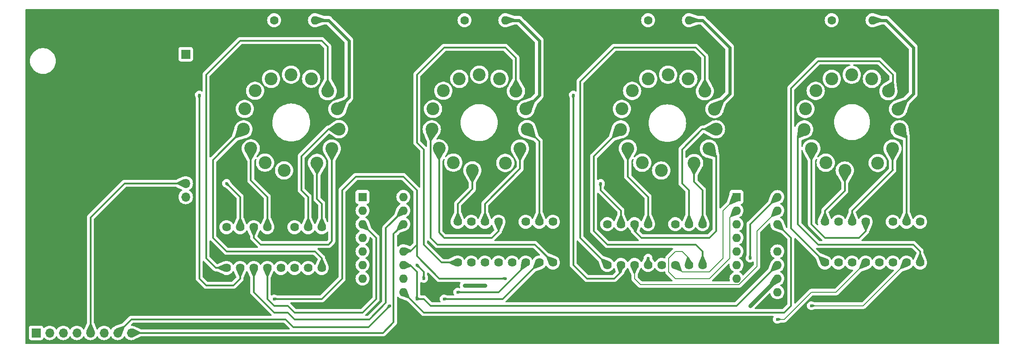
<source format=gtl>
G04 #@! TF.GenerationSoftware,KiCad,Pcbnew,7.0.11+dfsg-1*
G04 #@! TF.CreationDate,2024-03-20T20:26:42-04:00*
G04 #@! TF.ProjectId,clock,636c6f63-6b2e-46b6-9963-61645f706362,rev?*
G04 #@! TF.SameCoordinates,Original*
G04 #@! TF.FileFunction,Copper,L1,Top*
G04 #@! TF.FilePolarity,Positive*
%FSLAX46Y46*%
G04 Gerber Fmt 4.6, Leading zero omitted, Abs format (unit mm)*
G04 Created by KiCad (PCBNEW 7.0.11+dfsg-1) date 2024-03-20 20:26:42*
%MOMM*%
%LPD*%
G01*
G04 APERTURE LIST*
G04 #@! TA.AperFunction,ComponentPad*
%ADD10R,1.700000X1.700000*%
G04 #@! TD*
G04 #@! TA.AperFunction,ComponentPad*
%ADD11O,1.700000X1.700000*%
G04 #@! TD*
G04 #@! TA.AperFunction,ComponentPad*
%ADD12C,2.397760*%
G04 #@! TD*
G04 #@! TA.AperFunction,ComponentPad*
%ADD13R,1.600000X1.600000*%
G04 #@! TD*
G04 #@! TA.AperFunction,ComponentPad*
%ADD14O,1.600000X1.600000*%
G04 #@! TD*
G04 #@! TA.AperFunction,ComponentPad*
%ADD15C,1.600000*%
G04 #@! TD*
G04 #@! TA.AperFunction,ComponentPad*
%ADD16C,1.625600*%
G04 #@! TD*
G04 #@! TA.AperFunction,ViaPad*
%ADD17C,0.600000*%
G04 #@! TD*
G04 #@! TA.AperFunction,ViaPad*
%ADD18C,0.609600*%
G04 #@! TD*
G04 #@! TA.AperFunction,Conductor*
%ADD19C,0.304800*%
G04 #@! TD*
G04 #@! TA.AperFunction,Conductor*
%ADD20C,0.762000*%
G04 #@! TD*
G04 #@! TA.AperFunction,Conductor*
%ADD21C,0.203200*%
G04 #@! TD*
G04 #@! TA.AperFunction,Conductor*
%ADD22C,0.609600*%
G04 #@! TD*
G04 APERTURE END LIST*
D10*
X49530000Y-107950000D03*
D11*
X52070000Y-107950000D03*
X54610000Y-107950000D03*
X57150000Y-107950000D03*
X59690000Y-107950000D03*
X62230000Y-107950000D03*
X64770000Y-107950000D03*
X67310000Y-107950000D03*
D12*
X93413280Y-60487520D03*
X95844060Y-77594420D03*
X90423700Y-62722720D03*
X88269780Y-69921080D03*
X101998480Y-76199960D03*
X89628680Y-73482160D03*
X104751840Y-73512640D03*
X100911360Y-60469740D03*
X106082800Y-69890600D03*
X103992380Y-62793840D03*
X92288060Y-76139000D03*
X88498380Y-66103460D03*
X105805940Y-66116160D03*
X97144540Y-59702660D03*
D13*
X110490000Y-82550000D03*
D14*
X110490000Y-85090000D03*
X110490000Y-87630000D03*
X110490000Y-90170000D03*
X110490000Y-92710000D03*
X110490000Y-95250000D03*
X110490000Y-97790000D03*
X110490000Y-100330000D03*
X118110000Y-100330000D03*
X118110000Y-97790000D03*
X118110000Y-95250000D03*
X118110000Y-92710000D03*
X118110000Y-90170000D03*
X118110000Y-87630000D03*
X118110000Y-85090000D03*
X118110000Y-82550000D03*
D15*
X93980000Y-49530000D03*
D14*
X101600000Y-49530000D03*
D16*
X85090000Y-95810000D03*
X87630000Y-95810000D03*
X90170000Y-95810000D03*
X92710000Y-95810000D03*
X95250000Y-95810000D03*
X97790000Y-95810000D03*
X100330000Y-95810000D03*
X102870000Y-95810000D03*
X102870000Y-88190000D03*
X100330000Y-88190000D03*
X97790000Y-88190000D03*
X95250000Y-88190000D03*
X92710000Y-88190000D03*
X90170000Y-88190000D03*
X87630000Y-88190000D03*
X85090000Y-88190000D03*
X156210000Y-95250000D03*
X158750000Y-95250000D03*
X161290000Y-95250000D03*
X163830000Y-95250000D03*
X166370000Y-95250000D03*
X168910000Y-95250000D03*
X171450000Y-95250000D03*
X173990000Y-95250000D03*
X173990000Y-87630000D03*
X171450000Y-87630000D03*
X168910000Y-87630000D03*
X166370000Y-87630000D03*
X163830000Y-87630000D03*
X161290000Y-87630000D03*
X158750000Y-87630000D03*
X156210000Y-87630000D03*
D12*
X198137780Y-60497720D03*
X200568560Y-77604620D03*
X195148200Y-62732920D03*
X192994280Y-69931280D03*
X206722980Y-76210160D03*
X194353180Y-73492360D03*
X209476340Y-73522840D03*
X205635860Y-60479940D03*
X210807300Y-69900800D03*
X208716880Y-62804040D03*
X197012560Y-76149200D03*
X193222880Y-66113660D03*
X210530440Y-66126360D03*
X201869040Y-59712860D03*
D15*
X163830000Y-49530000D03*
D14*
X171450000Y-49530000D03*
D10*
X209550000Y-107950000D03*
D11*
X212090000Y-107950000D03*
X214630000Y-107950000D03*
X217170000Y-107950000D03*
X219710000Y-107950000D03*
X222250000Y-107950000D03*
X224790000Y-107950000D03*
X227330000Y-107950000D03*
D12*
X163847780Y-60497720D03*
X166278560Y-77604620D03*
X160858200Y-62732920D03*
X158704280Y-69931280D03*
X172432980Y-76210160D03*
X160063180Y-73492360D03*
X175186340Y-73522840D03*
X171345860Y-60479940D03*
X176517300Y-69900800D03*
X174426880Y-62804040D03*
X162722560Y-76149200D03*
X158932880Y-66113660D03*
X176240440Y-66126360D03*
X167579040Y-59712860D03*
X128577380Y-60487520D03*
X131008160Y-77594420D03*
X125587800Y-62722720D03*
X123433880Y-69921080D03*
X137162580Y-76199960D03*
X124792780Y-73482160D03*
X139915940Y-73512640D03*
X136075460Y-60469740D03*
X141246900Y-69890600D03*
X139156480Y-62793840D03*
X127452160Y-76139000D03*
X123662480Y-66103460D03*
X140970040Y-66116160D03*
X132308640Y-59702660D03*
D16*
X128270000Y-94810000D03*
X130810000Y-94810000D03*
X133350000Y-94810000D03*
X135890000Y-94810000D03*
X138430000Y-94810000D03*
X140970000Y-94810000D03*
X143510000Y-94810000D03*
X146050000Y-94810000D03*
X146050000Y-87190000D03*
X143510000Y-87190000D03*
X140970000Y-87190000D03*
X138430000Y-87190000D03*
X135890000Y-87190000D03*
X133350000Y-87190000D03*
X130810000Y-87190000D03*
X128270000Y-87190000D03*
D13*
X180350000Y-82565000D03*
D14*
X180350000Y-85105000D03*
X180350000Y-87645000D03*
X180350000Y-90185000D03*
X180350000Y-92725000D03*
X180350000Y-95265000D03*
X180350000Y-97805000D03*
X180350000Y-100345000D03*
X187970000Y-100345000D03*
X187970000Y-97805000D03*
X187970000Y-95265000D03*
X187970000Y-92725000D03*
X187970000Y-90185000D03*
X187970000Y-87645000D03*
X187970000Y-85105000D03*
X187970000Y-82565000D03*
D10*
X77470000Y-77470000D03*
D11*
X77470000Y-80010000D03*
X77470000Y-82550000D03*
D10*
X77470000Y-55880000D03*
D11*
X77470000Y-58420000D03*
D15*
X198120000Y-49530000D03*
D14*
X205740000Y-49530000D03*
D16*
X196850000Y-94810000D03*
X199390000Y-94810000D03*
X201930000Y-94810000D03*
X204470000Y-94810000D03*
X207010000Y-94810000D03*
X209550000Y-94810000D03*
X212090000Y-94810000D03*
X214630000Y-94810000D03*
X214630000Y-87190000D03*
X212090000Y-87190000D03*
X209550000Y-87190000D03*
X207010000Y-87190000D03*
X204470000Y-87190000D03*
X201930000Y-87190000D03*
X199390000Y-87190000D03*
X196850000Y-87190000D03*
D15*
X129540000Y-49530000D03*
D14*
X137160000Y-49530000D03*
D17*
X123190000Y-100330000D03*
X193040000Y-83820000D03*
X166370000Y-97790000D03*
X151130000Y-92710000D03*
X158750000Y-90170000D03*
X80010000Y-106680000D03*
X191770000Y-100330000D03*
X191770000Y-105410000D03*
X195580000Y-81280000D03*
X182880000Y-83820000D03*
X201930000Y-92710000D03*
X81280000Y-96520000D03*
X193956767Y-98019191D03*
X177800000Y-97790000D03*
X137160000Y-92710000D03*
X118110000Y-104140000D03*
X193040000Y-95250000D03*
X144780000Y-99060000D03*
X88900000Y-93980000D03*
X121920000Y-97790000D03*
X120650000Y-95250000D03*
D18*
X133350000Y-99060000D03*
D17*
X182880000Y-93980000D03*
D18*
X182879994Y-102870000D03*
X129540000Y-99060000D03*
D17*
X93980000Y-101600000D03*
X137160000Y-97790000D03*
X115570000Y-102870000D03*
X120650000Y-101600000D03*
X85090000Y-80010000D03*
X80010000Y-63500000D03*
X125730000Y-101600000D03*
X128270000Y-100330000D03*
X154940000Y-80010000D03*
X163830000Y-93980000D03*
X149860000Y-63500000D03*
X194310000Y-102870000D03*
X187960000Y-105410000D03*
D19*
X59690000Y-86360000D02*
X66040000Y-80010000D01*
X66040000Y-80010000D02*
X77470000Y-80010000D01*
X59690000Y-107950000D02*
X59690000Y-86360000D01*
D20*
X182905000Y-102870000D02*
X182879994Y-102870000D01*
D19*
X121920000Y-97790000D02*
X121920000Y-96520000D01*
X182880000Y-87655000D02*
X182880000Y-93980000D01*
D20*
X187970000Y-97805000D02*
X182905000Y-102870000D01*
D19*
X187970000Y-82565000D02*
X182880000Y-87655000D01*
X121920000Y-96520000D02*
X120650000Y-95250000D01*
D20*
X133350000Y-99060000D02*
X129540000Y-99060000D01*
D19*
X106680000Y-97790000D02*
X106680000Y-81280000D01*
X120650000Y-81280000D02*
X120650000Y-91440000D01*
X120650000Y-93632633D02*
X124807367Y-97790000D01*
X93980000Y-101600000D02*
X102870000Y-101600000D01*
X120650000Y-91440000D02*
X120650000Y-93632633D01*
X102870000Y-101600000D02*
X106680000Y-97790000D01*
X124807367Y-97790000D02*
X137160000Y-97790000D01*
X106680000Y-81280000D02*
X109220000Y-78740000D01*
X119380000Y-92710000D02*
X118110000Y-92710000D01*
X120650000Y-91440000D02*
X119380000Y-92710000D01*
X109220000Y-78740000D02*
X118110000Y-78740000D01*
X118110000Y-78740000D02*
X120650000Y-81280000D01*
X111594690Y-106845310D02*
X115570000Y-102870000D01*
X120650000Y-101600000D02*
X120650000Y-96520000D01*
X142240000Y-102870000D02*
X123190000Y-102870000D01*
X119380000Y-95250000D02*
X118110000Y-95250000D01*
X180365000Y-102870000D02*
X179070000Y-102870000D01*
X120650000Y-96520000D02*
X119380000Y-95250000D01*
X67310000Y-105410000D02*
X96115936Y-105410000D01*
X179070000Y-102870000D02*
X142240000Y-102870000D01*
X123190000Y-102870000D02*
X121920000Y-101600000D01*
X121920000Y-101600000D02*
X120650000Y-101600000D01*
X187970000Y-95265000D02*
X180365000Y-102870000D01*
X64770000Y-107950000D02*
X67310000Y-105410000D01*
X96115936Y-105410000D02*
X97551246Y-106845310D01*
X97551246Y-106845310D02*
X111594690Y-106845310D01*
X114300000Y-107950000D02*
X67310000Y-107950000D01*
X116304713Y-105945287D02*
X114300000Y-107950000D01*
X118110000Y-87630000D02*
X116304713Y-89435287D01*
X116304713Y-89435287D02*
X116304713Y-105945287D01*
X85090000Y-80010000D02*
X87630000Y-82550000D01*
X87630000Y-82550000D02*
X87630000Y-88190000D01*
X104140000Y-91440000D02*
X91440000Y-91440000D01*
X104751840Y-73512640D02*
X104751840Y-90828160D01*
X90170000Y-90170000D02*
X90170000Y-88190000D01*
X104751840Y-90828160D02*
X104140000Y-91440000D01*
X91440000Y-91440000D02*
X90170000Y-90170000D01*
X92710000Y-82550000D02*
X92710000Y-88190000D01*
X89628680Y-73482160D02*
X89628680Y-79468680D01*
X89628680Y-79468680D02*
X92710000Y-82550000D01*
X99060000Y-81280000D02*
X100330000Y-82550000D01*
X104180600Y-69890600D02*
X104140000Y-69850000D01*
X104140000Y-69850000D02*
X99060000Y-74930000D01*
X106082800Y-69890600D02*
X104180600Y-69890600D01*
X99060000Y-74930000D02*
X99060000Y-81280000D01*
X100330000Y-82550000D02*
X100330000Y-88190000D01*
X101998480Y-82948480D02*
X102870000Y-83820000D01*
X102870000Y-83820000D02*
X102870000Y-88190000D01*
X101998480Y-76199960D02*
X101998480Y-82948480D01*
X102870000Y-93980000D02*
X102870000Y-95810000D01*
X82550000Y-75640860D02*
X82550000Y-90170000D01*
X101600000Y-92710000D02*
X102870000Y-93980000D01*
X82550000Y-90170000D02*
X85090000Y-92710000D01*
X88269780Y-69921080D02*
X82550000Y-75640860D01*
X85090000Y-92710000D02*
X101600000Y-92710000D01*
X113030000Y-101600000D02*
X110490000Y-104140000D01*
X110490000Y-104140000D02*
X97790000Y-104140000D01*
X113030000Y-90170000D02*
X113030000Y-101600000D01*
X110490000Y-87630000D02*
X113030000Y-90170000D01*
X93980000Y-102870000D02*
X92710000Y-101600000D01*
X92710000Y-101600000D02*
X92710000Y-95810000D01*
X97790000Y-104140000D02*
X96520000Y-102870000D01*
X96520000Y-102870000D02*
X93980000Y-102870000D01*
X90170000Y-100330000D02*
X93980000Y-104140000D01*
X96520000Y-104140000D02*
X97790000Y-105410000D01*
X111760000Y-105410000D02*
X114835286Y-102334714D01*
X114835286Y-102334714D02*
X114835286Y-88364714D01*
X90170000Y-95810000D02*
X90170000Y-100330000D01*
X97790000Y-105410000D02*
X111760000Y-105410000D01*
X114835286Y-88364714D02*
X118110000Y-85090000D01*
X93980000Y-104140000D02*
X96520000Y-104140000D01*
X80010000Y-96520000D02*
X80010000Y-63500000D01*
X86360000Y-99060000D02*
X81280000Y-99060000D01*
X87630000Y-95810000D02*
X87630000Y-97790000D01*
X80010000Y-97790000D02*
X80010000Y-96520000D01*
X87630000Y-97790000D02*
X86360000Y-99060000D01*
X81280000Y-99060000D02*
X80010000Y-97790000D01*
X81280000Y-59690000D02*
X81280000Y-93980000D01*
X103992380Y-54462380D02*
X102870000Y-53340000D01*
X103992380Y-62793840D02*
X103992380Y-54462380D01*
X102870000Y-53340000D02*
X87630000Y-53340000D01*
X83110000Y-95810000D02*
X85090000Y-95810000D01*
X87630000Y-53340000D02*
X81280000Y-59690000D01*
X81280000Y-93980000D02*
X83110000Y-95810000D01*
X128270000Y-83820000D02*
X128270000Y-87190000D01*
X131008160Y-77594420D02*
X131008160Y-81081840D01*
X131008160Y-81081840D02*
X128270000Y-83820000D01*
X139915940Y-77254060D02*
X133350000Y-83820000D01*
X133350000Y-83820000D02*
X133350000Y-87190000D01*
X139915940Y-73512640D02*
X139915940Y-77254060D01*
X124792780Y-89232780D02*
X125730000Y-90170000D01*
X125730000Y-90170000D02*
X134620000Y-90170000D01*
X134620000Y-90170000D02*
X135890000Y-88900000D01*
X124792780Y-73482160D02*
X124792780Y-89232780D01*
X135890000Y-88900000D02*
X135890000Y-87190000D01*
X141246900Y-69890600D02*
X143510000Y-72153700D01*
X143510000Y-72153700D02*
X143510000Y-87190000D01*
X124460000Y-91440000D02*
X142680000Y-91440000D01*
X142680000Y-91440000D02*
X146050000Y-94810000D01*
X123433880Y-69921080D02*
X123190000Y-70164960D01*
X123190000Y-70164960D02*
X123190000Y-90170000D01*
X123190000Y-90170000D02*
X124460000Y-91440000D01*
X136720000Y-101600000D02*
X125730000Y-101600000D01*
X143510000Y-94810000D02*
X136720000Y-101600000D01*
X128270000Y-100330000D02*
X135890000Y-100330000D01*
D21*
X140970000Y-95250000D02*
X140970000Y-94810000D01*
D19*
X135890000Y-100330000D02*
X140970000Y-95250000D01*
X121920000Y-73660000D02*
X120650000Y-72390000D01*
X121920000Y-91440000D02*
X121920000Y-73660000D01*
X139156480Y-56606480D02*
X139156480Y-62793840D01*
X120650000Y-59690000D02*
X125730000Y-54610000D01*
X120650000Y-72390000D02*
X120650000Y-59690000D01*
X128270000Y-94810000D02*
X125290000Y-94810000D01*
X137160000Y-54610000D02*
X139156480Y-56606480D01*
X125290000Y-94810000D02*
X121920000Y-91440000D01*
X125730000Y-54610000D02*
X137160000Y-54610000D01*
X154940000Y-80010000D02*
X154940000Y-81280000D01*
X158750000Y-85090000D02*
X158750000Y-87630000D01*
X154940000Y-81280000D02*
X158750000Y-85090000D01*
X175260000Y-90170000D02*
X162560000Y-90170000D01*
X175186340Y-73522840D02*
X176530000Y-74866500D01*
X176530000Y-74866500D02*
X176530000Y-88900000D01*
X161290000Y-88900000D02*
X161290000Y-87630000D01*
X176530000Y-88900000D02*
X175260000Y-90170000D01*
X162560000Y-90170000D02*
X161290000Y-88900000D01*
X160063180Y-73492360D02*
X160063180Y-78696820D01*
X163830000Y-82550000D02*
X163830000Y-87630000D01*
X160020000Y-78740000D02*
X163830000Y-82550000D01*
X160063180Y-78696820D02*
X160020000Y-78740000D01*
X171450000Y-87630000D02*
X171450000Y-81280000D01*
X173939200Y-69900800D02*
X176517300Y-69900800D01*
X170180000Y-73660000D02*
X173939200Y-69900800D01*
X170180000Y-80010000D02*
X170180000Y-73660000D01*
X171450000Y-81280000D02*
X170180000Y-80010000D01*
X172432980Y-76210160D02*
X172432980Y-79722980D01*
X172432980Y-79722980D02*
X173990000Y-81280000D01*
X173990000Y-81280000D02*
X173990000Y-87630000D01*
X173990000Y-95250000D02*
X173990000Y-92710000D01*
X172720000Y-91440000D02*
X156210000Y-91440000D01*
X153670000Y-88900000D02*
X153670000Y-74965560D01*
X173990000Y-92710000D02*
X172720000Y-91440000D01*
X153670000Y-74965560D02*
X158704280Y-69931280D01*
X156210000Y-91440000D02*
X153670000Y-88900000D01*
D21*
X168910000Y-92710000D02*
X170180000Y-92710000D01*
X170180000Y-92710000D02*
X171450000Y-93980000D01*
X171450000Y-93980000D02*
X171450000Y-95250000D01*
X167640000Y-96520000D02*
X167640000Y-93980000D01*
X167640000Y-93980000D02*
X168910000Y-92710000D01*
X175260000Y-97790000D02*
X168910000Y-97790000D01*
X168910000Y-97790000D02*
X167640000Y-96520000D01*
X179070000Y-93980000D02*
X175260000Y-97790000D01*
X179070000Y-86385000D02*
X179070000Y-93980000D01*
X180350000Y-85105000D02*
X179070000Y-86385000D01*
X175260000Y-96520000D02*
X177800000Y-93980000D01*
X170180000Y-96520000D02*
X175260000Y-96520000D01*
X168910000Y-95250000D02*
X170180000Y-96520000D01*
X177800000Y-85115000D02*
X180350000Y-82565000D01*
X177800000Y-93980000D02*
X177800000Y-85115000D01*
X163830000Y-95250000D02*
X163830000Y-93980000D01*
X162406600Y-98906600D02*
X161290000Y-97790000D01*
X161290000Y-97790000D02*
X161290000Y-95250000D01*
X184150000Y-95562898D02*
X180806298Y-98906600D01*
X187970000Y-85105000D02*
X184150000Y-88925000D01*
X180806298Y-98906600D02*
X162406600Y-98906600D01*
X184150000Y-88925000D02*
X184150000Y-95562898D01*
D19*
X151130000Y-96520000D02*
X149860000Y-95250000D01*
X158750000Y-95250000D02*
X158750000Y-96520000D01*
X152400000Y-97790000D02*
X151130000Y-96520000D01*
X157480000Y-97790000D02*
X152400000Y-97790000D01*
X158750000Y-96520000D02*
X157480000Y-97790000D01*
X149860000Y-95250000D02*
X149860000Y-90170000D01*
X149860000Y-90170000D02*
X149860000Y-63500000D01*
X174426880Y-56316880D02*
X174426880Y-62804040D01*
X151130000Y-60960000D02*
X157480000Y-54610000D01*
X157480000Y-54610000D02*
X172720000Y-54610000D01*
X172720000Y-54610000D02*
X174426880Y-56316880D01*
X151130000Y-90170000D02*
X151130000Y-60960000D01*
X156210000Y-95250000D02*
X151130000Y-90170000D01*
X200568560Y-81371440D02*
X200568560Y-77604620D01*
X196850000Y-87190000D02*
X196850000Y-85090000D01*
X196850000Y-85090000D02*
X200568560Y-81371440D01*
X209550000Y-77470000D02*
X201930000Y-85090000D01*
X201930000Y-85090000D02*
X201930000Y-87190000D01*
X209476340Y-73522840D02*
X209476340Y-77396340D01*
X209476340Y-77396340D02*
X209550000Y-77470000D01*
X204470000Y-88900000D02*
X204470000Y-87190000D01*
X194353180Y-87673180D02*
X196850000Y-90170000D01*
X196850000Y-90170000D02*
X203200000Y-90170000D01*
X203200000Y-90170000D02*
X204470000Y-88900000D01*
X194353180Y-73492360D02*
X194353180Y-87673180D01*
X210807300Y-69900800D02*
X212090000Y-71183500D01*
X212090000Y-71183500D02*
X212090000Y-87190000D01*
X214630000Y-92710000D02*
X213360000Y-91440000D01*
X191795400Y-87655400D02*
X191795400Y-71130160D01*
X191795400Y-71130160D02*
X192994280Y-69931280D01*
X195580000Y-91440000D02*
X191795400Y-87655400D01*
X213360000Y-91440000D02*
X195580000Y-91440000D01*
X214630000Y-94810000D02*
X214630000Y-92710000D01*
D21*
X194310000Y-102870000D02*
X204030000Y-102870000D01*
X204030000Y-102870000D02*
X212090000Y-94810000D01*
X195580000Y-100330000D02*
X194310000Y-100330000D01*
X189230000Y-105410000D02*
X187960000Y-105410000D01*
X198950000Y-100330000D02*
X195580000Y-100330000D01*
X194310000Y-100330000D02*
X189230000Y-105410000D01*
X204470000Y-94810000D02*
X198950000Y-100330000D01*
D19*
X209550000Y-59690000D02*
X209550000Y-61970920D01*
X195580000Y-57150000D02*
X207010000Y-57150000D01*
X207010000Y-57150000D02*
X209550000Y-59690000D01*
X190500000Y-88460000D02*
X190500000Y-62230000D01*
X209550000Y-61970920D02*
X208716880Y-62804040D01*
X190500000Y-62230000D02*
X195580000Y-57150000D01*
X196850000Y-94810000D02*
X190500000Y-88460000D01*
D22*
X107950000Y-63972100D02*
X107950000Y-53340000D01*
X104140000Y-49530000D02*
X101600000Y-49530000D01*
X107950000Y-53340000D02*
X104140000Y-49530000D01*
X105805940Y-66116160D02*
X107950000Y-63972100D01*
X139700000Y-49530000D02*
X137160000Y-49530000D01*
X140970040Y-66116160D02*
X143510000Y-63576200D01*
X143510000Y-63576200D02*
X143510000Y-53340000D01*
X143510000Y-53340000D02*
X139700000Y-49530000D01*
X179070000Y-54610000D02*
X173990000Y-49530000D01*
X176240440Y-66126360D02*
X179070000Y-63296800D01*
X173990000Y-49530000D02*
X171450000Y-49530000D01*
X179070000Y-63296800D02*
X179070000Y-54610000D01*
X213360000Y-54610000D02*
X208280000Y-49530000D01*
X210530440Y-66126360D02*
X213360000Y-63296800D01*
X213360000Y-63296800D02*
X213360000Y-54610000D01*
X208280000Y-49530000D02*
X205740000Y-49530000D01*
D19*
X118110000Y-100330000D02*
X121920000Y-104140000D01*
X190500000Y-90175000D02*
X187970000Y-87645000D01*
X121920000Y-104140000D02*
X189230000Y-104140000D01*
X190500000Y-102870000D02*
X190500000Y-90175000D01*
X189230000Y-104140000D02*
X190500000Y-102870000D01*
G04 #@! TA.AperFunction,Conductor*
G36*
X111226894Y-87328473D02*
G01*
X111233219Y-87334812D01*
X111233355Y-87335159D01*
X111726478Y-88646548D01*
X111726183Y-88655498D01*
X111723800Y-88658939D01*
X111518939Y-88863800D01*
X111510666Y-88867227D01*
X111506548Y-88866478D01*
X110195159Y-88373355D01*
X110188621Y-88367236D01*
X110188326Y-88358286D01*
X110188450Y-88357967D01*
X110487438Y-87633785D01*
X110493762Y-87627448D01*
X110493764Y-87627446D01*
X111217940Y-87328462D01*
X111226894Y-87328473D01*
G37*
G04 #@! TD.AperFunction*
G04 #@! TA.AperFunction,Conductor*
G36*
X87783145Y-86567827D02*
G01*
X87785520Y-86571252D01*
X88375916Y-87867945D01*
X88376226Y-87876894D01*
X88370116Y-87883441D01*
X88369758Y-87883597D01*
X87634490Y-88189134D01*
X87625535Y-88189144D01*
X87625510Y-88189134D01*
X87361126Y-88079270D01*
X86890240Y-87883596D01*
X86883917Y-87877258D01*
X86883927Y-87868303D01*
X86884061Y-87867993D01*
X87474480Y-86571251D01*
X87481027Y-86565142D01*
X87485128Y-86564400D01*
X87774872Y-86564400D01*
X87783145Y-86567827D01*
G37*
G04 #@! TD.AperFunction*
G04 #@! TA.AperFunction,Conductor*
G36*
X77149203Y-79235517D02*
G01*
X77149380Y-79235921D01*
X77469134Y-80005511D01*
X77469143Y-80014466D01*
X77469134Y-80014489D01*
X77149380Y-80784078D01*
X77143041Y-80790403D01*
X77134086Y-80790394D01*
X77133693Y-80790221D01*
X76816795Y-80644327D01*
X75776807Y-80165533D01*
X75770725Y-80158960D01*
X75770000Y-80154905D01*
X75770000Y-79865094D01*
X75773427Y-79856821D01*
X75776807Y-79854466D01*
X77133684Y-79229781D01*
X77142630Y-79229435D01*
X77149203Y-79235517D01*
G37*
G04 #@! TD.AperFunction*
G04 #@! TA.AperFunction,Conductor*
G36*
X163983145Y-86007827D02*
G01*
X163985520Y-86011252D01*
X164575916Y-87307945D01*
X164576226Y-87316894D01*
X164570116Y-87323441D01*
X164569758Y-87323597D01*
X163834490Y-87629134D01*
X163825535Y-87629144D01*
X163825510Y-87629134D01*
X163561126Y-87519270D01*
X163090240Y-87323596D01*
X163083917Y-87317258D01*
X163083927Y-87308303D01*
X163084061Y-87307993D01*
X163674480Y-86011251D01*
X163681027Y-86005142D01*
X163685128Y-86004400D01*
X163974872Y-86004400D01*
X163983145Y-86007827D01*
G37*
G04 #@! TD.AperFunction*
G04 #@! TA.AperFunction,Conductor*
G36*
X123439696Y-69924967D02*
G01*
X123744823Y-70181331D01*
X124343947Y-70684708D01*
X124348077Y-70692653D01*
X124345903Y-70700519D01*
X123345903Y-72083907D01*
X123338279Y-72088605D01*
X123336421Y-72088753D01*
X123045484Y-72088753D01*
X123037211Y-72085326D01*
X123034640Y-72081445D01*
X122472216Y-70692653D01*
X122373381Y-70448598D01*
X122373451Y-70439644D01*
X122379101Y-70433689D01*
X123427049Y-69923405D01*
X123435986Y-69922865D01*
X123439696Y-69924967D01*
G37*
G04 #@! TD.AperFunction*
G04 #@! TA.AperFunction,Conductor*
G36*
X211861953Y-64368632D02*
G01*
X211865402Y-64371018D01*
X212285754Y-64791370D01*
X212289181Y-64799643D01*
X212288410Y-64803819D01*
X211686840Y-66378318D01*
X211680687Y-66384823D01*
X211673332Y-66385554D01*
X210537045Y-66128719D01*
X210529730Y-66123553D01*
X210528178Y-66119733D01*
X210284461Y-64970035D01*
X210286098Y-64961234D01*
X210291779Y-64956665D01*
X211853004Y-64368343D01*
X211861953Y-64368632D01*
G37*
G04 #@! TD.AperFunction*
G04 #@! TA.AperFunction,Conductor*
G36*
X137916000Y-48941897D02*
G01*
X138752023Y-49222522D01*
X138758776Y-49228404D01*
X138760000Y-49233614D01*
X138760000Y-49826385D01*
X138756573Y-49834658D01*
X138752023Y-49837477D01*
X137476487Y-50265632D01*
X137467554Y-50265016D01*
X137461961Y-50259031D01*
X137160864Y-49534487D01*
X137160854Y-49525538D01*
X137461961Y-48800967D01*
X137468299Y-48794644D01*
X137476487Y-48794367D01*
X137916000Y-48941897D01*
G37*
G04 #@! TD.AperFunction*
G04 #@! TA.AperFunction,Conductor*
G36*
X88262890Y-69918655D02*
G01*
X88270204Y-69923821D01*
X88271834Y-69928043D01*
X88476142Y-71091379D01*
X88474197Y-71100120D01*
X88467845Y-71104649D01*
X86839016Y-71572093D01*
X86830119Y-71571081D01*
X86827516Y-71569120D01*
X86621777Y-71363381D01*
X86618350Y-71355108D01*
X86618824Y-71351811D01*
X87113898Y-69670174D01*
X87119521Y-69663207D01*
X87127699Y-69662068D01*
X88262890Y-69918655D01*
G37*
G04 #@! TD.AperFunction*
G04 #@! TA.AperFunction,Conductor*
G36*
X85366752Y-79899067D02*
G01*
X85372314Y-79903911D01*
X85617411Y-80318690D01*
X85618669Y-80327556D01*
X85615611Y-80332915D01*
X85412915Y-80535611D01*
X85404642Y-80539038D01*
X85398690Y-80537411D01*
X84983911Y-80292314D01*
X84978532Y-80285155D01*
X84979039Y-80277800D01*
X85087436Y-80013814D01*
X85093746Y-80007464D01*
X85357799Y-79899040D01*
X85366752Y-79899067D01*
G37*
G04 #@! TD.AperFunction*
G04 #@! TA.AperFunction,Conductor*
G36*
X118846894Y-100028473D02*
G01*
X118853219Y-100034812D01*
X118853355Y-100035159D01*
X119346478Y-101346548D01*
X119346183Y-101355498D01*
X119343800Y-101358939D01*
X119138939Y-101563800D01*
X119130666Y-101567227D01*
X119126548Y-101566478D01*
X117815159Y-101073355D01*
X117808621Y-101067236D01*
X117808326Y-101058286D01*
X117808450Y-101057967D01*
X118107438Y-100333785D01*
X118113762Y-100327448D01*
X118113764Y-100327446D01*
X118837940Y-100028462D01*
X118846894Y-100028473D01*
G37*
G04 #@! TD.AperFunction*
G04 #@! TA.AperFunction,Conductor*
G36*
X187242050Y-82263458D02*
G01*
X187966212Y-82562437D01*
X187972551Y-82568762D01*
X187972562Y-82568787D01*
X188271537Y-83292939D01*
X188271526Y-83301894D01*
X188265187Y-83308219D01*
X188264840Y-83308355D01*
X186953451Y-83801478D01*
X186944501Y-83801183D01*
X186941060Y-83798800D01*
X186736199Y-83593939D01*
X186732772Y-83585666D01*
X186733521Y-83581548D01*
X186836250Y-83308355D01*
X187226644Y-82270157D01*
X187232763Y-82263621D01*
X187241713Y-82263326D01*
X187242050Y-82263458D01*
G37*
G04 #@! TD.AperFunction*
G04 #@! TA.AperFunction,Conductor*
G36*
X155175337Y-93995402D02*
G01*
X156509714Y-94494830D01*
X156516261Y-94500940D01*
X156516571Y-94509889D01*
X156516427Y-94510253D01*
X156212562Y-95246213D01*
X156206238Y-95252552D01*
X156206213Y-95252562D01*
X155470253Y-95556427D01*
X155461298Y-95556417D01*
X155454974Y-95550078D01*
X155454830Y-95549714D01*
X154955403Y-94215339D01*
X154955713Y-94206392D01*
X154958085Y-94202970D01*
X155162968Y-93998087D01*
X155171240Y-93994661D01*
X155175337Y-93995402D01*
G37*
G04 #@! TD.AperFunction*
G04 #@! TA.AperFunction,Conductor*
G36*
X131014397Y-77597351D02*
G01*
X131998860Y-78217839D01*
X132004031Y-78225149D01*
X132002889Y-78233347D01*
X131163887Y-79768996D01*
X131156913Y-79774613D01*
X131153619Y-79775086D01*
X130862701Y-79775086D01*
X130854428Y-79771659D01*
X130852433Y-79768996D01*
X130013430Y-78233347D01*
X130012471Y-78224443D01*
X130017457Y-78217840D01*
X131001921Y-77597351D01*
X131010748Y-77595840D01*
X131014397Y-77597351D01*
G37*
G04 #@! TD.AperFunction*
G04 #@! TA.AperFunction,Conductor*
G36*
X103023145Y-86567827D02*
G01*
X103025520Y-86571252D01*
X103615916Y-87867945D01*
X103616226Y-87876894D01*
X103610116Y-87883441D01*
X103609758Y-87883597D01*
X102874490Y-88189134D01*
X102865535Y-88189144D01*
X102865510Y-88189134D01*
X102601126Y-88079270D01*
X102130240Y-87883596D01*
X102123917Y-87877258D01*
X102123927Y-87868303D01*
X102124061Y-87867993D01*
X102714480Y-86571251D01*
X102721027Y-86565142D01*
X102725128Y-86564400D01*
X103014872Y-86564400D01*
X103023145Y-86567827D01*
G37*
G04 #@! TD.AperFunction*
G04 #@! TA.AperFunction,Conductor*
G36*
X169658342Y-94943730D02*
G01*
X169664666Y-94950069D01*
X169664934Y-94950780D01*
X170128981Y-96320744D01*
X170128389Y-96329680D01*
X170126172Y-96332771D01*
X169992771Y-96466172D01*
X169984498Y-96469599D01*
X169980744Y-96468981D01*
X168610780Y-96004934D01*
X168604044Y-95999034D01*
X168603452Y-95990098D01*
X168603720Y-95989387D01*
X168907438Y-95253784D01*
X168913758Y-95247449D01*
X169649388Y-94943720D01*
X169658342Y-94943730D01*
G37*
G04 #@! TD.AperFunction*
G04 #@! TA.AperFunction,Conductor*
G36*
X139922177Y-73515571D02*
G01*
X140906640Y-74136059D01*
X140911811Y-74143369D01*
X140910669Y-74151567D01*
X140071667Y-75687216D01*
X140064693Y-75692833D01*
X140061399Y-75693306D01*
X139770481Y-75693306D01*
X139762208Y-75689879D01*
X139760213Y-75687216D01*
X138921210Y-74151567D01*
X138920251Y-74142663D01*
X138925237Y-74136060D01*
X139909701Y-73515571D01*
X139918528Y-73514060D01*
X139922177Y-73515571D01*
G37*
G04 #@! TD.AperFunction*
G04 #@! TA.AperFunction,Conductor*
G36*
X187242050Y-94963458D02*
G01*
X187966212Y-95262437D01*
X187972551Y-95268762D01*
X187972562Y-95268787D01*
X188271537Y-95992939D01*
X188271526Y-96001894D01*
X188265187Y-96008219D01*
X188264840Y-96008355D01*
X186953451Y-96501478D01*
X186944501Y-96501183D01*
X186941060Y-96498800D01*
X186736199Y-96293939D01*
X186732772Y-96285666D01*
X186733521Y-96281548D01*
X186836250Y-96008355D01*
X187226644Y-94970157D01*
X187232763Y-94963621D01*
X187241713Y-94963326D01*
X187242050Y-94963458D01*
G37*
G04 #@! TD.AperFunction*
G04 #@! TA.AperFunction,Conductor*
G36*
X158903145Y-86007827D02*
G01*
X158905520Y-86011252D01*
X159495916Y-87307945D01*
X159496226Y-87316894D01*
X159490116Y-87323441D01*
X159489758Y-87323597D01*
X158754490Y-87629134D01*
X158745535Y-87629144D01*
X158745510Y-87629134D01*
X158481126Y-87519270D01*
X158010240Y-87323596D01*
X158003917Y-87317258D01*
X158003927Y-87308303D01*
X158004061Y-87307993D01*
X158594480Y-86011251D01*
X158601027Y-86005142D01*
X158605128Y-86004400D01*
X158894872Y-86004400D01*
X158903145Y-86007827D01*
G37*
G04 #@! TD.AperFunction*
G04 #@! TA.AperFunction,Conductor*
G36*
X195815337Y-93555402D02*
G01*
X197149714Y-94054830D01*
X197156261Y-94060940D01*
X197156571Y-94069889D01*
X197156427Y-94070253D01*
X196852562Y-94806213D01*
X196846238Y-94812552D01*
X196846213Y-94812562D01*
X196110253Y-95116427D01*
X196101298Y-95116417D01*
X196094974Y-95110078D01*
X196094830Y-95109714D01*
X195595403Y-93775339D01*
X195595713Y-93766392D01*
X195598085Y-93762970D01*
X195802968Y-93558087D01*
X195811240Y-93554661D01*
X195815337Y-93555402D01*
G37*
G04 #@! TD.AperFunction*
G04 #@! TA.AperFunction,Conductor*
G36*
X163933683Y-93983427D02*
G01*
X163935083Y-93985118D01*
X164399292Y-94667264D01*
X164401113Y-94676031D01*
X164397899Y-94682112D01*
X163838280Y-95242705D01*
X163830010Y-95246139D01*
X163821734Y-95242719D01*
X163821720Y-95242705D01*
X163262100Y-94682112D01*
X163258680Y-94673836D01*
X163260706Y-94667266D01*
X163724917Y-93985117D01*
X163732405Y-93980206D01*
X163734590Y-93980000D01*
X163925410Y-93980000D01*
X163933683Y-93983427D01*
G37*
G04 #@! TD.AperFunction*
G04 #@! TA.AperFunction,Conductor*
G36*
X205209759Y-87496403D02*
G01*
X205216082Y-87502741D01*
X205216072Y-87511696D01*
X205215916Y-87512054D01*
X204625520Y-88808748D01*
X204618973Y-88814858D01*
X204614872Y-88815600D01*
X204325128Y-88815600D01*
X204316855Y-88812173D01*
X204314480Y-88808748D01*
X203724083Y-87512054D01*
X203723773Y-87503105D01*
X203729883Y-87496558D01*
X203730173Y-87496431D01*
X204465511Y-87190864D01*
X204474464Y-87190855D01*
X205209759Y-87496403D01*
G37*
G04 #@! TD.AperFunction*
G04 #@! TA.AperFunction,Conductor*
G36*
X142397803Y-69633106D02*
G01*
X142402781Y-69639696D01*
X142897853Y-71321324D01*
X142896902Y-71330228D01*
X142894902Y-71332901D01*
X142689163Y-71538640D01*
X142680890Y-71542067D01*
X142677663Y-71541613D01*
X141048834Y-71074169D01*
X141041827Y-71068593D01*
X141040537Y-71060900D01*
X141244846Y-69897560D01*
X141249652Y-69890008D01*
X141253786Y-69888176D01*
X142388979Y-69631588D01*
X142397803Y-69633106D01*
G37*
G04 #@! TD.AperFunction*
G04 #@! TA.AperFunction,Conductor*
G36*
X155207823Y-80120902D02*
G01*
X155214134Y-80127253D01*
X155214642Y-80134611D01*
X155094659Y-80601214D01*
X155089280Y-80608373D01*
X155083328Y-80610000D01*
X154796672Y-80610000D01*
X154788399Y-80606573D01*
X154785341Y-80601214D01*
X154747154Y-80452712D01*
X154665357Y-80134609D01*
X154666615Y-80125745D01*
X154672174Y-80120903D01*
X154935490Y-80010883D01*
X154944444Y-80010857D01*
X155207823Y-80120902D01*
G37*
G04 #@! TD.AperFunction*
G04 #@! TA.AperFunction,Conductor*
G36*
X107137453Y-64358432D02*
G01*
X107140902Y-64360818D01*
X107561254Y-64781170D01*
X107564681Y-64789443D01*
X107563910Y-64793619D01*
X106962340Y-66368118D01*
X106956187Y-66374623D01*
X106948832Y-66375354D01*
X105812545Y-66118519D01*
X105805230Y-66113353D01*
X105803678Y-66109533D01*
X105559961Y-64959835D01*
X105561598Y-64951034D01*
X105567279Y-64946465D01*
X107128504Y-64358143D01*
X107137453Y-64358432D01*
G37*
G04 #@! TD.AperFunction*
G04 #@! TA.AperFunction,Conductor*
G36*
X140971149Y-94812719D02*
G01*
X140973697Y-94816534D01*
X141277274Y-95551796D01*
X141277264Y-95560751D01*
X141272674Y-95566175D01*
X140199975Y-96238497D01*
X140191145Y-96239987D01*
X140185488Y-96236856D01*
X139980717Y-96032085D01*
X139977290Y-96023812D01*
X139977417Y-96022095D01*
X140045819Y-95560929D01*
X140155720Y-94819972D01*
X140160323Y-94812294D01*
X140167282Y-94809991D01*
X140962874Y-94809299D01*
X140971149Y-94812719D01*
G37*
G04 #@! TD.AperFunction*
G04 #@! TA.AperFunction,Conductor*
G36*
X105459326Y-68887654D02*
G01*
X105459754Y-68888294D01*
X106079515Y-69884888D01*
X106080974Y-69893723D01*
X106079297Y-69897584D01*
X105428597Y-70867818D01*
X105421143Y-70872780D01*
X105412423Y-70871058D01*
X105033567Y-70620361D01*
X104044180Y-69965665D01*
X104039172Y-69958242D01*
X104040880Y-69949451D01*
X104042359Y-69947640D01*
X104247093Y-69742906D01*
X104248533Y-69741684D01*
X105443001Y-68884965D01*
X105451720Y-68882928D01*
X105459326Y-68887654D01*
G37*
G04 #@! TD.AperFunction*
G04 #@! TA.AperFunction,Conductor*
G36*
X104146112Y-60616601D02*
G01*
X104148107Y-60619264D01*
X104987109Y-62154911D01*
X104988068Y-62163815D01*
X104983080Y-62170419D01*
X103998619Y-62790907D01*
X103989792Y-62792419D01*
X103986141Y-62790907D01*
X103001679Y-62170419D01*
X102996508Y-62163109D01*
X102997649Y-62154912D01*
X103836653Y-60619264D01*
X103843627Y-60613647D01*
X103846921Y-60613174D01*
X104137839Y-60613174D01*
X104146112Y-60616601D01*
G37*
G04 #@! TD.AperFunction*
G04 #@! TA.AperFunction,Conductor*
G36*
X88369759Y-96116403D02*
G01*
X88376082Y-96122741D01*
X88376072Y-96131696D01*
X88375916Y-96132054D01*
X87785520Y-97428748D01*
X87778973Y-97434858D01*
X87774872Y-97435600D01*
X87485128Y-97435600D01*
X87476855Y-97432173D01*
X87474480Y-97428748D01*
X86884083Y-96132054D01*
X86883773Y-96123105D01*
X86889883Y-96116558D01*
X86890173Y-96116431D01*
X87625511Y-95810864D01*
X87634464Y-95810855D01*
X88369759Y-96116403D01*
G37*
G04 #@! TD.AperFunction*
G04 #@! TA.AperFunction,Conductor*
G36*
X136629759Y-87496403D02*
G01*
X136636082Y-87502741D01*
X136636072Y-87511696D01*
X136635916Y-87512054D01*
X136045520Y-88808748D01*
X136038973Y-88814858D01*
X136034872Y-88815600D01*
X135745128Y-88815600D01*
X135736855Y-88812173D01*
X135734480Y-88808748D01*
X135144083Y-87512054D01*
X135143773Y-87503105D01*
X135149883Y-87496558D01*
X135150173Y-87496431D01*
X135885511Y-87190864D01*
X135894464Y-87190855D01*
X136629759Y-87496403D01*
G37*
G04 #@! TD.AperFunction*
G04 #@! TA.AperFunction,Conductor*
G36*
X203730609Y-94503719D02*
G01*
X204466213Y-94807437D01*
X204472552Y-94813761D01*
X204472562Y-94813786D01*
X204776279Y-95549387D01*
X204776269Y-95558342D01*
X204769930Y-95564666D01*
X204769219Y-95564934D01*
X203399255Y-96028981D01*
X203390319Y-96028389D01*
X203387228Y-96026172D01*
X203253827Y-95892771D01*
X203250400Y-95884498D01*
X203251018Y-95880744D01*
X203715065Y-94510779D01*
X203720965Y-94504044D01*
X203729901Y-94503452D01*
X203730609Y-94503719D01*
G37*
G04 #@! TD.AperFunction*
G04 #@! TA.AperFunction,Conductor*
G36*
X212243145Y-85567827D02*
G01*
X212245520Y-85571252D01*
X212835916Y-86867945D01*
X212836226Y-86876894D01*
X212830116Y-86883441D01*
X212829758Y-86883597D01*
X212094490Y-87189134D01*
X212085535Y-87189144D01*
X212085510Y-87189134D01*
X211821126Y-87079270D01*
X211350240Y-86883596D01*
X211343917Y-86877258D01*
X211343927Y-86868303D01*
X211344061Y-86867993D01*
X211934480Y-85571251D01*
X211941027Y-85565142D01*
X211945128Y-85564400D01*
X212234872Y-85564400D01*
X212243145Y-85567827D01*
G37*
G04 #@! TD.AperFunction*
G04 #@! TA.AperFunction,Conductor*
G36*
X142301553Y-64358432D02*
G01*
X142305002Y-64360818D01*
X142725354Y-64781170D01*
X142728781Y-64789443D01*
X142728010Y-64793619D01*
X142126440Y-66368118D01*
X142120287Y-66374623D01*
X142112932Y-66375354D01*
X140976645Y-66118519D01*
X140969330Y-66113353D01*
X140967778Y-66109533D01*
X140724061Y-64959835D01*
X140725698Y-64951034D01*
X140731379Y-64946465D01*
X142292604Y-64358143D01*
X142301553Y-64358432D01*
G37*
G04 #@! TD.AperFunction*
G04 #@! TA.AperFunction,Conductor*
G36*
X100483145Y-86567827D02*
G01*
X100485520Y-86571252D01*
X101075916Y-87867945D01*
X101076226Y-87876894D01*
X101070116Y-87883441D01*
X101069758Y-87883597D01*
X100334490Y-88189134D01*
X100325535Y-88189144D01*
X100325510Y-88189134D01*
X100061126Y-88079270D01*
X99590240Y-87883596D01*
X99583917Y-87877258D01*
X99583927Y-87868303D01*
X99584061Y-87867993D01*
X100174480Y-86571251D01*
X100181027Y-86565142D01*
X100185128Y-86564400D01*
X100474872Y-86564400D01*
X100483145Y-86567827D01*
G37*
G04 #@! TD.AperFunction*
G04 #@! TA.AperFunction,Conductor*
G36*
X174143145Y-86007827D02*
G01*
X174145520Y-86011252D01*
X174735916Y-87307945D01*
X174736226Y-87316894D01*
X174730116Y-87323441D01*
X174729758Y-87323597D01*
X173994490Y-87629134D01*
X173985535Y-87629144D01*
X173985510Y-87629134D01*
X173721126Y-87519270D01*
X173250240Y-87323596D01*
X173243917Y-87317258D01*
X173243927Y-87308303D01*
X173244061Y-87307993D01*
X173834480Y-86011251D01*
X173841027Y-86005142D01*
X173845128Y-86004400D01*
X174134872Y-86004400D01*
X174143145Y-86007827D01*
G37*
G04 #@! TD.AperFunction*
G04 #@! TA.AperFunction,Conductor*
G36*
X142770253Y-94503572D02*
G01*
X143506213Y-94807437D01*
X143512552Y-94813761D01*
X143512562Y-94813786D01*
X143816427Y-95549746D01*
X143816417Y-95558701D01*
X143810078Y-95565025D01*
X143809714Y-95565169D01*
X142475341Y-96064596D01*
X142466392Y-96064286D01*
X142462967Y-96061911D01*
X142258088Y-95857032D01*
X142254661Y-95848759D01*
X142255402Y-95844663D01*
X142754830Y-94510284D01*
X142760940Y-94503738D01*
X142769889Y-94503428D01*
X142770253Y-94503572D01*
G37*
G04 #@! TD.AperFunction*
G04 #@! TA.AperFunction,Conductor*
G36*
X211350609Y-94503719D02*
G01*
X212086213Y-94807437D01*
X212092552Y-94813761D01*
X212092562Y-94813786D01*
X212396279Y-95549387D01*
X212396269Y-95558342D01*
X212389930Y-95564666D01*
X212389219Y-95564934D01*
X211019255Y-96028981D01*
X211010319Y-96028389D01*
X211007228Y-96026172D01*
X210873827Y-95892771D01*
X210870400Y-95884498D01*
X210871018Y-95880744D01*
X211335065Y-94510779D01*
X211340965Y-94504044D01*
X211349901Y-94503452D01*
X211350609Y-94503719D01*
G37*
G04 #@! TD.AperFunction*
G04 #@! TA.AperFunction,Conductor*
G36*
X187240446Y-97502795D02*
G01*
X187966212Y-97802437D01*
X187972551Y-97808762D01*
X187972562Y-97808787D01*
X188272203Y-98534552D01*
X188272192Y-98543507D01*
X188267155Y-98549197D01*
X187115783Y-99201390D01*
X187106895Y-99202486D01*
X187101743Y-99199483D01*
X186575516Y-98673256D01*
X186572089Y-98664983D01*
X186573608Y-98659218D01*
X187225803Y-97507842D01*
X187232861Y-97502335D01*
X187240446Y-97502795D01*
G37*
G04 #@! TD.AperFunction*
G04 #@! TA.AperFunction,Conductor*
G36*
X103023145Y-94187827D02*
G01*
X103025520Y-94191252D01*
X103615916Y-95487945D01*
X103616226Y-95496894D01*
X103610116Y-95503441D01*
X103609758Y-95503597D01*
X102874490Y-95809134D01*
X102865535Y-95809144D01*
X102865510Y-95809134D01*
X102601126Y-95699270D01*
X102130240Y-95503596D01*
X102123917Y-95497258D01*
X102123927Y-95488303D01*
X102124061Y-95487993D01*
X102714480Y-94191251D01*
X102721027Y-94185142D01*
X102725128Y-94184400D01*
X103014872Y-94184400D01*
X103023145Y-94187827D01*
G37*
G04 #@! TD.AperFunction*
G04 #@! TA.AperFunction,Conductor*
G36*
X206496000Y-48941897D02*
G01*
X207332023Y-49222522D01*
X207338776Y-49228404D01*
X207340000Y-49233614D01*
X207340000Y-49826385D01*
X207336573Y-49834658D01*
X207332023Y-49837477D01*
X206056487Y-50265632D01*
X206047554Y-50265016D01*
X206041961Y-50259031D01*
X205740864Y-49534487D01*
X205740854Y-49525538D01*
X206041961Y-48800967D01*
X206048299Y-48794644D01*
X206056487Y-48794367D01*
X206496000Y-48941897D01*
G37*
G04 #@! TD.AperFunction*
G04 #@! TA.AperFunction,Conductor*
G36*
X115302199Y-102759039D02*
G01*
X115512033Y-102845200D01*
X115566184Y-102867436D01*
X115572536Y-102873748D01*
X115572563Y-102873815D01*
X115680959Y-103137797D01*
X115680932Y-103146752D01*
X115676088Y-103152314D01*
X115261309Y-103397411D01*
X115252443Y-103398669D01*
X115247084Y-103395611D01*
X115044388Y-103192915D01*
X115040961Y-103184642D01*
X115042588Y-103178690D01*
X115061217Y-103147164D01*
X115287686Y-102763910D01*
X115294844Y-102758532D01*
X115302199Y-102759039D01*
G37*
G04 #@! TD.AperFunction*
G04 #@! TA.AperFunction,Conductor*
G36*
X80277823Y-63610902D02*
G01*
X80284134Y-63617253D01*
X80284642Y-63624611D01*
X80164659Y-64091214D01*
X80159280Y-64098373D01*
X80153328Y-64100000D01*
X79866672Y-64100000D01*
X79858399Y-64096573D01*
X79855341Y-64091214D01*
X79817154Y-63942712D01*
X79735357Y-63624609D01*
X79736615Y-63615745D01*
X79742174Y-63610903D01*
X80005490Y-63500883D01*
X80014444Y-63500857D01*
X80277823Y-63610902D01*
G37*
G04 #@! TD.AperFunction*
G04 #@! TA.AperFunction,Conductor*
G36*
X122071601Y-97193427D02*
G01*
X122074659Y-97198786D01*
X122194642Y-97665388D01*
X122193384Y-97674254D01*
X122187822Y-97679098D01*
X121924511Y-97789115D01*
X121915556Y-97789142D01*
X121915489Y-97789115D01*
X121652177Y-97679098D01*
X121645865Y-97672746D01*
X121645357Y-97665390D01*
X121765341Y-97198786D01*
X121770720Y-97191627D01*
X121776672Y-97190000D01*
X122063328Y-97190000D01*
X122071601Y-97193427D01*
G37*
G04 #@! TD.AperFunction*
G04 #@! TA.AperFunction,Conductor*
G36*
X118444486Y-91981249D02*
G01*
X119503155Y-92368005D01*
X119507411Y-92370721D01*
X119710987Y-92574297D01*
X119714414Y-92582570D01*
X119710987Y-92590843D01*
X119709177Y-92592323D01*
X118427970Y-93441269D01*
X118419180Y-93442982D01*
X118411754Y-93437979D01*
X118410707Y-93436013D01*
X118111157Y-92715192D01*
X118111146Y-92706239D01*
X118411853Y-91981247D01*
X118418187Y-91974920D01*
X118426674Y-91974742D01*
X118444486Y-91981249D01*
G37*
G04 #@! TD.AperFunction*
G04 #@! TA.AperFunction,Conductor*
G36*
X59843179Y-106253427D02*
G01*
X59845534Y-106256807D01*
X60470217Y-107613682D01*
X60470564Y-107622630D01*
X60464482Y-107629203D01*
X60464078Y-107629380D01*
X59694489Y-107949134D01*
X59685534Y-107949143D01*
X59685511Y-107949134D01*
X58915921Y-107629380D01*
X58909596Y-107623041D01*
X58909605Y-107614086D01*
X58909757Y-107613738D01*
X59534466Y-106256806D01*
X59541039Y-106250725D01*
X59545094Y-106250000D01*
X59834906Y-106250000D01*
X59843179Y-106253427D01*
G37*
G04 #@! TD.AperFunction*
G04 #@! TA.AperFunction,Conductor*
G36*
X177571953Y-64368632D02*
G01*
X177575402Y-64371018D01*
X177995754Y-64791370D01*
X177999181Y-64799643D01*
X177998410Y-64803819D01*
X177396840Y-66378318D01*
X177390687Y-66384823D01*
X177383332Y-66385554D01*
X176247045Y-66128719D01*
X176239730Y-66123553D01*
X176238178Y-66119733D01*
X175994461Y-64970035D01*
X175996098Y-64961234D01*
X176001779Y-64956665D01*
X177563004Y-64368343D01*
X177571953Y-64368632D01*
G37*
G04 #@! TD.AperFunction*
G04 #@! TA.AperFunction,Conductor*
G36*
X90909759Y-88496403D02*
G01*
X90916082Y-88502741D01*
X90916072Y-88511696D01*
X90915916Y-88512054D01*
X90325520Y-89808748D01*
X90318973Y-89814858D01*
X90314872Y-89815600D01*
X90025128Y-89815600D01*
X90016855Y-89812173D01*
X90014480Y-89808748D01*
X89424083Y-88512054D01*
X89423773Y-88503105D01*
X89429883Y-88496558D01*
X89430173Y-88496431D01*
X90165511Y-88190864D01*
X90174464Y-88190855D01*
X90909759Y-88496403D01*
G37*
G04 #@! TD.AperFunction*
G04 #@! TA.AperFunction,Conductor*
G36*
X115302199Y-102759039D02*
G01*
X115512033Y-102845200D01*
X115566184Y-102867436D01*
X115572536Y-102873748D01*
X115572563Y-102873815D01*
X115680959Y-103137797D01*
X115680932Y-103146752D01*
X115676088Y-103152314D01*
X115261309Y-103397411D01*
X115252443Y-103398669D01*
X115247084Y-103395611D01*
X115044388Y-103192915D01*
X115040961Y-103184642D01*
X115042588Y-103178690D01*
X115061217Y-103147164D01*
X115287686Y-102763910D01*
X115294844Y-102758532D01*
X115302199Y-102759039D01*
G37*
G04 #@! TD.AperFunction*
G04 #@! TA.AperFunction,Conductor*
G36*
X172439217Y-76213091D02*
G01*
X173423680Y-76833579D01*
X173428851Y-76840889D01*
X173427709Y-76849087D01*
X172588707Y-78384736D01*
X172581733Y-78390353D01*
X172578439Y-78390826D01*
X172287521Y-78390826D01*
X172279248Y-78387399D01*
X172277253Y-78384736D01*
X171438250Y-76849087D01*
X171437291Y-76840183D01*
X171442277Y-76833580D01*
X172426741Y-76213091D01*
X172435568Y-76211580D01*
X172439217Y-76213091D01*
G37*
G04 #@! TD.AperFunction*
G04 #@! TA.AperFunction,Conductor*
G36*
X128861215Y-100175341D02*
G01*
X128868373Y-100180719D01*
X128870000Y-100186671D01*
X128870000Y-100473328D01*
X128866573Y-100481601D01*
X128861214Y-100484659D01*
X128394611Y-100604642D01*
X128385745Y-100603384D01*
X128380902Y-100597823D01*
X128270883Y-100334509D01*
X128270857Y-100325556D01*
X128270862Y-100325542D01*
X128380902Y-100062175D01*
X128387253Y-100055865D01*
X128394609Y-100055357D01*
X128861215Y-100175341D01*
G37*
G04 #@! TD.AperFunction*
G04 #@! TA.AperFunction,Conductor*
G36*
X117382050Y-84788458D02*
G01*
X118106212Y-85087437D01*
X118112551Y-85093762D01*
X118112562Y-85093787D01*
X118411537Y-85817939D01*
X118411526Y-85826894D01*
X118405187Y-85833219D01*
X118404840Y-85833355D01*
X117093451Y-86326478D01*
X117084501Y-86326183D01*
X117081060Y-86323800D01*
X116876199Y-86118939D01*
X116872772Y-86110666D01*
X116873521Y-86106548D01*
X116976250Y-85833355D01*
X117366644Y-84795157D01*
X117372763Y-84788621D01*
X117381713Y-84788326D01*
X117382050Y-84788458D01*
G37*
G04 #@! TD.AperFunction*
G04 #@! TA.AperFunction,Conductor*
G36*
X67645913Y-107169605D02*
G01*
X67646281Y-107169766D01*
X69003193Y-107794466D01*
X69009275Y-107801039D01*
X69010000Y-107805094D01*
X69010000Y-108094905D01*
X69006573Y-108103178D01*
X69003193Y-108105533D01*
X67646317Y-108730217D01*
X67637369Y-108730564D01*
X67630796Y-108724482D01*
X67630619Y-108724078D01*
X67310865Y-107954489D01*
X67310856Y-107945534D01*
X67310865Y-107945511D01*
X67630620Y-107175919D01*
X67636958Y-107169596D01*
X67645913Y-107169605D01*
G37*
G04 #@! TD.AperFunction*
G04 #@! TA.AperFunction,Conductor*
G36*
X139310212Y-60616601D02*
G01*
X139312207Y-60619264D01*
X140151209Y-62154911D01*
X140152168Y-62163815D01*
X140147180Y-62170419D01*
X139162719Y-62790907D01*
X139153892Y-62792419D01*
X139150241Y-62790907D01*
X138165779Y-62170419D01*
X138160608Y-62163109D01*
X138161749Y-62154912D01*
X139000753Y-60619264D01*
X139007727Y-60613647D01*
X139011021Y-60613174D01*
X139301939Y-60613174D01*
X139310212Y-60616601D01*
G37*
G04 #@! TD.AperFunction*
G04 #@! TA.AperFunction,Conductor*
G36*
X183031601Y-93383427D02*
G01*
X183034659Y-93388786D01*
X183154642Y-93855388D01*
X183153384Y-93864254D01*
X183147822Y-93869098D01*
X182884511Y-93979115D01*
X182875556Y-93979142D01*
X182875489Y-93979115D01*
X182612177Y-93869098D01*
X182605865Y-93862746D01*
X182605357Y-93855390D01*
X182725341Y-93388786D01*
X182730720Y-93381627D01*
X182736672Y-93380000D01*
X183023328Y-93380000D01*
X183031601Y-93383427D01*
G37*
G04 #@! TD.AperFunction*
G04 #@! TA.AperFunction,Conductor*
G36*
X200574797Y-77607551D02*
G01*
X201559260Y-78228039D01*
X201564431Y-78235349D01*
X201563289Y-78243547D01*
X200724287Y-79779196D01*
X200717313Y-79784813D01*
X200714019Y-79785286D01*
X200423101Y-79785286D01*
X200414828Y-79781859D01*
X200412833Y-79779196D01*
X199573830Y-78243547D01*
X199572871Y-78234643D01*
X199577857Y-78228040D01*
X200562321Y-77607551D01*
X200571148Y-77606040D01*
X200574797Y-77607551D01*
G37*
G04 #@! TD.AperFunction*
G04 #@! TA.AperFunction,Conductor*
G36*
X161296525Y-87632292D02*
G01*
X162030668Y-87936789D01*
X162036996Y-87943123D01*
X162037210Y-87951512D01*
X161650093Y-89041196D01*
X161647341Y-89045552D01*
X161443672Y-89249221D01*
X161435399Y-89252648D01*
X161427126Y-89249221D01*
X161425730Y-89247536D01*
X161286844Y-89043684D01*
X160720712Y-88212733D01*
X160718887Y-88203967D01*
X160722097Y-88197885D01*
X161283763Y-87634836D01*
X161292031Y-87631400D01*
X161296525Y-87632292D01*
G37*
G04 #@! TD.AperFunction*
G04 #@! TA.AperFunction,Conductor*
G36*
X128423145Y-85567827D02*
G01*
X128425520Y-85571252D01*
X129015916Y-86867945D01*
X129016226Y-86876894D01*
X129010116Y-86883441D01*
X129009758Y-86883597D01*
X128274490Y-87189134D01*
X128265535Y-87189144D01*
X128265510Y-87189134D01*
X128001126Y-87079270D01*
X127530240Y-86883596D01*
X127523917Y-86877258D01*
X127523927Y-86868303D01*
X127524061Y-86867993D01*
X128114480Y-85571251D01*
X128121027Y-85565142D01*
X128125128Y-85564400D01*
X128414872Y-85564400D01*
X128423145Y-85567827D01*
G37*
G04 #@! TD.AperFunction*
G04 #@! TA.AperFunction,Conductor*
G36*
X120926752Y-95139067D02*
G01*
X120932314Y-95143911D01*
X121177411Y-95558690D01*
X121178669Y-95567556D01*
X121175611Y-95572915D01*
X120972915Y-95775611D01*
X120964642Y-95779038D01*
X120958690Y-95777411D01*
X120543911Y-95532314D01*
X120538532Y-95525155D01*
X120539039Y-95517800D01*
X120647436Y-95253814D01*
X120653746Y-95247464D01*
X120917799Y-95139040D01*
X120926752Y-95139067D01*
G37*
G04 #@! TD.AperFunction*
G04 #@! TA.AperFunction,Conductor*
G36*
X171277343Y-93666308D02*
G01*
X171278472Y-93667618D01*
X172018741Y-94667169D01*
X172020911Y-94675857D01*
X172017622Y-94682395D01*
X171456237Y-95245162D01*
X171447968Y-95248599D01*
X171443472Y-95247706D01*
X170709518Y-94943288D01*
X170703189Y-94936953D01*
X170703047Y-94928369D01*
X171125822Y-93802760D01*
X171128499Y-93798606D01*
X171260798Y-93666307D01*
X171269070Y-93662881D01*
X171277343Y-93666308D01*
G37*
G04 #@! TD.AperFunction*
G04 #@! TA.AperFunction,Conductor*
G36*
X162029400Y-95556254D02*
G01*
X162035723Y-95562592D01*
X162035713Y-95571547D01*
X162035399Y-95572239D01*
X161394820Y-96869082D01*
X161388084Y-96874982D01*
X161384330Y-96875600D01*
X161195670Y-96875600D01*
X161187397Y-96872173D01*
X161185180Y-96869082D01*
X160544600Y-95572239D01*
X160544008Y-95563303D01*
X160549908Y-95556567D01*
X160550569Y-95556266D01*
X161285511Y-95250864D01*
X161294464Y-95250855D01*
X162029400Y-95556254D01*
G37*
G04 #@! TD.AperFunction*
G04 #@! TA.AperFunction,Conductor*
G36*
X188706894Y-87343473D02*
G01*
X188713219Y-87349812D01*
X188713355Y-87350159D01*
X189206478Y-88661548D01*
X189206183Y-88670498D01*
X189203800Y-88673939D01*
X188998939Y-88878800D01*
X188990666Y-88882227D01*
X188986548Y-88881478D01*
X187675159Y-88388355D01*
X187668621Y-88382236D01*
X187668326Y-88373286D01*
X187668450Y-88372967D01*
X187967438Y-87648785D01*
X187973762Y-87642448D01*
X187973764Y-87642446D01*
X188697940Y-87343462D01*
X188706894Y-87343473D01*
G37*
G04 #@! TD.AperFunction*
G04 #@! TA.AperFunction,Conductor*
G36*
X65866237Y-106643100D02*
G01*
X65869617Y-106645455D01*
X66074544Y-106850382D01*
X66077971Y-106858655D01*
X66077246Y-106862710D01*
X65559508Y-108263884D01*
X65553426Y-108270457D01*
X65544478Y-108270804D01*
X65544067Y-108270643D01*
X64773785Y-107952562D01*
X64767447Y-107946238D01*
X64449356Y-107175931D01*
X64449365Y-107166977D01*
X64455704Y-107160652D01*
X64456115Y-107160491D01*
X65857289Y-106642753D01*
X65866237Y-106643100D01*
G37*
G04 #@! TD.AperFunction*
G04 #@! TA.AperFunction,Conductor*
G36*
X90909759Y-96116403D02*
G01*
X90916082Y-96122741D01*
X90916072Y-96131696D01*
X90915916Y-96132054D01*
X90325520Y-97428748D01*
X90318973Y-97434858D01*
X90314872Y-97435600D01*
X90025128Y-97435600D01*
X90016855Y-97432173D01*
X90014480Y-97428748D01*
X89424083Y-96132054D01*
X89423773Y-96123105D01*
X89429883Y-96116558D01*
X89430173Y-96116431D01*
X90165511Y-95810864D01*
X90174464Y-95810855D01*
X90909759Y-96116403D01*
G37*
G04 #@! TD.AperFunction*
G04 #@! TA.AperFunction,Conductor*
G36*
X188552282Y-105305607D02*
G01*
X188558894Y-105311643D01*
X188560000Y-105316608D01*
X188560000Y-105503391D01*
X188556573Y-105511664D01*
X188552281Y-105514393D01*
X188085285Y-105683371D01*
X188076339Y-105682963D01*
X188070508Y-105676880D01*
X187960883Y-105414509D01*
X187960857Y-105405556D01*
X187960862Y-105405542D01*
X188070508Y-105143118D01*
X188076860Y-105136807D01*
X188085285Y-105136628D01*
X188552282Y-105305607D01*
G37*
G04 #@! TD.AperFunction*
G04 #@! TA.AperFunction,Conductor*
G36*
X117382050Y-87328458D02*
G01*
X118106212Y-87627437D01*
X118112551Y-87633762D01*
X118112562Y-87633787D01*
X118411537Y-88357939D01*
X118411526Y-88366894D01*
X118405187Y-88373219D01*
X118404840Y-88373355D01*
X117093451Y-88866478D01*
X117084501Y-88866183D01*
X117081060Y-88863800D01*
X116876199Y-88658939D01*
X116872772Y-88650666D01*
X116873521Y-88646548D01*
X116976250Y-88373355D01*
X117366644Y-87335157D01*
X117372763Y-87328621D01*
X117381713Y-87328326D01*
X117382050Y-87328458D01*
G37*
G04 #@! TD.AperFunction*
G04 #@! TA.AperFunction,Conductor*
G36*
X158697390Y-69928855D02*
G01*
X158704704Y-69934021D01*
X158706334Y-69938243D01*
X158910642Y-71101579D01*
X158908697Y-71110320D01*
X158902345Y-71114849D01*
X157273516Y-71582293D01*
X157264619Y-71581281D01*
X157262016Y-71579320D01*
X157056277Y-71373581D01*
X157052850Y-71365308D01*
X157053324Y-71362011D01*
X157548398Y-69680374D01*
X157554021Y-69673407D01*
X157562199Y-69672268D01*
X158697390Y-69928855D01*
G37*
G04 #@! TD.AperFunction*
G04 #@! TA.AperFunction,Conductor*
G36*
X211996042Y-69900791D02*
G01*
X212004311Y-69904225D01*
X212007613Y-69910837D01*
X212154089Y-70936371D01*
X212174813Y-71081466D01*
X212240493Y-71541311D01*
X212238271Y-71549985D01*
X212230565Y-71554547D01*
X212228911Y-71554665D01*
X211939608Y-71554665D01*
X211935708Y-71553996D01*
X210608459Y-71084768D01*
X210601801Y-71078779D01*
X210600836Y-71071707D01*
X210805595Y-69909475D01*
X210810405Y-69901925D01*
X210817126Y-69899808D01*
X211996042Y-69900791D01*
G37*
G04 #@! TD.AperFunction*
G04 #@! TA.AperFunction,Conductor*
G36*
X84783441Y-95069883D02*
G01*
X84783597Y-95070241D01*
X85089134Y-95805510D01*
X85089144Y-95814465D01*
X85089134Y-95814490D01*
X84783597Y-96549758D01*
X84777258Y-96556082D01*
X84768303Y-96556072D01*
X84767945Y-96555916D01*
X83471252Y-95965519D01*
X83465142Y-95958972D01*
X83464400Y-95954871D01*
X83464400Y-95665128D01*
X83467827Y-95656855D01*
X83471252Y-95654480D01*
X84767947Y-95064082D01*
X84776894Y-95063773D01*
X84783441Y-95069883D01*
G37*
G04 #@! TD.AperFunction*
G04 #@! TA.AperFunction,Conductor*
G36*
X92863145Y-86567827D02*
G01*
X92865520Y-86571252D01*
X93455916Y-87867945D01*
X93456226Y-87876894D01*
X93450116Y-87883441D01*
X93449758Y-87883597D01*
X92714490Y-88189134D01*
X92705535Y-88189144D01*
X92705510Y-88189134D01*
X92441126Y-88079270D01*
X91970240Y-87883596D01*
X91963917Y-87877258D01*
X91963927Y-87868303D01*
X91964061Y-87867993D01*
X92554480Y-86571251D01*
X92561027Y-86565142D01*
X92565128Y-86564400D01*
X92854872Y-86564400D01*
X92863145Y-86567827D01*
G37*
G04 #@! TD.AperFunction*
G04 #@! TA.AperFunction,Conductor*
G36*
X127963441Y-94069883D02*
G01*
X127963597Y-94070241D01*
X128269134Y-94805510D01*
X128269144Y-94814465D01*
X128269134Y-94814490D01*
X127963597Y-95549758D01*
X127957258Y-95556082D01*
X127948303Y-95556072D01*
X127947945Y-95555916D01*
X126651252Y-94965519D01*
X126645142Y-94958972D01*
X126644400Y-94954871D01*
X126644400Y-94665128D01*
X126647827Y-94656855D01*
X126651252Y-94654480D01*
X127947947Y-94064082D01*
X127956894Y-94063773D01*
X127963441Y-94069883D01*
G37*
G04 #@! TD.AperFunction*
G04 #@! TA.AperFunction,Conductor*
G36*
X133503145Y-85567827D02*
G01*
X133505520Y-85571252D01*
X134095916Y-86867945D01*
X134096226Y-86876894D01*
X134090116Y-86883441D01*
X134089758Y-86883597D01*
X133354490Y-87189134D01*
X133345535Y-87189144D01*
X133345510Y-87189134D01*
X133081126Y-87079270D01*
X132610240Y-86883596D01*
X132603917Y-86877258D01*
X132603927Y-86868303D01*
X132604061Y-86867993D01*
X133194480Y-85571251D01*
X133201027Y-85565142D01*
X133205128Y-85564400D01*
X133494872Y-85564400D01*
X133503145Y-85567827D01*
G37*
G04 #@! TD.AperFunction*
G04 #@! TA.AperFunction,Conductor*
G36*
X145015337Y-93555402D02*
G01*
X146349714Y-94054830D01*
X146356261Y-94060940D01*
X146356571Y-94069889D01*
X146356427Y-94070253D01*
X146052562Y-94806213D01*
X146046238Y-94812552D01*
X146046213Y-94812562D01*
X145310253Y-95116427D01*
X145301298Y-95116417D01*
X145294974Y-95110078D01*
X145294830Y-95109714D01*
X144795403Y-93775339D01*
X144795713Y-93766392D01*
X144798085Y-93762970D01*
X145002968Y-93558087D01*
X145011240Y-93554661D01*
X145015337Y-93555402D01*
G37*
G04 #@! TD.AperFunction*
G04 #@! TA.AperFunction,Conductor*
G36*
X104758077Y-73515571D02*
G01*
X105742540Y-74136059D01*
X105747711Y-74143369D01*
X105746569Y-74151567D01*
X104907567Y-75687216D01*
X104900593Y-75692833D01*
X104897299Y-75693306D01*
X104606381Y-75693306D01*
X104598108Y-75689879D01*
X104596113Y-75687216D01*
X103757110Y-74151567D01*
X103756151Y-74142663D01*
X103761137Y-74136060D01*
X104745601Y-73515571D01*
X104754428Y-73514060D01*
X104758077Y-73515571D01*
G37*
G04 #@! TD.AperFunction*
G04 #@! TA.AperFunction,Conductor*
G36*
X164096880Y-94090508D02*
G01*
X164103192Y-94096860D01*
X164103371Y-94105285D01*
X163934393Y-94572281D01*
X163928356Y-94578894D01*
X163923391Y-94580000D01*
X163736609Y-94580000D01*
X163728336Y-94576573D01*
X163725607Y-94572281D01*
X163556628Y-94105285D01*
X163557036Y-94096339D01*
X163563117Y-94090508D01*
X163825490Y-93980883D01*
X163834444Y-93980857D01*
X164096880Y-94090508D01*
G37*
G04 #@! TD.AperFunction*
G04 #@! TA.AperFunction,Conductor*
G36*
X209700190Y-60965288D02*
G01*
X209703547Y-60972281D01*
X209886166Y-62631952D01*
X209883664Y-62640551D01*
X209876138Y-62644822D01*
X208724681Y-62803961D01*
X208716016Y-62801699D01*
X208712945Y-62798218D01*
X208123069Y-61775539D01*
X208121905Y-61766661D01*
X208126983Y-61759786D01*
X209381007Y-60972281D01*
X209394746Y-60963652D01*
X209400968Y-60961861D01*
X209691917Y-60961861D01*
X209700190Y-60965288D01*
G37*
G04 #@! TD.AperFunction*
G04 #@! TA.AperFunction,Conductor*
G36*
X137044254Y-97516615D02*
G01*
X137049098Y-97522177D01*
X137159115Y-97785489D01*
X137159142Y-97794444D01*
X137159115Y-97794511D01*
X137049098Y-98057822D01*
X137042746Y-98064134D01*
X137035388Y-98064642D01*
X136568786Y-97944659D01*
X136561627Y-97939280D01*
X136560000Y-97933328D01*
X136560000Y-97646671D01*
X136563427Y-97638398D01*
X136568783Y-97635341D01*
X137035389Y-97515357D01*
X137044254Y-97516615D01*
G37*
G04 #@! TD.AperFunction*
G04 #@! TA.AperFunction,Conductor*
G36*
X143663145Y-85567827D02*
G01*
X143665520Y-85571252D01*
X144255916Y-86867945D01*
X144256226Y-86876894D01*
X144250116Y-86883441D01*
X144249758Y-86883597D01*
X143514490Y-87189134D01*
X143505535Y-87189144D01*
X143505510Y-87189134D01*
X143241126Y-87079270D01*
X142770240Y-86883596D01*
X142763917Y-86877258D01*
X142763927Y-86868303D01*
X142764061Y-86867993D01*
X143354480Y-85571251D01*
X143361027Y-85565142D01*
X143365128Y-85564400D01*
X143654872Y-85564400D01*
X143663145Y-85567827D01*
G37*
G04 #@! TD.AperFunction*
G04 #@! TA.AperFunction,Conductor*
G36*
X171603145Y-86007827D02*
G01*
X171605520Y-86011252D01*
X172195916Y-87307945D01*
X172196226Y-87316894D01*
X172190116Y-87323441D01*
X172189758Y-87323597D01*
X171454490Y-87629134D01*
X171445535Y-87629144D01*
X171445510Y-87629134D01*
X171181126Y-87519270D01*
X170710240Y-87323596D01*
X170703917Y-87317258D01*
X170703927Y-87308303D01*
X170704061Y-87307993D01*
X171294480Y-86011251D01*
X171301027Y-86005142D01*
X171305128Y-86004400D01*
X171594872Y-86004400D01*
X171603145Y-86007827D01*
G37*
G04 #@! TD.AperFunction*
G04 #@! TA.AperFunction,Conductor*
G36*
X194902282Y-102765607D02*
G01*
X194908894Y-102771643D01*
X194910000Y-102776608D01*
X194910000Y-102963391D01*
X194906573Y-102971664D01*
X194902281Y-102974393D01*
X194435285Y-103143371D01*
X194426339Y-103142963D01*
X194420508Y-103136880D01*
X194310883Y-102874509D01*
X194310857Y-102865556D01*
X194310862Y-102865542D01*
X194420508Y-102603118D01*
X194426860Y-102596807D01*
X194435285Y-102596628D01*
X194902282Y-102765607D01*
G37*
G04 #@! TD.AperFunction*
G04 #@! TA.AperFunction,Conductor*
G36*
X179622425Y-84803613D02*
G01*
X180346212Y-85102437D01*
X180352551Y-85108762D01*
X180352562Y-85108787D01*
X180651386Y-85832574D01*
X180651375Y-85841529D01*
X180645036Y-85847854D01*
X180644336Y-85848117D01*
X179297363Y-86305870D01*
X179288427Y-86305287D01*
X179285325Y-86303065D01*
X179151934Y-86169674D01*
X179148507Y-86161401D01*
X179149127Y-86157642D01*
X179606882Y-84810662D01*
X179612789Y-84803933D01*
X179621725Y-84803350D01*
X179622425Y-84803613D01*
G37*
G04 #@! TD.AperFunction*
G04 #@! TA.AperFunction,Conductor*
G36*
X214783145Y-93187827D02*
G01*
X214785520Y-93191252D01*
X215375916Y-94487945D01*
X215376226Y-94496894D01*
X215370116Y-94503441D01*
X215369758Y-94503597D01*
X214634490Y-94809134D01*
X214625535Y-94809144D01*
X214625510Y-94809134D01*
X214361126Y-94699270D01*
X213890240Y-94503596D01*
X213883917Y-94497258D01*
X213883927Y-94488303D01*
X213884061Y-94487993D01*
X214474480Y-93191251D01*
X214481027Y-93185142D01*
X214485128Y-93184400D01*
X214774872Y-93184400D01*
X214783145Y-93187827D01*
G37*
G04 #@! TD.AperFunction*
G04 #@! TA.AperFunction,Conductor*
G36*
X197003145Y-85567827D02*
G01*
X197005520Y-85571252D01*
X197595916Y-86867945D01*
X197596226Y-86876894D01*
X197590116Y-86883441D01*
X197589758Y-86883597D01*
X196854490Y-87189134D01*
X196845535Y-87189144D01*
X196845510Y-87189134D01*
X196581126Y-87079270D01*
X196110240Y-86883596D01*
X196103917Y-86877258D01*
X196103927Y-86868303D01*
X196104061Y-86867993D01*
X196694480Y-85571251D01*
X196701027Y-85565142D01*
X196705128Y-85564400D01*
X196994872Y-85564400D01*
X197003145Y-85567827D01*
G37*
G04 #@! TD.AperFunction*
G04 #@! TA.AperFunction,Conductor*
G36*
X120801601Y-101003427D02*
G01*
X120804659Y-101008786D01*
X120924642Y-101475388D01*
X120923384Y-101484254D01*
X120917822Y-101489098D01*
X120654511Y-101599115D01*
X120645556Y-101599142D01*
X120645489Y-101599115D01*
X120382177Y-101489098D01*
X120375865Y-101482746D01*
X120375357Y-101475390D01*
X120495341Y-101008786D01*
X120500720Y-101001627D01*
X120506672Y-101000000D01*
X120793328Y-101000000D01*
X120801601Y-101003427D01*
G37*
G04 #@! TD.AperFunction*
G04 #@! TA.AperFunction,Conductor*
G36*
X172206000Y-48941897D02*
G01*
X173042023Y-49222522D01*
X173048776Y-49228404D01*
X173050000Y-49233614D01*
X173050000Y-49826385D01*
X173046573Y-49834658D01*
X173042023Y-49837477D01*
X171766487Y-50265632D01*
X171757554Y-50265016D01*
X171751961Y-50259031D01*
X171450864Y-49534487D01*
X171450854Y-49525538D01*
X171751961Y-48800967D01*
X171758299Y-48794644D01*
X171766487Y-48794367D01*
X172206000Y-48941897D01*
G37*
G04 #@! TD.AperFunction*
G04 #@! TA.AperFunction,Conductor*
G36*
X187242425Y-84803613D02*
G01*
X187966212Y-85102437D01*
X187972551Y-85108762D01*
X187972562Y-85108787D01*
X188271386Y-85832574D01*
X188271375Y-85841529D01*
X188265036Y-85847854D01*
X188264336Y-85848117D01*
X186917363Y-86305870D01*
X186908427Y-86305287D01*
X186905325Y-86303065D01*
X186771934Y-86169674D01*
X186768507Y-86161401D01*
X186769127Y-86157642D01*
X187226882Y-84810662D01*
X187232789Y-84803933D01*
X187241725Y-84803350D01*
X187242425Y-84803613D01*
G37*
G04 #@! TD.AperFunction*
G04 #@! TA.AperFunction,Conductor*
G36*
X118425997Y-94517679D02*
G01*
X118427969Y-94518729D01*
X119709177Y-95367676D01*
X119714180Y-95375102D01*
X119712467Y-95383892D01*
X119710987Y-95385702D01*
X119507411Y-95589278D01*
X119503153Y-95591995D01*
X118426674Y-95985257D01*
X118417727Y-95984877D01*
X118411852Y-95978750D01*
X118251436Y-95591995D01*
X118111153Y-95253779D01*
X118111149Y-95244826D01*
X118410705Y-94523990D01*
X118417042Y-94517668D01*
X118425997Y-94517679D01*
G37*
G04 #@! TD.AperFunction*
G04 #@! TA.AperFunction,Conductor*
G36*
X158756237Y-95254837D02*
G01*
X159317900Y-95817883D01*
X159321317Y-95826160D01*
X159319286Y-95832734D01*
X158614269Y-96867536D01*
X158606779Y-96872443D01*
X158598012Y-96870617D01*
X158596327Y-96869221D01*
X158392658Y-96665552D01*
X158389906Y-96661196D01*
X158095590Y-95832734D01*
X158002789Y-95571510D01*
X158003249Y-95562569D01*
X158009329Y-95556789D01*
X158743473Y-95252292D01*
X158752426Y-95252289D01*
X158756237Y-95254837D01*
G37*
G04 #@! TD.AperFunction*
G04 #@! TA.AperFunction,Conductor*
G36*
X174580612Y-60626801D02*
G01*
X174582607Y-60629464D01*
X175421609Y-62165111D01*
X175422568Y-62174015D01*
X175417580Y-62180619D01*
X174433119Y-62801107D01*
X174424292Y-62802619D01*
X174420641Y-62801107D01*
X173436179Y-62180619D01*
X173431008Y-62173309D01*
X173432149Y-62165112D01*
X174271153Y-60629464D01*
X174278127Y-60623847D01*
X174281421Y-60623374D01*
X174572339Y-60623374D01*
X174580612Y-60626801D01*
G37*
G04 #@! TD.AperFunction*
G04 #@! TA.AperFunction,Conductor*
G36*
X93449759Y-96116403D02*
G01*
X93456082Y-96122741D01*
X93456072Y-96131696D01*
X93455916Y-96132054D01*
X92865520Y-97428748D01*
X92858973Y-97434858D01*
X92854872Y-97435600D01*
X92565128Y-97435600D01*
X92556855Y-97432173D01*
X92554480Y-97428748D01*
X91964083Y-96132054D01*
X91963773Y-96123105D01*
X91969883Y-96116558D01*
X91970173Y-96116431D01*
X92705511Y-95810864D01*
X92714464Y-95810855D01*
X93449759Y-96116403D01*
G37*
G04 #@! TD.AperFunction*
G04 #@! TA.AperFunction,Conductor*
G36*
X150127823Y-63610902D02*
G01*
X150134134Y-63617253D01*
X150134642Y-63624611D01*
X150014659Y-64091214D01*
X150009280Y-64098373D01*
X150003328Y-64100000D01*
X149716672Y-64100000D01*
X149708399Y-64096573D01*
X149705341Y-64091214D01*
X149667154Y-63942712D01*
X149585357Y-63624609D01*
X149586615Y-63615745D01*
X149592174Y-63610903D01*
X149855490Y-63500883D01*
X149864444Y-63500857D01*
X150127823Y-63610902D01*
G37*
G04 #@! TD.AperFunction*
G04 #@! TA.AperFunction,Conductor*
G36*
X209482577Y-73525771D02*
G01*
X210467040Y-74146259D01*
X210472211Y-74153569D01*
X210471069Y-74161767D01*
X209632067Y-75697416D01*
X209625093Y-75703033D01*
X209621799Y-75703506D01*
X209330881Y-75703506D01*
X209322608Y-75700079D01*
X209320613Y-75697416D01*
X208481610Y-74161767D01*
X208480651Y-74152863D01*
X208485637Y-74146260D01*
X209470101Y-73525771D01*
X209478928Y-73524260D01*
X209482577Y-73525771D01*
G37*
G04 #@! TD.AperFunction*
G04 #@! TA.AperFunction,Conductor*
G36*
X121241215Y-101445341D02*
G01*
X121248373Y-101450719D01*
X121250000Y-101456671D01*
X121250000Y-101743328D01*
X121246573Y-101751601D01*
X121241214Y-101754659D01*
X120774611Y-101874642D01*
X120765745Y-101873384D01*
X120760902Y-101867823D01*
X120650883Y-101604509D01*
X120650857Y-101595556D01*
X120650862Y-101595542D01*
X120760902Y-101332175D01*
X120767253Y-101325865D01*
X120774609Y-101325357D01*
X121241215Y-101445341D01*
G37*
G04 #@! TD.AperFunction*
G04 #@! TA.AperFunction,Conductor*
G36*
X124799017Y-73485091D02*
G01*
X125783480Y-74105579D01*
X125788651Y-74112889D01*
X125787509Y-74121087D01*
X124948507Y-75656736D01*
X124941533Y-75662353D01*
X124938239Y-75662826D01*
X124647321Y-75662826D01*
X124639048Y-75659399D01*
X124637053Y-75656736D01*
X123798050Y-74121087D01*
X123797091Y-74112183D01*
X123802077Y-74105580D01*
X124786541Y-73485091D01*
X124795368Y-73483580D01*
X124799017Y-73485091D01*
G37*
G04 #@! TD.AperFunction*
G04 #@! TA.AperFunction,Conductor*
G36*
X192994712Y-69933706D02*
G01*
X192997265Y-69937532D01*
X193439969Y-71012915D01*
X193439950Y-71021870D01*
X193433604Y-71028188D01*
X193433479Y-71028239D01*
X191949884Y-71619034D01*
X191945555Y-71619864D01*
X191655804Y-71619864D01*
X191647531Y-71616437D01*
X191644104Y-71608164D01*
X191644151Y-71607112D01*
X191696396Y-71028239D01*
X191794439Y-69941917D01*
X191798596Y-69933988D01*
X191806081Y-69931271D01*
X192986437Y-69930286D01*
X192994712Y-69933706D01*
G37*
G04 #@! TD.AperFunction*
G04 #@! TA.AperFunction,Conductor*
G36*
X126321215Y-101445341D02*
G01*
X126328373Y-101450719D01*
X126330000Y-101456671D01*
X126330000Y-101743328D01*
X126326573Y-101751601D01*
X126321214Y-101754659D01*
X125854611Y-101874642D01*
X125845745Y-101873384D01*
X125840902Y-101867823D01*
X125730883Y-101604509D01*
X125730857Y-101595556D01*
X125730862Y-101595542D01*
X125840902Y-101332175D01*
X125847253Y-101325865D01*
X125854609Y-101325357D01*
X126321215Y-101445341D01*
G37*
G04 #@! TD.AperFunction*
G04 #@! TA.AperFunction,Conductor*
G36*
X194359417Y-73495291D02*
G01*
X195343880Y-74115779D01*
X195349051Y-74123089D01*
X195347909Y-74131287D01*
X194508907Y-75666936D01*
X194501933Y-75672553D01*
X194498639Y-75673026D01*
X194207721Y-75673026D01*
X194199448Y-75669599D01*
X194197453Y-75666936D01*
X193358450Y-74131287D01*
X193357491Y-74122383D01*
X193362477Y-74115780D01*
X194346941Y-73495291D01*
X194355768Y-73493780D01*
X194359417Y-73495291D01*
G37*
G04 #@! TD.AperFunction*
G04 #@! TA.AperFunction,Conductor*
G36*
X102004717Y-76202891D02*
G01*
X102989180Y-76823379D01*
X102994351Y-76830689D01*
X102993209Y-76838887D01*
X102154207Y-78374536D01*
X102147233Y-78380153D01*
X102143939Y-78380626D01*
X101853021Y-78380626D01*
X101844748Y-78377199D01*
X101842753Y-78374536D01*
X101003750Y-76838887D01*
X101002791Y-76829983D01*
X101007777Y-76823380D01*
X101992241Y-76202891D01*
X102001068Y-76201380D01*
X102004717Y-76202891D01*
G37*
G04 #@! TD.AperFunction*
G04 #@! TA.AperFunction,Conductor*
G36*
X89634917Y-73485091D02*
G01*
X90619380Y-74105579D01*
X90624551Y-74112889D01*
X90623409Y-74121087D01*
X89784407Y-75656736D01*
X89777433Y-75662353D01*
X89774139Y-75662826D01*
X89483221Y-75662826D01*
X89474948Y-75659399D01*
X89472953Y-75656736D01*
X88633950Y-74121087D01*
X88632991Y-74112183D01*
X88637977Y-74105580D01*
X89622441Y-73485091D01*
X89631268Y-73483580D01*
X89634917Y-73485091D01*
G37*
G04 #@! TD.AperFunction*
G04 #@! TA.AperFunction,Conductor*
G36*
X202083145Y-85567827D02*
G01*
X202085520Y-85571252D01*
X202675916Y-86867945D01*
X202676226Y-86876894D01*
X202670116Y-86883441D01*
X202669758Y-86883597D01*
X201934490Y-87189134D01*
X201925535Y-87189144D01*
X201925510Y-87189134D01*
X201661126Y-87079270D01*
X201190240Y-86883596D01*
X201183917Y-86877258D01*
X201183927Y-86868303D01*
X201184061Y-86867993D01*
X201774480Y-85571251D01*
X201781027Y-85565142D01*
X201785128Y-85564400D01*
X202074872Y-85564400D01*
X202083145Y-85567827D01*
G37*
G04 #@! TD.AperFunction*
G04 #@! TA.AperFunction,Conductor*
G36*
X174143145Y-93627827D02*
G01*
X174145520Y-93631252D01*
X174735916Y-94927945D01*
X174736226Y-94936894D01*
X174730116Y-94943441D01*
X174729758Y-94943597D01*
X173994490Y-95249134D01*
X173985535Y-95249144D01*
X173985510Y-95249134D01*
X173721126Y-95139270D01*
X173250240Y-94943596D01*
X173243917Y-94937258D01*
X173243927Y-94928303D01*
X173244061Y-94927993D01*
X173834480Y-93631251D01*
X173841027Y-93625142D01*
X173845128Y-93624400D01*
X174134872Y-93624400D01*
X174143145Y-93627827D01*
G37*
G04 #@! TD.AperFunction*
G04 #@! TA.AperFunction,Conductor*
G36*
X175878156Y-68909924D02*
G01*
X176514198Y-69894451D01*
X176515809Y-69903260D01*
X176514198Y-69907149D01*
X175878156Y-70891675D01*
X175870788Y-70896765D01*
X175862725Y-70895597D01*
X174324517Y-70056525D01*
X174318895Y-70049555D01*
X174318420Y-70046254D01*
X174318420Y-69755345D01*
X174321847Y-69747072D01*
X174324517Y-69745074D01*
X175862725Y-68906001D01*
X175871629Y-68905048D01*
X175878156Y-68909924D01*
G37*
G04 #@! TD.AperFunction*
G04 #@! TA.AperFunction,Conductor*
G36*
X160069417Y-73495291D02*
G01*
X161053880Y-74115779D01*
X161059051Y-74123089D01*
X161057909Y-74131287D01*
X160218907Y-75666936D01*
X160211933Y-75672553D01*
X160208639Y-75673026D01*
X159917721Y-75673026D01*
X159909448Y-75669599D01*
X159907453Y-75666936D01*
X159068450Y-74131287D01*
X159067491Y-74122383D01*
X159072477Y-74115780D01*
X160056941Y-73495291D01*
X160065768Y-73493780D01*
X160069417Y-73495291D01*
G37*
G04 #@! TD.AperFunction*
G04 #@! TA.AperFunction,Conductor*
G36*
X179561008Y-82238176D02*
G01*
X179576847Y-82244717D01*
X180346214Y-82562437D01*
X180352553Y-82568762D01*
X180352562Y-82568785D01*
X180676823Y-83353991D01*
X180676814Y-83362946D01*
X180670475Y-83369271D01*
X180670282Y-83369349D01*
X179063287Y-83999730D01*
X179054333Y-83999561D01*
X179050741Y-83997111D01*
X178917888Y-83864258D01*
X178914461Y-83855985D01*
X178915267Y-83851718D01*
X179545651Y-82244715D01*
X179551861Y-82238267D01*
X179560815Y-82238098D01*
X179561008Y-82238176D01*
G37*
G04 #@! TD.AperFunction*
G04 #@! TA.AperFunction,Conductor*
G36*
X176356182Y-73375359D02*
G01*
X176360539Y-73382523D01*
X176679890Y-75137660D01*
X176678000Y-75146413D01*
X176670473Y-75151265D01*
X176668379Y-75151454D01*
X176379427Y-75151454D01*
X176375860Y-75150897D01*
X174987885Y-74706619D01*
X174981051Y-74700833D01*
X174979929Y-74693446D01*
X175184846Y-73530317D01*
X175189656Y-73522767D01*
X175194879Y-73520745D01*
X176347541Y-73373012D01*
X176356182Y-73375359D01*
G37*
G04 #@! TD.AperFunction*
G04 #@! TA.AperFunction,Conductor*
G36*
X94571215Y-101445341D02*
G01*
X94578373Y-101450719D01*
X94580000Y-101456671D01*
X94580000Y-101743328D01*
X94576573Y-101751601D01*
X94571214Y-101754659D01*
X94104611Y-101874642D01*
X94095745Y-101873384D01*
X94090902Y-101867823D01*
X93980883Y-101604509D01*
X93980857Y-101595556D01*
X93980862Y-101595542D01*
X94090902Y-101332175D01*
X94097253Y-101325865D01*
X94104609Y-101325357D01*
X94571215Y-101445341D01*
G37*
G04 #@! TD.AperFunction*
G04 #@! TA.AperFunction,Conductor*
G36*
X102356000Y-48941897D02*
G01*
X103192023Y-49222522D01*
X103198776Y-49228404D01*
X103200000Y-49233614D01*
X103200000Y-49826385D01*
X103196573Y-49834658D01*
X103192023Y-49837477D01*
X101916487Y-50265632D01*
X101907554Y-50265016D01*
X101901961Y-50259031D01*
X101600864Y-49534487D01*
X101600854Y-49525538D01*
X101901961Y-48800967D01*
X101908299Y-48794644D01*
X101916487Y-48794367D01*
X102356000Y-48941897D01*
G37*
G04 #@! TD.AperFunction*
G04 #@! TA.AperFunction,Conductor*
G36*
X95861173Y-106082585D02*
G01*
X95881815Y-106099219D01*
X96868014Y-107085419D01*
X96901499Y-107146742D01*
X96896515Y-107216434D01*
X96854643Y-107272367D01*
X96789179Y-107296784D01*
X96780333Y-107297100D01*
X69158807Y-107297100D01*
X69106951Y-107285736D01*
X69105806Y-107285209D01*
X68940152Y-107208944D01*
X67857723Y-106710611D01*
X67855846Y-106709768D01*
X67848895Y-106706648D01*
X67848764Y-106706591D01*
X67848549Y-106706496D01*
X67848536Y-106706491D01*
X67848527Y-106706487D01*
X67809211Y-106692158D01*
X67799266Y-106688036D01*
X67786043Y-106681870D01*
X67773663Y-106676097D01*
X67773659Y-106676096D01*
X67773655Y-106676094D01*
X67545413Y-106614938D01*
X67545403Y-106614936D01*
X67334901Y-106596519D01*
X67269832Y-106571066D01*
X67228854Y-106514475D01*
X67224976Y-106444713D01*
X67258024Y-106385314D01*
X67544123Y-106099216D01*
X67605444Y-106065734D01*
X67631802Y-106062900D01*
X95794134Y-106062900D01*
X95861173Y-106082585D01*
G37*
G04 #@! TD.AperFunction*
G04 #@! TA.AperFunction,Conductor*
G36*
X117855237Y-79412585D02*
G01*
X117875879Y-79429219D01*
X119960781Y-81514121D01*
X119994266Y-81575444D01*
X119997100Y-81601802D01*
X119997100Y-91118197D01*
X119977415Y-91185236D01*
X119960781Y-91205878D01*
X119437266Y-91729392D01*
X119375943Y-91762877D01*
X119307035Y-91758182D01*
X119237239Y-91732684D01*
X118858802Y-91594432D01*
X118616283Y-91505834D01*
X118616264Y-91505827D01*
X118600135Y-91499935D01*
X118583064Y-91494515D01*
X118568181Y-91488710D01*
X118556496Y-91483261D01*
X118556492Y-91483260D01*
X118556488Y-91483258D01*
X118336697Y-91424366D01*
X118336693Y-91424365D01*
X118336692Y-91424365D01*
X118336691Y-91424364D01*
X118336686Y-91424364D01*
X118110002Y-91404532D01*
X118109998Y-91404532D01*
X117883313Y-91424364D01*
X117883302Y-91424366D01*
X117663511Y-91483258D01*
X117663502Y-91483261D01*
X117457267Y-91579431D01*
X117457265Y-91579432D01*
X117270858Y-91709954D01*
X117169294Y-91811519D01*
X117107971Y-91845004D01*
X117038279Y-91840020D01*
X116982346Y-91798148D01*
X116957929Y-91732684D01*
X116957613Y-91723838D01*
X116957613Y-89757088D01*
X116977298Y-89690049D01*
X116993928Y-89669411D01*
X117336298Y-89327040D01*
X117380329Y-89298660D01*
X118547536Y-88859753D01*
X118553262Y-88857915D01*
X118556490Y-88856740D01*
X118556496Y-88856739D01*
X118556500Y-88856736D01*
X118556819Y-88856621D01*
X118564852Y-88853242D01*
X118582761Y-88846509D01*
X118589300Y-88843998D01*
X118589647Y-88843862D01*
X118646957Y-88817153D01*
X118646959Y-88817151D01*
X118646962Y-88817150D01*
X118652431Y-88813881D01*
X118652494Y-88813987D01*
X118667777Y-88804846D01*
X118762734Y-88760568D01*
X118949139Y-88630047D01*
X119110047Y-88469139D01*
X119240568Y-88282734D01*
X119336739Y-88076496D01*
X119395635Y-87856692D01*
X119415089Y-87634328D01*
X119415468Y-87630001D01*
X119415468Y-87629998D01*
X119409140Y-87557675D01*
X119395635Y-87403308D01*
X119342330Y-87204370D01*
X119336741Y-87183511D01*
X119336738Y-87183502D01*
X119334693Y-87179116D01*
X119240568Y-86977266D01*
X119110047Y-86790861D01*
X119110045Y-86790858D01*
X118949141Y-86629954D01*
X118807595Y-86530844D01*
X118762734Y-86499432D01*
X118704722Y-86472380D01*
X118652284Y-86426208D01*
X118633133Y-86359014D01*
X118653349Y-86292133D01*
X118704722Y-86247618D01*
X118762734Y-86220568D01*
X118949139Y-86090047D01*
X119110047Y-85929139D01*
X119240568Y-85742734D01*
X119336739Y-85536496D01*
X119395635Y-85316692D01*
X119415468Y-85090000D01*
X119413659Y-85069328D01*
X119405499Y-84976052D01*
X119395635Y-84863308D01*
X119340456Y-84657375D01*
X119336741Y-84643511D01*
X119336738Y-84643502D01*
X119324490Y-84617236D01*
X119240568Y-84437266D01*
X119110047Y-84250861D01*
X119110045Y-84250858D01*
X118949141Y-84089954D01*
X118762734Y-83959432D01*
X118762728Y-83959429D01*
X118704725Y-83932382D01*
X118652285Y-83886210D01*
X118633133Y-83819017D01*
X118653348Y-83752135D01*
X118704725Y-83707618D01*
X118762734Y-83680568D01*
X118949139Y-83550047D01*
X119110047Y-83389139D01*
X119240568Y-83202734D01*
X119336739Y-82996496D01*
X119395635Y-82776692D01*
X119415468Y-82550000D01*
X119414741Y-82541695D01*
X119404669Y-82426565D01*
X119395635Y-82323308D01*
X119342409Y-82124663D01*
X119336741Y-82103511D01*
X119336738Y-82103502D01*
X119321251Y-82070290D01*
X119240568Y-81897266D01*
X119114435Y-81717128D01*
X119110045Y-81710858D01*
X118949141Y-81549954D01*
X118762734Y-81419432D01*
X118762732Y-81419431D01*
X118556497Y-81323261D01*
X118556488Y-81323258D01*
X118336697Y-81264366D01*
X118336693Y-81264365D01*
X118336692Y-81264365D01*
X118336691Y-81264364D01*
X118336686Y-81264364D01*
X118110002Y-81244532D01*
X118109998Y-81244532D01*
X117883313Y-81264364D01*
X117883302Y-81264366D01*
X117663511Y-81323258D01*
X117663502Y-81323261D01*
X117457267Y-81419431D01*
X117457265Y-81419432D01*
X117270858Y-81549954D01*
X117109954Y-81710858D01*
X116979432Y-81897265D01*
X116979431Y-81897267D01*
X116883261Y-82103502D01*
X116883258Y-82103511D01*
X116824366Y-82323302D01*
X116824364Y-82323313D01*
X116804532Y-82549998D01*
X116804532Y-82550001D01*
X116824364Y-82776686D01*
X116824366Y-82776697D01*
X116883258Y-82996488D01*
X116883261Y-82996497D01*
X116979431Y-83202732D01*
X116979432Y-83202734D01*
X117109954Y-83389141D01*
X117270858Y-83550045D01*
X117292283Y-83565047D01*
X117457266Y-83680568D01*
X117515275Y-83707618D01*
X117567714Y-83753791D01*
X117586866Y-83820984D01*
X117566650Y-83887865D01*
X117515275Y-83932382D01*
X117457267Y-83959431D01*
X117457265Y-83959432D01*
X117270858Y-84089954D01*
X117109954Y-84250858D01*
X116979431Y-84437266D01*
X116908563Y-84589242D01*
X116904858Y-84596547D01*
X116893490Y-84617236D01*
X116893485Y-84617247D01*
X116886748Y-84635162D01*
X116883381Y-84643170D01*
X116882094Y-84646707D01*
X116880255Y-84652430D01*
X116441339Y-85819666D01*
X116412955Y-85863703D01*
X114434262Y-87842396D01*
X114421664Y-87852490D01*
X114421816Y-87852674D01*
X114415804Y-87857647D01*
X114367692Y-87908880D01*
X114364987Y-87911671D01*
X114344573Y-87932085D01*
X114344570Y-87932089D01*
X114341844Y-87935604D01*
X114334265Y-87944477D01*
X114302882Y-87977896D01*
X114302880Y-87977900D01*
X114292599Y-87996599D01*
X114281924Y-88012850D01*
X114268843Y-88029715D01*
X114268838Y-88029723D01*
X114250631Y-88071795D01*
X114245495Y-88082278D01*
X114223409Y-88122454D01*
X114223409Y-88122455D01*
X114218100Y-88143130D01*
X114211801Y-88161526D01*
X114203328Y-88181106D01*
X114203326Y-88181114D01*
X114196155Y-88226392D01*
X114193786Y-88237830D01*
X114182386Y-88282226D01*
X114182386Y-88303575D01*
X114180859Y-88322974D01*
X114179478Y-88331696D01*
X114177522Y-88344043D01*
X114181836Y-88389680D01*
X114182386Y-88401349D01*
X114182386Y-102012912D01*
X114162701Y-102079951D01*
X114146067Y-102100593D01*
X111525879Y-104720781D01*
X111464556Y-104754266D01*
X111438198Y-104757100D01*
X111095601Y-104757100D01*
X111028562Y-104737415D01*
X110982807Y-104684611D01*
X110972863Y-104615453D01*
X111001888Y-104551897D01*
X111007920Y-104545419D01*
X112214423Y-103338916D01*
X113431021Y-102122317D01*
X113443620Y-102112225D01*
X113443468Y-102112041D01*
X113449477Y-102107068D01*
X113449482Y-102107066D01*
X113497624Y-102055798D01*
X113500241Y-102053097D01*
X113520714Y-102032626D01*
X113523436Y-102029114D01*
X113531016Y-102020239D01*
X113562405Y-101986815D01*
X113572686Y-101968111D01*
X113583357Y-101951865D01*
X113596445Y-101934995D01*
X113614663Y-101892893D01*
X113619781Y-101882446D01*
X113641876Y-101842259D01*
X113647182Y-101821593D01*
X113653487Y-101803177D01*
X113661959Y-101783601D01*
X113669130Y-101738313D01*
X113671493Y-101726903D01*
X113682900Y-101682480D01*
X113682900Y-101661138D01*
X113684427Y-101641737D01*
X113687764Y-101620671D01*
X113683450Y-101575032D01*
X113682900Y-101563363D01*
X113682900Y-90255765D01*
X113684671Y-90239716D01*
X113684434Y-90239694D01*
X113685166Y-90231938D01*
X113685168Y-90231931D01*
X113682961Y-90161708D01*
X113682900Y-90157813D01*
X113682900Y-90128931D01*
X113682900Y-90128925D01*
X113682341Y-90124504D01*
X113681425Y-90112865D01*
X113679986Y-90067052D01*
X113674035Y-90046569D01*
X113670087Y-90027507D01*
X113669406Y-90022115D01*
X113667414Y-90006340D01*
X113650535Y-89963710D01*
X113646750Y-89952655D01*
X113644036Y-89943313D01*
X113633964Y-89908641D01*
X113623098Y-89890267D01*
X113614542Y-89872802D01*
X113606688Y-89852963D01*
X113579738Y-89815870D01*
X113573328Y-89806111D01*
X113549993Y-89766654D01*
X113549992Y-89766652D01*
X113534906Y-89751566D01*
X113522271Y-89736774D01*
X113509726Y-89719507D01*
X113509723Y-89719505D01*
X113509723Y-89719504D01*
X113509722Y-89719503D01*
X113474403Y-89690285D01*
X113465762Y-89682422D01*
X112187042Y-88403702D01*
X112158659Y-88359666D01*
X111719749Y-87192449D01*
X111717919Y-87186747D01*
X111716741Y-87183511D01*
X111716739Y-87183504D01*
X111716735Y-87183496D01*
X111716613Y-87183160D01*
X111713242Y-87175146D01*
X111706509Y-87157238D01*
X111703998Y-87150699D01*
X111703862Y-87150352D01*
X111677153Y-87093042D01*
X111677147Y-87093035D01*
X111673879Y-87087565D01*
X111673984Y-87087501D01*
X111664841Y-87072210D01*
X111627563Y-86992267D01*
X111620568Y-86977266D01*
X111490047Y-86790861D01*
X111490045Y-86790858D01*
X111329141Y-86629954D01*
X111142734Y-86499432D01*
X111142728Y-86499429D01*
X111084725Y-86472382D01*
X111032285Y-86426210D01*
X111013133Y-86359017D01*
X111033348Y-86292135D01*
X111084725Y-86247618D01*
X111142734Y-86220568D01*
X111329139Y-86090047D01*
X111490047Y-85929139D01*
X111620568Y-85742734D01*
X111716739Y-85536496D01*
X111775635Y-85316692D01*
X111795468Y-85090000D01*
X111793659Y-85069328D01*
X111785499Y-84976052D01*
X111775635Y-84863308D01*
X111720456Y-84657375D01*
X111716741Y-84643511D01*
X111716738Y-84643502D01*
X111704490Y-84617236D01*
X111620568Y-84437266D01*
X111490047Y-84250861D01*
X111490045Y-84250858D01*
X111329143Y-84089956D01*
X111304536Y-84072726D01*
X111260912Y-84018149D01*
X111253719Y-83948650D01*
X111285241Y-83886296D01*
X111345471Y-83850882D01*
X111362404Y-83847861D01*
X111397483Y-83844091D01*
X111532331Y-83793796D01*
X111647546Y-83707546D01*
X111733796Y-83592331D01*
X111784091Y-83457483D01*
X111790500Y-83397873D01*
X111790499Y-81702128D01*
X111784091Y-81642517D01*
X111780960Y-81634123D01*
X111733797Y-81507671D01*
X111733793Y-81507664D01*
X111647547Y-81392455D01*
X111647544Y-81392452D01*
X111532335Y-81306206D01*
X111532328Y-81306202D01*
X111397482Y-81255908D01*
X111397483Y-81255908D01*
X111337883Y-81249501D01*
X111337881Y-81249500D01*
X111337873Y-81249500D01*
X111337864Y-81249500D01*
X109642129Y-81249500D01*
X109642123Y-81249501D01*
X109582516Y-81255908D01*
X109447671Y-81306202D01*
X109447664Y-81306206D01*
X109332455Y-81392452D01*
X109332452Y-81392455D01*
X109246206Y-81507664D01*
X109246202Y-81507671D01*
X109195908Y-81642517D01*
X109189897Y-81698434D01*
X109189501Y-81702123D01*
X109189500Y-81702135D01*
X109189500Y-83397870D01*
X109189501Y-83397876D01*
X109195908Y-83457483D01*
X109246202Y-83592328D01*
X109246206Y-83592335D01*
X109332452Y-83707544D01*
X109332455Y-83707547D01*
X109447664Y-83793793D01*
X109447671Y-83793797D01*
X109487878Y-83808793D01*
X109582517Y-83844091D01*
X109617596Y-83847862D01*
X109682144Y-83874599D01*
X109721993Y-83931991D01*
X109724488Y-84001816D01*
X109688836Y-84061905D01*
X109675464Y-84072725D01*
X109650858Y-84089954D01*
X109489954Y-84250858D01*
X109359432Y-84437265D01*
X109359431Y-84437267D01*
X109263261Y-84643502D01*
X109263258Y-84643511D01*
X109204366Y-84863302D01*
X109204364Y-84863313D01*
X109184532Y-85089998D01*
X109184532Y-85090001D01*
X109204364Y-85316686D01*
X109204366Y-85316697D01*
X109263258Y-85536488D01*
X109263261Y-85536497D01*
X109359431Y-85742732D01*
X109359432Y-85742734D01*
X109489954Y-85929141D01*
X109650858Y-86090045D01*
X109672283Y-86105047D01*
X109837266Y-86220568D01*
X109895275Y-86247618D01*
X109947714Y-86293791D01*
X109966866Y-86360984D01*
X109946650Y-86427865D01*
X109895275Y-86472382D01*
X109837267Y-86499431D01*
X109837265Y-86499432D01*
X109650858Y-86629954D01*
X109489954Y-86790858D01*
X109359432Y-86977265D01*
X109359431Y-86977267D01*
X109263261Y-87183502D01*
X109263258Y-87183511D01*
X109204366Y-87403302D01*
X109204364Y-87403313D01*
X109184532Y-87629998D01*
X109184532Y-87630001D01*
X109204364Y-87856686D01*
X109204366Y-87856697D01*
X109263258Y-88076488D01*
X109263261Y-88076497D01*
X109359431Y-88282732D01*
X109359432Y-88282734D01*
X109489954Y-88469141D01*
X109650858Y-88630045D01*
X109787198Y-88725510D01*
X109837266Y-88760568D01*
X109895277Y-88787619D01*
X109947713Y-88833788D01*
X109966866Y-88900982D01*
X109946651Y-88967863D01*
X109895277Y-89012380D01*
X109837268Y-89039430D01*
X109837265Y-89039432D01*
X109650858Y-89169954D01*
X109489954Y-89330858D01*
X109359432Y-89517265D01*
X109359431Y-89517267D01*
X109263261Y-89723502D01*
X109263258Y-89723511D01*
X109204366Y-89943302D01*
X109204364Y-89943313D01*
X109184532Y-90169998D01*
X109184532Y-90170001D01*
X109204364Y-90396686D01*
X109204366Y-90396697D01*
X109263258Y-90616488D01*
X109263261Y-90616497D01*
X109359431Y-90822732D01*
X109359432Y-90822734D01*
X109489954Y-91009141D01*
X109650858Y-91170045D01*
X109672283Y-91185047D01*
X109837266Y-91300568D01*
X109869438Y-91315570D01*
X109895275Y-91327618D01*
X109947714Y-91373791D01*
X109966866Y-91440984D01*
X109946650Y-91507865D01*
X109895275Y-91552382D01*
X109837267Y-91579431D01*
X109837265Y-91579432D01*
X109650858Y-91709954D01*
X109489954Y-91870858D01*
X109359432Y-92057265D01*
X109359431Y-92057267D01*
X109263261Y-92263502D01*
X109263258Y-92263511D01*
X109204366Y-92483302D01*
X109204364Y-92483313D01*
X109184532Y-92709998D01*
X109184532Y-92710001D01*
X109204364Y-92936686D01*
X109204366Y-92936697D01*
X109263258Y-93156488D01*
X109263261Y-93156497D01*
X109359431Y-93362732D01*
X109359432Y-93362734D01*
X109489954Y-93549141D01*
X109650858Y-93710045D01*
X109672283Y-93725047D01*
X109837266Y-93840568D01*
X109895275Y-93867618D01*
X109947714Y-93913791D01*
X109966866Y-93980984D01*
X109946650Y-94047865D01*
X109895275Y-94092382D01*
X109837267Y-94119431D01*
X109837265Y-94119432D01*
X109650858Y-94249954D01*
X109489954Y-94410858D01*
X109359432Y-94597265D01*
X109359431Y-94597267D01*
X109263261Y-94803502D01*
X109263258Y-94803511D01*
X109204366Y-95023302D01*
X109204364Y-95023313D01*
X109184532Y-95249998D01*
X109184532Y-95250001D01*
X109204364Y-95476686D01*
X109204366Y-95476697D01*
X109263258Y-95696488D01*
X109263261Y-95696497D01*
X109359431Y-95902732D01*
X109359432Y-95902734D01*
X109489954Y-96089141D01*
X109650858Y-96250045D01*
X109672283Y-96265047D01*
X109837266Y-96380568D01*
X109872449Y-96396974D01*
X109895275Y-96407618D01*
X109947714Y-96453791D01*
X109966866Y-96520984D01*
X109946650Y-96587865D01*
X109895275Y-96632382D01*
X109837267Y-96659431D01*
X109837265Y-96659432D01*
X109650858Y-96789954D01*
X109489954Y-96950858D01*
X109359432Y-97137265D01*
X109359431Y-97137267D01*
X109263261Y-97343502D01*
X109263258Y-97343511D01*
X109204366Y-97563302D01*
X109204364Y-97563313D01*
X109184532Y-97789998D01*
X109184532Y-97790001D01*
X109204364Y-98016686D01*
X109204366Y-98016697D01*
X109263258Y-98236488D01*
X109263261Y-98236497D01*
X109359431Y-98442732D01*
X109359432Y-98442734D01*
X109489954Y-98629141D01*
X109650858Y-98790045D01*
X109672283Y-98805047D01*
X109837266Y-98920568D01*
X110043504Y-99016739D01*
X110263308Y-99075635D01*
X110425230Y-99089801D01*
X110489998Y-99095468D01*
X110490000Y-99095468D01*
X110490002Y-99095468D01*
X110546673Y-99090509D01*
X110716692Y-99075635D01*
X110936496Y-99016739D01*
X111142734Y-98920568D01*
X111329139Y-98790047D01*
X111490047Y-98629139D01*
X111620568Y-98442734D01*
X111716739Y-98236496D01*
X111775635Y-98016692D01*
X111795468Y-97790000D01*
X111792262Y-97753361D01*
X111787964Y-97704232D01*
X111775635Y-97563308D01*
X111716739Y-97343504D01*
X111620568Y-97137266D01*
X111506003Y-96973649D01*
X111490045Y-96950858D01*
X111329141Y-96789954D01*
X111142734Y-96659432D01*
X111142728Y-96659429D01*
X111115038Y-96646517D01*
X111084724Y-96632381D01*
X111032285Y-96586210D01*
X111013133Y-96519017D01*
X111033348Y-96452135D01*
X111084725Y-96407618D01*
X111101510Y-96399791D01*
X111142734Y-96380568D01*
X111329139Y-96250047D01*
X111490047Y-96089139D01*
X111620568Y-95902734D01*
X111716739Y-95696496D01*
X111775635Y-95476692D01*
X111795399Y-95250792D01*
X111795468Y-95250001D01*
X111795468Y-95249998D01*
X111786238Y-95144499D01*
X111775635Y-95023308D01*
X111721630Y-94821758D01*
X111716741Y-94803511D01*
X111716738Y-94803502D01*
X111714693Y-94799116D01*
X111620568Y-94597266D01*
X111490047Y-94410861D01*
X111490045Y-94410858D01*
X111329141Y-94249954D01*
X111142734Y-94119432D01*
X111142728Y-94119429D01*
X111084725Y-94092382D01*
X111032285Y-94046210D01*
X111013133Y-93979017D01*
X111033348Y-93912135D01*
X111084725Y-93867618D01*
X111142734Y-93840568D01*
X111329139Y-93710047D01*
X111490047Y-93549139D01*
X111620568Y-93362734D01*
X111716739Y-93156496D01*
X111775635Y-92936692D01*
X111795468Y-92710000D01*
X111794741Y-92701695D01*
X111784669Y-92586565D01*
X111775635Y-92483308D01*
X111716739Y-92263504D01*
X111620568Y-92057266D01*
X111490047Y-91870861D01*
X111490045Y-91870858D01*
X111329141Y-91709954D01*
X111142734Y-91579432D01*
X111142728Y-91579429D01*
X111084725Y-91552382D01*
X111032285Y-91506210D01*
X111013133Y-91439017D01*
X111033348Y-91372135D01*
X111084725Y-91327618D01*
X111142734Y-91300568D01*
X111329139Y-91170047D01*
X111490047Y-91009139D01*
X111620568Y-90822734D01*
X111716739Y-90616496D01*
X111775635Y-90396692D01*
X111795468Y-90170000D01*
X111795325Y-90168372D01*
X111795468Y-90167663D01*
X111795468Y-90164586D01*
X111796086Y-90164586D01*
X111809084Y-90099873D01*
X111857694Y-90049685D01*
X111925721Y-90033744D01*
X111991567Y-90057112D01*
X112006533Y-90069873D01*
X112340781Y-90404121D01*
X112374266Y-90465444D01*
X112377100Y-90491802D01*
X112377100Y-101278198D01*
X112357415Y-101345237D01*
X112340781Y-101365879D01*
X110255879Y-103450781D01*
X110194556Y-103484266D01*
X110168198Y-103487100D01*
X98111802Y-103487100D01*
X98044763Y-103467415D01*
X98024121Y-103450781D01*
X97042319Y-102468979D01*
X97032217Y-102456369D01*
X97032033Y-102456522D01*
X97031545Y-102455932D01*
X97031173Y-102455065D01*
X97025295Y-102447728D01*
X97022879Y-102443920D01*
X97025637Y-102442169D01*
X97003986Y-102391727D01*
X97015513Y-102322815D01*
X97062467Y-102271074D01*
X97127096Y-102252900D01*
X102784232Y-102252900D01*
X102800279Y-102254671D01*
X102800302Y-102254434D01*
X102808068Y-102255168D01*
X102808068Y-102255167D01*
X102808069Y-102255168D01*
X102839401Y-102254183D01*
X102878305Y-102252961D01*
X102882199Y-102252900D01*
X102911071Y-102252900D01*
X102911075Y-102252900D01*
X102915471Y-102252344D01*
X102927118Y-102251426D01*
X102972948Y-102249987D01*
X102993449Y-102244030D01*
X103012476Y-102240089D01*
X103033660Y-102237414D01*
X103076285Y-102220536D01*
X103087328Y-102216756D01*
X103131359Y-102203965D01*
X103149730Y-102193100D01*
X103167196Y-102184543D01*
X103187037Y-102176688D01*
X103224123Y-102149742D01*
X103233888Y-102143328D01*
X103238844Y-102140397D01*
X103273348Y-102119992D01*
X103288443Y-102104895D01*
X103303224Y-102092272D01*
X103320493Y-102079726D01*
X103349724Y-102044390D01*
X103357566Y-102035772D01*
X107081021Y-98312317D01*
X107093620Y-98302225D01*
X107093468Y-98302041D01*
X107099477Y-98297068D01*
X107099482Y-98297066D01*
X107147624Y-98245798D01*
X107150241Y-98243097D01*
X107170715Y-98222625D01*
X107173437Y-98219113D01*
X107181017Y-98210238D01*
X107212405Y-98176815D01*
X107222686Y-98158113D01*
X107233367Y-98141853D01*
X107246445Y-98124994D01*
X107264650Y-98082921D01*
X107269783Y-98072442D01*
X107291876Y-98032259D01*
X107297184Y-98011581D01*
X107303481Y-97993189D01*
X107311959Y-97973601D01*
X107319130Y-97928313D01*
X107321493Y-97916903D01*
X107332900Y-97872480D01*
X107332900Y-97851138D01*
X107334427Y-97831737D01*
X107335403Y-97825575D01*
X107337764Y-97810671D01*
X107333450Y-97765029D01*
X107332900Y-97753361D01*
X107332900Y-81601802D01*
X107352585Y-81534763D01*
X107369219Y-81514121D01*
X109454121Y-79429219D01*
X109515444Y-79395734D01*
X109541802Y-79392900D01*
X117788198Y-79392900D01*
X117855237Y-79412585D01*
G37*
G04 #@! TD.AperFunction*
G04 #@! TA.AperFunction,Conductor*
G36*
X191358103Y-90241889D02*
G01*
X191364581Y-90247921D01*
X195134526Y-94017866D01*
X195162977Y-94062081D01*
X195607885Y-95250792D01*
X195610637Y-95259381D01*
X195611188Y-95260895D01*
X195611566Y-95261705D01*
X195615307Y-95270622D01*
X195621408Y-95286920D01*
X195624775Y-95295667D01*
X195624913Y-95296017D01*
X195624928Y-95296051D01*
X195651019Y-95351810D01*
X195654272Y-95357243D01*
X195654149Y-95357316D01*
X195663240Y-95372520D01*
X195708303Y-95469158D01*
X195708305Y-95469162D01*
X195837275Y-95653348D01*
X195840111Y-95657398D01*
X196002602Y-95819889D01*
X196190841Y-95951696D01*
X196399109Y-96048813D01*
X196399115Y-96048814D01*
X196399116Y-96048815D01*
X196452539Y-96063129D01*
X196621077Y-96108289D01*
X196783705Y-96122517D01*
X196849998Y-96128317D01*
X196850000Y-96128317D01*
X196850002Y-96128317D01*
X196916295Y-96122517D01*
X197078923Y-96108289D01*
X197300891Y-96048813D01*
X197509159Y-95951696D01*
X197697398Y-95819889D01*
X197859889Y-95657398D01*
X197991696Y-95469159D01*
X198007618Y-95435013D01*
X198053790Y-95382574D01*
X198120983Y-95363422D01*
X198187864Y-95383637D01*
X198232381Y-95435013D01*
X198235620Y-95441958D01*
X198248302Y-95469155D01*
X198248308Y-95469165D01*
X198280620Y-95515311D01*
X198380111Y-95657398D01*
X198542602Y-95819889D01*
X198730841Y-95951696D01*
X198939109Y-96048813D01*
X198939115Y-96048814D01*
X198939116Y-96048815D01*
X198992539Y-96063129D01*
X199161077Y-96108289D01*
X199323705Y-96122517D01*
X199389998Y-96128317D01*
X199390000Y-96128317D01*
X199390002Y-96128317D01*
X199456295Y-96122517D01*
X199618923Y-96108289D01*
X199840891Y-96048813D01*
X200049159Y-95951696D01*
X200237398Y-95819889D01*
X200399889Y-95657398D01*
X200531696Y-95469159D01*
X200547618Y-95435013D01*
X200593790Y-95382574D01*
X200660983Y-95363422D01*
X200727864Y-95383637D01*
X200772381Y-95435013D01*
X200775620Y-95441958D01*
X200788302Y-95469155D01*
X200788308Y-95469165D01*
X200820620Y-95515311D01*
X200920111Y-95657398D01*
X201082602Y-95819889D01*
X201270841Y-95951696D01*
X201479109Y-96048813D01*
X201479115Y-96048814D01*
X201479116Y-96048815D01*
X201532539Y-96063129D01*
X201701077Y-96108289D01*
X201863705Y-96122517D01*
X201929998Y-96128317D01*
X201929999Y-96128317D01*
X201929999Y-96128316D01*
X201930000Y-96128317D01*
X201996287Y-96122517D01*
X202064784Y-96136283D01*
X202114968Y-96184898D01*
X202130902Y-96252926D01*
X202107528Y-96318770D01*
X202094774Y-96333726D01*
X198736921Y-99691581D01*
X198675598Y-99725066D01*
X198649240Y-99727900D01*
X194357580Y-99727900D01*
X194341395Y-99726839D01*
X194310001Y-99722706D01*
X194310000Y-99722706D01*
X194300206Y-99723995D01*
X194274576Y-99727369D01*
X194274575Y-99727368D01*
X194274564Y-99727370D01*
X194152821Y-99743397D01*
X194152819Y-99743398D01*
X194006356Y-99804065D01*
X194006353Y-99804066D01*
X194006353Y-99804067D01*
X193946023Y-99850360D01*
X193880574Y-99900581D01*
X193861290Y-99925712D01*
X193850598Y-99937903D01*
X191364581Y-102423921D01*
X191303258Y-102457406D01*
X191233566Y-102452422D01*
X191177633Y-102410550D01*
X191153216Y-102345086D01*
X191152900Y-102336240D01*
X191152900Y-90335602D01*
X191172585Y-90268563D01*
X191225389Y-90222808D01*
X191294547Y-90212864D01*
X191358103Y-90241889D01*
G37*
G04 #@! TD.AperFunction*
G04 #@! TA.AperFunction,Conductor*
G36*
X122778103Y-96684522D02*
G01*
X122784581Y-96690554D01*
X124285048Y-98191021D01*
X124295146Y-98203625D01*
X124295330Y-98203474D01*
X124300297Y-98209479D01*
X124351530Y-98257589D01*
X124354328Y-98260301D01*
X124374742Y-98280715D01*
X124378253Y-98283438D01*
X124387132Y-98291021D01*
X124420552Y-98322405D01*
X124429905Y-98327546D01*
X124439242Y-98332680D01*
X124455509Y-98343365D01*
X124468715Y-98353608D01*
X124472372Y-98356445D01*
X124492006Y-98364941D01*
X124514445Y-98374652D01*
X124524935Y-98379791D01*
X124550714Y-98393963D01*
X124565108Y-98401876D01*
X124574417Y-98404266D01*
X124585778Y-98407183D01*
X124604179Y-98413482D01*
X124623766Y-98421959D01*
X124669053Y-98429130D01*
X124680479Y-98431497D01*
X124724887Y-98442900D01*
X124746228Y-98442900D01*
X124765625Y-98444426D01*
X124786696Y-98447764D01*
X124832334Y-98443449D01*
X124844002Y-98442900D01*
X128659502Y-98442900D01*
X128726541Y-98462585D01*
X128772296Y-98515389D01*
X128782240Y-98584547D01*
X128762138Y-98636482D01*
X128756946Y-98644141D01*
X128756589Y-98644668D01*
X128685622Y-98822782D01*
X128685622Y-98822783D01*
X128655400Y-99007133D01*
X128654602Y-99011998D01*
X128664982Y-99203450D01*
X128664984Y-99203457D01*
X128716275Y-99388196D01*
X128716278Y-99388203D01*
X128724648Y-99403989D01*
X128738660Y-99472440D01*
X128713440Y-99537599D01*
X128656996Y-99578780D01*
X128587248Y-99582907D01*
X128584227Y-99582171D01*
X128520499Y-99565784D01*
X128520445Y-99565771D01*
X128498432Y-99560519D01*
X128498480Y-99560316D01*
X128483013Y-99556444D01*
X128460225Y-99548470D01*
X128449250Y-99544630D01*
X128270004Y-99524435D01*
X128269996Y-99524435D01*
X128090750Y-99544630D01*
X128090745Y-99544631D01*
X127920476Y-99604211D01*
X127767737Y-99700184D01*
X127640184Y-99827737D01*
X127544211Y-99980476D01*
X127484631Y-100150745D01*
X127484630Y-100150750D01*
X127464435Y-100329996D01*
X127464435Y-100330003D01*
X127484630Y-100509249D01*
X127484631Y-100509254D01*
X127544211Y-100679523D01*
X127592974Y-100757128D01*
X127611974Y-100824365D01*
X127591606Y-100891200D01*
X127538339Y-100936414D01*
X127487980Y-100947100D01*
X126429083Y-100947100D01*
X126398202Y-100943193D01*
X125980485Y-100835780D01*
X125958432Y-100830519D01*
X125958480Y-100830316D01*
X125943013Y-100826444D01*
X125917683Y-100817581D01*
X125909250Y-100814630D01*
X125730004Y-100794435D01*
X125729996Y-100794435D01*
X125550750Y-100814630D01*
X125550745Y-100814631D01*
X125380476Y-100874211D01*
X125227737Y-100970184D01*
X125100184Y-101097737D01*
X125004211Y-101250476D01*
X124944631Y-101420745D01*
X124944630Y-101420750D01*
X124924435Y-101599996D01*
X124924435Y-101600003D01*
X124944630Y-101779249D01*
X124944631Y-101779254D01*
X125004211Y-101949523D01*
X125052974Y-102027128D01*
X125071974Y-102094365D01*
X125051606Y-102161200D01*
X124998339Y-102206414D01*
X124947980Y-102217100D01*
X123511802Y-102217100D01*
X123444763Y-102197415D01*
X123424121Y-102180781D01*
X122442319Y-101198979D01*
X122432227Y-101186381D01*
X122432043Y-101186534D01*
X122427068Y-101180522D01*
X122427066Y-101180518D01*
X122375833Y-101132407D01*
X122373036Y-101129696D01*
X122352629Y-101109288D01*
X122349112Y-101106560D01*
X122340231Y-101098975D01*
X122306813Y-101067593D01*
X122288115Y-101057314D01*
X122271852Y-101046631D01*
X122254996Y-101033556D01*
X122254994Y-101033554D01*
X122237611Y-101026032D01*
X122212904Y-101015340D01*
X122202445Y-101010216D01*
X122162259Y-100988124D01*
X122162256Y-100988123D01*
X122141587Y-100982816D01*
X122123184Y-100976515D01*
X122103601Y-100968041D01*
X122103595Y-100968039D01*
X122058320Y-100960869D01*
X122046881Y-100958500D01*
X122002483Y-100947100D01*
X122002480Y-100947100D01*
X121981139Y-100947100D01*
X121961741Y-100945573D01*
X121953488Y-100944266D01*
X121940672Y-100942236D01*
X121940671Y-100942236D01*
X121895032Y-100946550D01*
X121883365Y-100947100D01*
X121426900Y-100947100D01*
X121359861Y-100927415D01*
X121314106Y-100874611D01*
X121302900Y-100823100D01*
X121302900Y-98572019D01*
X121322585Y-98504980D01*
X121375389Y-98459225D01*
X121444547Y-98449281D01*
X121492871Y-98467025D01*
X121520790Y-98484568D01*
X121570475Y-98515788D01*
X121740745Y-98575368D01*
X121740750Y-98575369D01*
X121919996Y-98595565D01*
X121920000Y-98595565D01*
X121920004Y-98595565D01*
X122099249Y-98575369D01*
X122099252Y-98575368D01*
X122099255Y-98575368D01*
X122269522Y-98515789D01*
X122422262Y-98419816D01*
X122549816Y-98292262D01*
X122645789Y-98139522D01*
X122705368Y-97969255D01*
X122707125Y-97953660D01*
X122725565Y-97790003D01*
X122725565Y-97789996D01*
X122705369Y-97610750D01*
X122705368Y-97610748D01*
X122705368Y-97610745D01*
X122690613Y-97568580D01*
X122685017Y-97543862D01*
X122685011Y-97543864D01*
X122684984Y-97543720D01*
X122684389Y-97541089D01*
X122684215Y-97539502D01*
X122684215Y-97539499D01*
X122679431Y-97520896D01*
X122584642Y-97152266D01*
X122576807Y-97121797D01*
X122572900Y-97090916D01*
X122572900Y-96778235D01*
X122592585Y-96711196D01*
X122645389Y-96665441D01*
X122714547Y-96655497D01*
X122778103Y-96684522D01*
G37*
G04 #@! TD.AperFunction*
G04 #@! TA.AperFunction,Conductor*
G36*
X80868103Y-94491889D02*
G01*
X80874581Y-94497921D01*
X82587681Y-96211021D01*
X82597779Y-96223625D01*
X82597963Y-96223474D01*
X82602930Y-96229479D01*
X82654163Y-96277589D01*
X82656961Y-96280301D01*
X82677375Y-96300715D01*
X82680891Y-96303442D01*
X82689765Y-96311021D01*
X82723185Y-96342405D01*
X82723189Y-96342407D01*
X82741875Y-96352680D01*
X82758142Y-96363365D01*
X82771348Y-96373608D01*
X82775005Y-96376445D01*
X82791625Y-96383637D01*
X82817078Y-96394652D01*
X82827568Y-96399791D01*
X82855337Y-96415057D01*
X82867741Y-96421876D01*
X82887436Y-96426932D01*
X82888411Y-96427183D01*
X82906812Y-96433482D01*
X82926399Y-96441959D01*
X82971686Y-96449130D01*
X82983112Y-96451497D01*
X83027520Y-96462900D01*
X83048861Y-96462900D01*
X83068258Y-96464426D01*
X83089329Y-96467764D01*
X83134967Y-96463449D01*
X83146635Y-96462900D01*
X83316855Y-96462900D01*
X83368238Y-96474047D01*
X83568497Y-96565227D01*
X84558476Y-97015974D01*
X84566010Y-97019330D01*
X84566368Y-97019486D01*
X84566373Y-97019488D01*
X84606024Y-97033909D01*
X84616046Y-97038059D01*
X84639102Y-97048810D01*
X84639104Y-97048810D01*
X84639109Y-97048813D01*
X84861077Y-97108289D01*
X85018939Y-97122100D01*
X85089998Y-97128317D01*
X85090000Y-97128317D01*
X85090002Y-97128317D01*
X85161061Y-97122100D01*
X85318923Y-97108289D01*
X85540891Y-97048813D01*
X85749159Y-96951696D01*
X85937398Y-96819889D01*
X86099889Y-96657398D01*
X86231696Y-96469159D01*
X86244686Y-96441301D01*
X86290856Y-96388864D01*
X86358049Y-96369711D01*
X86424930Y-96389926D01*
X86469920Y-96442324D01*
X86929989Y-97452777D01*
X86939854Y-97521947D01*
X86910756Y-97585469D01*
X86904817Y-97591841D01*
X86125879Y-98370781D01*
X86064556Y-98404266D01*
X86038198Y-98407100D01*
X81601802Y-98407100D01*
X81534763Y-98387415D01*
X81514121Y-98370781D01*
X80699219Y-97555879D01*
X80665734Y-97494556D01*
X80662900Y-97468198D01*
X80662900Y-94585602D01*
X80682585Y-94518563D01*
X80735389Y-94472808D01*
X80804547Y-94462864D01*
X80868103Y-94491889D01*
G37*
G04 #@! TD.AperFunction*
G04 #@! TA.AperFunction,Conductor*
G36*
X165167864Y-95823637D02*
G01*
X165212382Y-95875014D01*
X165228302Y-95909155D01*
X165228308Y-95909165D01*
X165324389Y-96046382D01*
X165360111Y-96097398D01*
X165522602Y-96259889D01*
X165710841Y-96391696D01*
X165919109Y-96488813D01*
X165919115Y-96488814D01*
X165919116Y-96488815D01*
X165930029Y-96491739D01*
X166141077Y-96548289D01*
X166304593Y-96562594D01*
X166369998Y-96568317D01*
X166370000Y-96568317D01*
X166370002Y-96568317D01*
X166427791Y-96563261D01*
X166598923Y-96548289D01*
X166820891Y-96488813D01*
X166863316Y-96469029D01*
X166932392Y-96458538D01*
X166996176Y-96487058D01*
X167034416Y-96545534D01*
X167038659Y-96565227D01*
X167043396Y-96601208D01*
X167050793Y-96657398D01*
X167052034Y-96666820D01*
X167053398Y-96677180D01*
X167114065Y-96823644D01*
X167186349Y-96917848D01*
X167210576Y-96949420D01*
X167210579Y-96949423D01*
X167235708Y-96968706D01*
X167247901Y-96979399D01*
X168361321Y-98092819D01*
X168394806Y-98154142D01*
X168389822Y-98223834D01*
X168347950Y-98279767D01*
X168282486Y-98304184D01*
X168273640Y-98304500D01*
X162707360Y-98304500D01*
X162640321Y-98284815D01*
X162619679Y-98268181D01*
X161928419Y-97576921D01*
X161894934Y-97515598D01*
X161892100Y-97489240D01*
X161892100Y-97032718D01*
X161904923Y-96977802D01*
X161981070Y-96823644D01*
X162449827Y-95874651D01*
X162497165Y-95823264D01*
X162564772Y-95805626D01*
X162631182Y-95827339D01*
X162673385Y-95877165D01*
X162688302Y-95909155D01*
X162688308Y-95909165D01*
X162784389Y-96046382D01*
X162820111Y-96097398D01*
X162982602Y-96259889D01*
X163170841Y-96391696D01*
X163379109Y-96488813D01*
X163379115Y-96488814D01*
X163379116Y-96488815D01*
X163390029Y-96491739D01*
X163601077Y-96548289D01*
X163764593Y-96562594D01*
X163829998Y-96568317D01*
X163830000Y-96568317D01*
X163830002Y-96568317D01*
X163887791Y-96563261D01*
X164058923Y-96548289D01*
X164280891Y-96488813D01*
X164489159Y-96391696D01*
X164677398Y-96259889D01*
X164839889Y-96097398D01*
X164971696Y-95909159D01*
X164987618Y-95875013D01*
X165033790Y-95822574D01*
X165100983Y-95803422D01*
X165167864Y-95823637D01*
G37*
G04 #@! TD.AperFunction*
G04 #@! TA.AperFunction,Conductor*
G36*
X178973766Y-95030244D02*
G01*
X179029699Y-95072116D01*
X179054116Y-95137580D01*
X179053960Y-95157233D01*
X179044532Y-95264997D01*
X179044532Y-95265001D01*
X179064364Y-95491686D01*
X179064366Y-95491697D01*
X179123258Y-95711488D01*
X179123261Y-95711497D01*
X179219431Y-95917732D01*
X179219432Y-95917734D01*
X179349954Y-96104141D01*
X179510858Y-96265045D01*
X179557693Y-96297839D01*
X179697266Y-96395568D01*
X179755275Y-96422618D01*
X179807714Y-96468791D01*
X179826866Y-96535984D01*
X179806650Y-96602865D01*
X179755275Y-96647381D01*
X179738272Y-96655310D01*
X179697267Y-96674431D01*
X179697265Y-96674432D01*
X179510858Y-96804954D01*
X179349954Y-96965858D01*
X179219432Y-97152265D01*
X179219431Y-97152267D01*
X179123261Y-97358502D01*
X179123258Y-97358511D01*
X179064366Y-97578302D01*
X179064364Y-97578313D01*
X179044532Y-97804998D01*
X179044532Y-97805001D01*
X179064364Y-98031686D01*
X179064366Y-98031697D01*
X179095638Y-98148407D01*
X179093975Y-98218257D01*
X179054812Y-98276119D01*
X178990583Y-98303623D01*
X178975863Y-98304500D01*
X175896360Y-98304500D01*
X175829321Y-98284815D01*
X175783566Y-98232011D01*
X175773622Y-98162853D01*
X175802647Y-98099297D01*
X175808679Y-98092819D01*
X176560651Y-97340847D01*
X178842753Y-95058743D01*
X178904074Y-95025260D01*
X178973766Y-95030244D01*
G37*
G04 #@! TD.AperFunction*
G04 #@! TA.AperFunction,Conductor*
G36*
X150718103Y-90681889D02*
G01*
X150724580Y-90687920D01*
X152613849Y-92577190D01*
X154494527Y-94457868D01*
X154522978Y-94502083D01*
X154967885Y-95690792D01*
X154970637Y-95699381D01*
X154971188Y-95700895D01*
X154971566Y-95701705D01*
X154975307Y-95710622D01*
X154981408Y-95726920D01*
X154984775Y-95735667D01*
X154984913Y-95736017D01*
X154984928Y-95736051D01*
X155011019Y-95791810D01*
X155014272Y-95797243D01*
X155014149Y-95797316D01*
X155023240Y-95812520D01*
X155068303Y-95909158D01*
X155068305Y-95909162D01*
X155170178Y-96054650D01*
X155200111Y-96097398D01*
X155362602Y-96259889D01*
X155550841Y-96391696D01*
X155759109Y-96488813D01*
X155759115Y-96488814D01*
X155759116Y-96488815D01*
X155770029Y-96491739D01*
X155981077Y-96548289D01*
X156144593Y-96562594D01*
X156209998Y-96568317D01*
X156210000Y-96568317D01*
X156210002Y-96568317D01*
X156267791Y-96563261D01*
X156438923Y-96548289D01*
X156660891Y-96488813D01*
X156869159Y-96391696D01*
X157057398Y-96259889D01*
X157219889Y-96097398D01*
X157351696Y-95909159D01*
X157356937Y-95897919D01*
X157403102Y-95845482D01*
X157470294Y-95826325D01*
X157537177Y-95846536D01*
X157582515Y-95899698D01*
X157586165Y-95908811D01*
X157650228Y-96089139D01*
X157783074Y-96463087D01*
X157783198Y-96463434D01*
X157787091Y-96533195D01*
X157754033Y-96592625D01*
X157245879Y-97100781D01*
X157184556Y-97134266D01*
X157158198Y-97137100D01*
X152721802Y-97137100D01*
X152654763Y-97117415D01*
X152634121Y-97100781D01*
X150549219Y-95015879D01*
X150515734Y-94954556D01*
X150512900Y-94928198D01*
X150512900Y-90775602D01*
X150532585Y-90708563D01*
X150585389Y-90662808D01*
X150654547Y-90652864D01*
X150718103Y-90681889D01*
G37*
G04 #@! TD.AperFunction*
G04 #@! TA.AperFunction,Conductor*
G36*
X82138103Y-90681889D02*
G01*
X82144581Y-90687921D01*
X84567681Y-93111021D01*
X84577779Y-93123625D01*
X84577963Y-93123474D01*
X84582930Y-93129479D01*
X84634163Y-93177589D01*
X84636961Y-93180301D01*
X84657374Y-93200714D01*
X84660886Y-93203438D01*
X84669765Y-93211022D01*
X84703185Y-93242405D01*
X84703189Y-93242408D01*
X84721875Y-93252680D01*
X84738142Y-93263365D01*
X84751348Y-93273608D01*
X84755005Y-93276445D01*
X84763225Y-93280002D01*
X84797078Y-93294652D01*
X84807568Y-93299791D01*
X84833347Y-93313963D01*
X84847741Y-93321876D01*
X84866740Y-93326754D01*
X84868411Y-93327183D01*
X84886812Y-93333482D01*
X84906399Y-93341959D01*
X84951686Y-93349130D01*
X84963112Y-93351497D01*
X85007520Y-93362900D01*
X85028861Y-93362900D01*
X85048258Y-93364426D01*
X85069329Y-93367764D01*
X85114967Y-93363449D01*
X85126635Y-93362900D01*
X101278198Y-93362900D01*
X101345237Y-93382585D01*
X101365879Y-93399219D01*
X102097887Y-94131227D01*
X102131372Y-94192550D01*
X102126388Y-94262242D01*
X102123059Y-94270291D01*
X101709920Y-95177675D01*
X101664225Y-95230531D01*
X101597208Y-95250292D01*
X101530146Y-95230684D01*
X101484685Y-95178696D01*
X101471698Y-95150846D01*
X101471695Y-95150840D01*
X101339892Y-94962606D01*
X101339887Y-94962600D01*
X101177398Y-94800111D01*
X100989165Y-94668308D01*
X100989159Y-94668304D01*
X100937159Y-94644056D01*
X100780891Y-94571187D01*
X100780887Y-94571186D01*
X100780883Y-94571184D01*
X100558928Y-94511712D01*
X100558924Y-94511711D01*
X100558923Y-94511711D01*
X100558922Y-94511710D01*
X100558917Y-94511710D01*
X100330002Y-94491683D01*
X100329998Y-94491683D01*
X100101082Y-94511710D01*
X100101071Y-94511712D01*
X99879116Y-94571184D01*
X99879107Y-94571188D01*
X99670842Y-94668303D01*
X99670840Y-94668304D01*
X99482606Y-94800107D01*
X99482600Y-94800112D01*
X99320112Y-94962600D01*
X99320107Y-94962606D01*
X99188304Y-95150840D01*
X99188303Y-95150842D01*
X99172382Y-95184986D01*
X99126209Y-95237425D01*
X99059016Y-95256577D01*
X98992135Y-95236361D01*
X98947618Y-95184986D01*
X98931696Y-95150842D01*
X98931695Y-95150840D01*
X98799892Y-94962606D01*
X98799887Y-94962600D01*
X98637398Y-94800111D01*
X98449165Y-94668308D01*
X98449159Y-94668304D01*
X98397159Y-94644056D01*
X98240891Y-94571187D01*
X98240887Y-94571186D01*
X98240883Y-94571184D01*
X98018928Y-94511712D01*
X98018924Y-94511711D01*
X98018923Y-94511711D01*
X98018922Y-94511710D01*
X98018917Y-94511710D01*
X97790002Y-94491683D01*
X97789998Y-94491683D01*
X97561082Y-94511710D01*
X97561071Y-94511712D01*
X97339116Y-94571184D01*
X97339107Y-94571188D01*
X97130842Y-94668303D01*
X97130840Y-94668304D01*
X96942606Y-94800107D01*
X96942600Y-94800112D01*
X96780112Y-94962600D01*
X96780107Y-94962606D01*
X96648304Y-95150840D01*
X96648303Y-95150842D01*
X96632382Y-95184986D01*
X96586209Y-95237425D01*
X96519016Y-95256577D01*
X96452135Y-95236361D01*
X96407618Y-95184986D01*
X96391696Y-95150842D01*
X96391695Y-95150840D01*
X96259892Y-94962606D01*
X96259887Y-94962600D01*
X96097398Y-94800111D01*
X95909165Y-94668308D01*
X95909159Y-94668304D01*
X95857159Y-94644056D01*
X95700891Y-94571187D01*
X95700887Y-94571186D01*
X95700883Y-94571184D01*
X95478928Y-94511712D01*
X95478924Y-94511711D01*
X95478923Y-94511711D01*
X95478922Y-94511710D01*
X95478917Y-94511710D01*
X95250002Y-94491683D01*
X95249998Y-94491683D01*
X95021082Y-94511710D01*
X95021071Y-94511712D01*
X94799116Y-94571184D01*
X94799107Y-94571188D01*
X94590842Y-94668303D01*
X94590840Y-94668304D01*
X94402606Y-94800107D01*
X94402600Y-94800112D01*
X94240112Y-94962600D01*
X94240107Y-94962606D01*
X94108304Y-95150840D01*
X94108303Y-95150842D01*
X94092382Y-95184986D01*
X94046209Y-95237425D01*
X93979016Y-95256577D01*
X93912135Y-95236361D01*
X93867618Y-95184986D01*
X93851696Y-95150842D01*
X93851695Y-95150840D01*
X93719892Y-94962606D01*
X93719887Y-94962600D01*
X93557398Y-94800111D01*
X93369165Y-94668308D01*
X93369159Y-94668304D01*
X93317159Y-94644056D01*
X93160891Y-94571187D01*
X93160887Y-94571186D01*
X93160883Y-94571184D01*
X92938928Y-94511712D01*
X92938924Y-94511711D01*
X92938923Y-94511711D01*
X92938922Y-94511710D01*
X92938917Y-94511710D01*
X92710002Y-94491683D01*
X92709998Y-94491683D01*
X92481082Y-94511710D01*
X92481071Y-94511712D01*
X92259116Y-94571184D01*
X92259107Y-94571188D01*
X92050842Y-94668303D01*
X92050840Y-94668304D01*
X91862606Y-94800107D01*
X91862600Y-94800112D01*
X91700112Y-94962600D01*
X91700107Y-94962606D01*
X91568304Y-95150840D01*
X91568303Y-95150842D01*
X91552382Y-95184986D01*
X91506209Y-95237425D01*
X91439016Y-95256577D01*
X91372135Y-95236361D01*
X91327618Y-95184986D01*
X91311696Y-95150842D01*
X91311695Y-95150840D01*
X91179892Y-94962606D01*
X91179887Y-94962600D01*
X91017398Y-94800111D01*
X90829165Y-94668308D01*
X90829159Y-94668304D01*
X90777159Y-94644056D01*
X90620891Y-94571187D01*
X90620887Y-94571186D01*
X90620883Y-94571184D01*
X90398928Y-94511712D01*
X90398924Y-94511711D01*
X90398923Y-94511711D01*
X90398922Y-94511710D01*
X90398917Y-94511710D01*
X90170002Y-94491683D01*
X90169998Y-94491683D01*
X89941082Y-94511710D01*
X89941071Y-94511712D01*
X89719116Y-94571184D01*
X89719107Y-94571188D01*
X89510842Y-94668303D01*
X89510840Y-94668304D01*
X89322606Y-94800107D01*
X89322600Y-94800112D01*
X89160112Y-94962600D01*
X89160107Y-94962606D01*
X89028304Y-95150840D01*
X89028303Y-95150842D01*
X89012382Y-95184986D01*
X88966209Y-95237425D01*
X88899016Y-95256577D01*
X88832135Y-95236361D01*
X88787618Y-95184986D01*
X88771696Y-95150842D01*
X88771695Y-95150840D01*
X88639892Y-94962606D01*
X88639887Y-94962600D01*
X88477398Y-94800111D01*
X88289165Y-94668308D01*
X88289159Y-94668304D01*
X88237159Y-94644056D01*
X88080891Y-94571187D01*
X88080887Y-94571186D01*
X88080883Y-94571184D01*
X87858928Y-94511712D01*
X87858924Y-94511711D01*
X87858923Y-94511711D01*
X87858922Y-94511710D01*
X87858917Y-94511710D01*
X87630002Y-94491683D01*
X87629998Y-94491683D01*
X87401082Y-94511710D01*
X87401071Y-94511712D01*
X87179116Y-94571184D01*
X87179107Y-94571188D01*
X86970842Y-94668303D01*
X86970840Y-94668304D01*
X86782606Y-94800107D01*
X86782600Y-94800112D01*
X86620112Y-94962600D01*
X86620107Y-94962606D01*
X86488304Y-95150840D01*
X86488303Y-95150842D01*
X86472382Y-95184986D01*
X86426209Y-95237425D01*
X86359016Y-95256577D01*
X86292135Y-95236361D01*
X86247618Y-95184986D01*
X86231696Y-95150842D01*
X86231695Y-95150840D01*
X86099892Y-94962606D01*
X86099887Y-94962600D01*
X85937398Y-94800111D01*
X85749165Y-94668308D01*
X85749159Y-94668304D01*
X85697159Y-94644056D01*
X85540891Y-94571187D01*
X85540887Y-94571186D01*
X85540883Y-94571184D01*
X85318928Y-94511712D01*
X85318924Y-94511711D01*
X85318923Y-94511711D01*
X85318922Y-94511710D01*
X85318917Y-94511710D01*
X85090002Y-94491683D01*
X85089998Y-94491683D01*
X84861082Y-94511710D01*
X84861071Y-94511712D01*
X84639113Y-94571185D01*
X84594408Y-94592031D01*
X84576806Y-94598664D01*
X84558488Y-94604020D01*
X84558475Y-94604025D01*
X83447221Y-95109989D01*
X83378051Y-95119854D01*
X83314529Y-95090756D01*
X83308157Y-95084817D01*
X81969219Y-93745879D01*
X81935734Y-93684556D01*
X81932900Y-93658198D01*
X81932900Y-90775602D01*
X81952585Y-90708563D01*
X82005389Y-90662808D01*
X82074547Y-90652864D01*
X82138103Y-90681889D01*
G37*
G04 #@! TD.AperFunction*
G04 #@! TA.AperFunction,Conductor*
G36*
X122778103Y-90681889D02*
G01*
X122784581Y-90687921D01*
X123937681Y-91841021D01*
X123947779Y-91853625D01*
X123947963Y-91853474D01*
X123952930Y-91859479D01*
X124004163Y-91907589D01*
X124006961Y-91910301D01*
X124027374Y-91930714D01*
X124029370Y-91932262D01*
X124030886Y-91933438D01*
X124039765Y-91941022D01*
X124073185Y-91972405D01*
X124073189Y-91972408D01*
X124091875Y-91982680D01*
X124108142Y-91993365D01*
X124121348Y-92003608D01*
X124125005Y-92006445D01*
X124144639Y-92014941D01*
X124167078Y-92024652D01*
X124177568Y-92029791D01*
X124194225Y-92038948D01*
X124217741Y-92051876D01*
X124236740Y-92056754D01*
X124238411Y-92057183D01*
X124256812Y-92063482D01*
X124276399Y-92071959D01*
X124321686Y-92079130D01*
X124333112Y-92081497D01*
X124377520Y-92092900D01*
X124398861Y-92092900D01*
X124418258Y-92094426D01*
X124439329Y-92097764D01*
X124484967Y-92093449D01*
X124496635Y-92092900D01*
X142358198Y-92092900D01*
X142425237Y-92112585D01*
X142445879Y-92129219D01*
X143596662Y-93280002D01*
X143630147Y-93341325D01*
X143625163Y-93411017D01*
X143583291Y-93466950D01*
X143517827Y-93491367D01*
X143510699Y-93491621D01*
X143281082Y-93511710D01*
X143281071Y-93511712D01*
X143059116Y-93571184D01*
X143059107Y-93571188D01*
X142850842Y-93668303D01*
X142850840Y-93668304D01*
X142662606Y-93800107D01*
X142662600Y-93800112D01*
X142500112Y-93962600D01*
X142500107Y-93962606D01*
X142368304Y-94150840D01*
X142368301Y-94150845D01*
X142352379Y-94184989D01*
X142306205Y-94237426D01*
X142239011Y-94256576D01*
X142172130Y-94236358D01*
X142127617Y-94184985D01*
X142111696Y-94150842D01*
X142100205Y-94134431D01*
X141979892Y-93962606D01*
X141979887Y-93962600D01*
X141817398Y-93800111D01*
X141629165Y-93668308D01*
X141629159Y-93668304D01*
X141578821Y-93644831D01*
X141420891Y-93571187D01*
X141420887Y-93571186D01*
X141420883Y-93571184D01*
X141198928Y-93511712D01*
X141198924Y-93511711D01*
X141198923Y-93511711D01*
X141198922Y-93511710D01*
X141198917Y-93511710D01*
X140970002Y-93491683D01*
X140969998Y-93491683D01*
X140741082Y-93511710D01*
X140741071Y-93511712D01*
X140519116Y-93571184D01*
X140519107Y-93571188D01*
X140310842Y-93668303D01*
X140310840Y-93668304D01*
X140122606Y-93800107D01*
X140122600Y-93800112D01*
X139960112Y-93962600D01*
X139960107Y-93962606D01*
X139828304Y-94150840D01*
X139828303Y-94150842D01*
X139812382Y-94184986D01*
X139766209Y-94237425D01*
X139699016Y-94256577D01*
X139632135Y-94236361D01*
X139587618Y-94184986D01*
X139571696Y-94150842D01*
X139571695Y-94150840D01*
X139439892Y-93962606D01*
X139439887Y-93962600D01*
X139277398Y-93800111D01*
X139089165Y-93668308D01*
X139089159Y-93668304D01*
X139038821Y-93644831D01*
X138880891Y-93571187D01*
X138880887Y-93571186D01*
X138880883Y-93571184D01*
X138658928Y-93511712D01*
X138658924Y-93511711D01*
X138658923Y-93511711D01*
X138658922Y-93511710D01*
X138658917Y-93511710D01*
X138430002Y-93491683D01*
X138429998Y-93491683D01*
X138201082Y-93511710D01*
X138201071Y-93511712D01*
X137979116Y-93571184D01*
X137979107Y-93571188D01*
X137770842Y-93668303D01*
X137770840Y-93668304D01*
X137582606Y-93800107D01*
X137582600Y-93800112D01*
X137420112Y-93962600D01*
X137420107Y-93962606D01*
X137288304Y-94150840D01*
X137288303Y-94150842D01*
X137272382Y-94184986D01*
X137226209Y-94237425D01*
X137159016Y-94256577D01*
X137092135Y-94236361D01*
X137047618Y-94184986D01*
X137031696Y-94150842D01*
X137031695Y-94150840D01*
X136899892Y-93962606D01*
X136899887Y-93962600D01*
X136737398Y-93800111D01*
X136549165Y-93668308D01*
X136549159Y-93668304D01*
X136498821Y-93644831D01*
X136340891Y-93571187D01*
X136340887Y-93571186D01*
X136340883Y-93571184D01*
X136118928Y-93511712D01*
X136118924Y-93511711D01*
X136118923Y-93511711D01*
X136118922Y-93511710D01*
X136118917Y-93511710D01*
X135890002Y-93491683D01*
X135889998Y-93491683D01*
X135661082Y-93511710D01*
X135661071Y-93511712D01*
X135439116Y-93571184D01*
X135439107Y-93571188D01*
X135230842Y-93668303D01*
X135230840Y-93668304D01*
X135042606Y-93800107D01*
X135042600Y-93800112D01*
X134880112Y-93962600D01*
X134880107Y-93962606D01*
X134748304Y-94150840D01*
X134748303Y-94150842D01*
X134732382Y-94184986D01*
X134686209Y-94237425D01*
X134619016Y-94256577D01*
X134552135Y-94236361D01*
X134507618Y-94184986D01*
X134491696Y-94150842D01*
X134491695Y-94150840D01*
X134359892Y-93962606D01*
X134359887Y-93962600D01*
X134197398Y-93800111D01*
X134009165Y-93668308D01*
X134009159Y-93668304D01*
X133958821Y-93644831D01*
X133800891Y-93571187D01*
X133800887Y-93571186D01*
X133800883Y-93571184D01*
X133578928Y-93511712D01*
X133578924Y-93511711D01*
X133578923Y-93511711D01*
X133578922Y-93511710D01*
X133578917Y-93511710D01*
X133350002Y-93491683D01*
X133349998Y-93491683D01*
X133121082Y-93511710D01*
X133121071Y-93511712D01*
X132899116Y-93571184D01*
X132899107Y-93571188D01*
X132690842Y-93668303D01*
X132690840Y-93668304D01*
X132502606Y-93800107D01*
X132502600Y-93800112D01*
X132340112Y-93962600D01*
X132340107Y-93962606D01*
X132208304Y-94150840D01*
X132208303Y-94150842D01*
X132192382Y-94184986D01*
X132146209Y-94237425D01*
X132079016Y-94256577D01*
X132012135Y-94236361D01*
X131967618Y-94184986D01*
X131951696Y-94150842D01*
X131951695Y-94150840D01*
X131819892Y-93962606D01*
X131819887Y-93962600D01*
X131657398Y-93800111D01*
X131469165Y-93668308D01*
X131469159Y-93668304D01*
X131418821Y-93644831D01*
X131260891Y-93571187D01*
X131260887Y-93571186D01*
X131260883Y-93571184D01*
X131038928Y-93511712D01*
X131038924Y-93511711D01*
X131038923Y-93511711D01*
X131038922Y-93511710D01*
X131038917Y-93511710D01*
X130810002Y-93491683D01*
X130809998Y-93491683D01*
X130581082Y-93511710D01*
X130581071Y-93511712D01*
X130359116Y-93571184D01*
X130359107Y-93571188D01*
X130150842Y-93668303D01*
X130150840Y-93668304D01*
X129962606Y-93800107D01*
X129962600Y-93800112D01*
X129800112Y-93962600D01*
X129800107Y-93962606D01*
X129668304Y-94150840D01*
X129668303Y-94150842D01*
X129652382Y-94184986D01*
X129606209Y-94237425D01*
X129539016Y-94256577D01*
X129472135Y-94236361D01*
X129427618Y-94184986D01*
X129411696Y-94150842D01*
X129411695Y-94150840D01*
X129279892Y-93962606D01*
X129279887Y-93962600D01*
X129117398Y-93800111D01*
X128929165Y-93668308D01*
X128929159Y-93668304D01*
X128878821Y-93644831D01*
X128720891Y-93571187D01*
X128720887Y-93571186D01*
X128720883Y-93571184D01*
X128498928Y-93511712D01*
X128498924Y-93511711D01*
X128498923Y-93511711D01*
X128498922Y-93511710D01*
X128498917Y-93511710D01*
X128270002Y-93491683D01*
X128269998Y-93491683D01*
X128041082Y-93511710D01*
X128041071Y-93511712D01*
X127819113Y-93571185D01*
X127774408Y-93592031D01*
X127756806Y-93598664D01*
X127738488Y-93604020D01*
X127738475Y-93604025D01*
X126548236Y-94145953D01*
X126496853Y-94157100D01*
X125611802Y-94157100D01*
X125544763Y-94137415D01*
X125524121Y-94120781D01*
X122609219Y-91205879D01*
X122575734Y-91144556D01*
X122572900Y-91118198D01*
X122572900Y-90775602D01*
X122592585Y-90708563D01*
X122645389Y-90662808D01*
X122714547Y-90652864D01*
X122778103Y-90681889D01*
G37*
G04 #@! TD.AperFunction*
G04 #@! TA.AperFunction,Conductor*
G36*
X195342823Y-92053181D02*
G01*
X195358407Y-92057182D01*
X195376819Y-92063485D01*
X195396399Y-92071959D01*
X195441686Y-92079130D01*
X195453112Y-92081497D01*
X195497520Y-92092900D01*
X195518861Y-92092900D01*
X195538258Y-92094426D01*
X195559327Y-92097763D01*
X195559328Y-92097764D01*
X195559328Y-92097763D01*
X195559329Y-92097764D01*
X195604970Y-92093449D01*
X195616638Y-92092900D01*
X213038198Y-92092900D01*
X213105237Y-92112585D01*
X213125879Y-92129219D01*
X213940781Y-92944121D01*
X213974266Y-93005444D01*
X213977100Y-93031802D01*
X213977100Y-93036851D01*
X213965953Y-93088234D01*
X213469920Y-94177675D01*
X213424225Y-94230531D01*
X213357208Y-94250292D01*
X213290146Y-94230684D01*
X213244685Y-94178696D01*
X213231698Y-94150846D01*
X213231695Y-94150840D01*
X213099892Y-93962606D01*
X213099887Y-93962600D01*
X212937398Y-93800111D01*
X212749165Y-93668308D01*
X212749159Y-93668304D01*
X212698821Y-93644831D01*
X212540891Y-93571187D01*
X212540887Y-93571186D01*
X212540883Y-93571184D01*
X212318928Y-93511712D01*
X212318924Y-93511711D01*
X212318923Y-93511711D01*
X212318922Y-93511710D01*
X212318917Y-93511710D01*
X212090002Y-93491683D01*
X212089998Y-93491683D01*
X211861082Y-93511710D01*
X211861071Y-93511712D01*
X211639116Y-93571184D01*
X211639107Y-93571188D01*
X211430842Y-93668303D01*
X211430840Y-93668304D01*
X211242606Y-93800107D01*
X211242600Y-93800112D01*
X211080112Y-93962600D01*
X211080107Y-93962606D01*
X210948304Y-94150840D01*
X210948303Y-94150842D01*
X210932382Y-94184986D01*
X210886209Y-94237425D01*
X210819016Y-94256577D01*
X210752135Y-94236361D01*
X210707618Y-94184986D01*
X210691696Y-94150842D01*
X210691695Y-94150840D01*
X210559892Y-93962606D01*
X210559887Y-93962600D01*
X210397398Y-93800111D01*
X210209165Y-93668308D01*
X210209159Y-93668304D01*
X210158821Y-93644831D01*
X210000891Y-93571187D01*
X210000887Y-93571186D01*
X210000883Y-93571184D01*
X209778928Y-93511712D01*
X209778924Y-93511711D01*
X209778923Y-93511711D01*
X209778922Y-93511710D01*
X209778917Y-93511710D01*
X209550002Y-93491683D01*
X209549998Y-93491683D01*
X209321082Y-93511710D01*
X209321071Y-93511712D01*
X209099116Y-93571184D01*
X209099107Y-93571188D01*
X208890842Y-93668303D01*
X208890840Y-93668304D01*
X208702606Y-93800107D01*
X208702600Y-93800112D01*
X208540112Y-93962600D01*
X208540107Y-93962606D01*
X208408304Y-94150840D01*
X208408303Y-94150842D01*
X208392382Y-94184986D01*
X208346209Y-94237425D01*
X208279016Y-94256577D01*
X208212135Y-94236361D01*
X208167618Y-94184986D01*
X208151696Y-94150842D01*
X208151695Y-94150840D01*
X208019892Y-93962606D01*
X208019887Y-93962600D01*
X207857398Y-93800111D01*
X207669165Y-93668308D01*
X207669159Y-93668304D01*
X207618821Y-93644831D01*
X207460891Y-93571187D01*
X207460887Y-93571186D01*
X207460883Y-93571184D01*
X207238928Y-93511712D01*
X207238924Y-93511711D01*
X207238923Y-93511711D01*
X207238922Y-93511710D01*
X207238917Y-93511710D01*
X207010002Y-93491683D01*
X207009998Y-93491683D01*
X206781082Y-93511710D01*
X206781071Y-93511712D01*
X206559116Y-93571184D01*
X206559107Y-93571188D01*
X206350842Y-93668303D01*
X206350840Y-93668304D01*
X206162606Y-93800107D01*
X206162600Y-93800112D01*
X206000112Y-93962600D01*
X206000107Y-93962606D01*
X205868304Y-94150840D01*
X205868303Y-94150842D01*
X205852382Y-94184986D01*
X205806209Y-94237425D01*
X205739016Y-94256577D01*
X205672135Y-94236361D01*
X205627618Y-94184986D01*
X205611696Y-94150842D01*
X205611695Y-94150840D01*
X205479892Y-93962606D01*
X205479887Y-93962600D01*
X205317398Y-93800111D01*
X205129165Y-93668308D01*
X205129159Y-93668304D01*
X205078821Y-93644831D01*
X204920891Y-93571187D01*
X204920887Y-93571186D01*
X204920883Y-93571184D01*
X204698928Y-93511712D01*
X204698924Y-93511711D01*
X204698923Y-93511711D01*
X204698922Y-93511710D01*
X204698917Y-93511710D01*
X204470002Y-93491683D01*
X204469998Y-93491683D01*
X204241082Y-93511710D01*
X204241071Y-93511712D01*
X204019116Y-93571184D01*
X204019107Y-93571188D01*
X203810842Y-93668303D01*
X203810840Y-93668304D01*
X203622606Y-93800107D01*
X203622600Y-93800112D01*
X203460112Y-93962600D01*
X203460107Y-93962606D01*
X203328304Y-94150840D01*
X203328303Y-94150842D01*
X203312382Y-94184986D01*
X203266209Y-94237425D01*
X203199016Y-94256577D01*
X203132135Y-94236361D01*
X203087618Y-94184986D01*
X203071696Y-94150842D01*
X203071695Y-94150840D01*
X202939892Y-93962606D01*
X202939887Y-93962600D01*
X202777398Y-93800111D01*
X202589165Y-93668308D01*
X202589159Y-93668304D01*
X202538821Y-93644831D01*
X202380891Y-93571187D01*
X202380887Y-93571186D01*
X202380883Y-93571184D01*
X202158928Y-93511712D01*
X202158924Y-93511711D01*
X202158923Y-93511711D01*
X202158922Y-93511710D01*
X202158917Y-93511710D01*
X201930002Y-93491683D01*
X201929998Y-93491683D01*
X201701082Y-93511710D01*
X201701071Y-93511712D01*
X201479116Y-93571184D01*
X201479107Y-93571188D01*
X201270842Y-93668303D01*
X201270840Y-93668304D01*
X201082606Y-93800107D01*
X201082600Y-93800112D01*
X200920112Y-93962600D01*
X200920107Y-93962606D01*
X200788304Y-94150840D01*
X200788303Y-94150842D01*
X200772382Y-94184986D01*
X200726209Y-94237425D01*
X200659016Y-94256577D01*
X200592135Y-94236361D01*
X200547618Y-94184986D01*
X200531696Y-94150842D01*
X200531695Y-94150840D01*
X200399892Y-93962606D01*
X200399887Y-93962600D01*
X200237398Y-93800111D01*
X200049165Y-93668308D01*
X200049159Y-93668304D01*
X199998821Y-93644831D01*
X199840891Y-93571187D01*
X199840887Y-93571186D01*
X199840883Y-93571184D01*
X199618928Y-93511712D01*
X199618924Y-93511711D01*
X199618923Y-93511711D01*
X199618922Y-93511710D01*
X199618917Y-93511710D01*
X199390002Y-93491683D01*
X199389998Y-93491683D01*
X199161082Y-93511710D01*
X199161071Y-93511712D01*
X198939116Y-93571184D01*
X198939107Y-93571188D01*
X198730842Y-93668303D01*
X198730840Y-93668304D01*
X198542606Y-93800107D01*
X198542600Y-93800112D01*
X198380112Y-93962600D01*
X198380107Y-93962606D01*
X198248304Y-94150840D01*
X198248303Y-94150842D01*
X198232382Y-94184986D01*
X198186209Y-94237425D01*
X198119016Y-94256577D01*
X198052135Y-94236361D01*
X198007618Y-94184986D01*
X197991696Y-94150842D01*
X197991695Y-94150840D01*
X197859892Y-93962606D01*
X197859887Y-93962600D01*
X197697398Y-93800111D01*
X197509162Y-93668305D01*
X197509158Y-93668303D01*
X197354122Y-93596008D01*
X197346979Y-93592392D01*
X197326911Y-93581405D01*
X197326905Y-93581402D01*
X197310620Y-93575306D01*
X197301713Y-93571570D01*
X197300892Y-93571187D01*
X197299381Y-93570637D01*
X197290792Y-93567885D01*
X196102081Y-93122977D01*
X196057866Y-93094526D01*
X195224307Y-92260967D01*
X195190822Y-92199644D01*
X195195806Y-92129952D01*
X195237678Y-92074019D01*
X195303142Y-92049602D01*
X195342823Y-92053181D01*
G37*
G04 #@! TD.AperFunction*
G04 #@! TA.AperFunction,Conductor*
G36*
X154528103Y-81791889D02*
G01*
X154534581Y-81797921D01*
X158060781Y-85324121D01*
X158094266Y-85385444D01*
X158097100Y-85411802D01*
X158097100Y-85856851D01*
X158085953Y-85908234D01*
X157589920Y-86997675D01*
X157544225Y-87050531D01*
X157477208Y-87070292D01*
X157410146Y-87050684D01*
X157364685Y-86998696D01*
X157351698Y-86970846D01*
X157351695Y-86970840D01*
X157219892Y-86782606D01*
X157219887Y-86782600D01*
X157057398Y-86620111D01*
X156869165Y-86488308D01*
X156869159Y-86488304D01*
X156773621Y-86443754D01*
X156660891Y-86391187D01*
X156660887Y-86391186D01*
X156660883Y-86391184D01*
X156438928Y-86331712D01*
X156438924Y-86331711D01*
X156438923Y-86331711D01*
X156438922Y-86331710D01*
X156438917Y-86331710D01*
X156210002Y-86311683D01*
X156209998Y-86311683D01*
X155981082Y-86331710D01*
X155981071Y-86331712D01*
X155759116Y-86391184D01*
X155759107Y-86391188D01*
X155550842Y-86488303D01*
X155550840Y-86488304D01*
X155362606Y-86620107D01*
X155362600Y-86620112D01*
X155200112Y-86782600D01*
X155200107Y-86782606D01*
X155068304Y-86970840D01*
X155068303Y-86970842D01*
X154971188Y-87179107D01*
X154971184Y-87179116D01*
X154911712Y-87401071D01*
X154911710Y-87401082D01*
X154891683Y-87629998D01*
X154891683Y-87630001D01*
X154911710Y-87858917D01*
X154911712Y-87858928D01*
X154971184Y-88080883D01*
X154971186Y-88080887D01*
X154971187Y-88080891D01*
X155039035Y-88226392D01*
X155068304Y-88289159D01*
X155068308Y-88289165D01*
X155098085Y-88331691D01*
X155200111Y-88477398D01*
X155362602Y-88639889D01*
X155550841Y-88771696D01*
X155759109Y-88868813D01*
X155759115Y-88868814D01*
X155759116Y-88868815D01*
X155774433Y-88872919D01*
X155981077Y-88928289D01*
X156127223Y-88941075D01*
X156209998Y-88948317D01*
X156210000Y-88948317D01*
X156210002Y-88948317D01*
X156267791Y-88943261D01*
X156438923Y-88928289D01*
X156660891Y-88868813D01*
X156869159Y-88771696D01*
X157057398Y-88639889D01*
X157219889Y-88477398D01*
X157351696Y-88289159D01*
X157367618Y-88255013D01*
X157413790Y-88202574D01*
X157480983Y-88183422D01*
X157547864Y-88203637D01*
X157592381Y-88255013D01*
X157608304Y-88289159D01*
X157608306Y-88289162D01*
X157608308Y-88289165D01*
X157638085Y-88331691D01*
X157740111Y-88477398D01*
X157902602Y-88639889D01*
X158090841Y-88771696D01*
X158299109Y-88868813D01*
X158299115Y-88868814D01*
X158299116Y-88868815D01*
X158314433Y-88872919D01*
X158521077Y-88928289D01*
X158667223Y-88941075D01*
X158749998Y-88948317D01*
X158750000Y-88948317D01*
X158750002Y-88948317D01*
X158807791Y-88943261D01*
X158978923Y-88928289D01*
X159200891Y-88868813D01*
X159409159Y-88771696D01*
X159597398Y-88639889D01*
X159759889Y-88477398D01*
X159891696Y-88289159D01*
X159907618Y-88255013D01*
X159953790Y-88202574D01*
X160020983Y-88183422D01*
X160087864Y-88203637D01*
X160132381Y-88255013D01*
X160148304Y-88289159D01*
X160148306Y-88289162D01*
X160148308Y-88289165D01*
X160280111Y-88477398D01*
X160300888Y-88498175D01*
X160315684Y-88516038D01*
X160623407Y-88967705D01*
X160640006Y-89002927D01*
X160645964Y-89023434D01*
X160649910Y-89042483D01*
X160652585Y-89063657D01*
X160652588Y-89063669D01*
X160669462Y-89106289D01*
X160673245Y-89117337D01*
X160686033Y-89161355D01*
X160686035Y-89161360D01*
X160696900Y-89179731D01*
X160705458Y-89197201D01*
X160713311Y-89217035D01*
X160713315Y-89217041D01*
X160740256Y-89254123D01*
X160746669Y-89263885D01*
X160770009Y-89303350D01*
X160785094Y-89318434D01*
X160797731Y-89333230D01*
X160799549Y-89335731D01*
X160810274Y-89350494D01*
X160845601Y-89379719D01*
X160854241Y-89387581D01*
X161031269Y-89564609D01*
X161035699Y-89569473D01*
X161035757Y-89569421D01*
X161037856Y-89571710D01*
X161037858Y-89571712D01*
X161037864Y-89571719D01*
X161075947Y-89609290D01*
X161076424Y-89609764D01*
X162037681Y-90571021D01*
X162047811Y-90583665D01*
X162047996Y-90583513D01*
X162048482Y-90584101D01*
X162048852Y-90584965D01*
X162054695Y-90592258D01*
X162057113Y-90596068D01*
X162054362Y-90597813D01*
X162076020Y-90648316D01*
X162064468Y-90717224D01*
X162017496Y-90768948D01*
X161952904Y-90787100D01*
X156531802Y-90787100D01*
X156464763Y-90767415D01*
X156444121Y-90750781D01*
X154359219Y-88665879D01*
X154325734Y-88604556D01*
X154322900Y-88578198D01*
X154322900Y-81885602D01*
X154342585Y-81818563D01*
X154395389Y-81772808D01*
X154464547Y-81762864D01*
X154528103Y-81791889D01*
G37*
G04 #@! TD.AperFunction*
G04 #@! TA.AperFunction,Conductor*
G36*
X192653503Y-73790299D02*
G01*
X192691277Y-73849077D01*
X192693191Y-73856420D01*
X192724741Y-73994652D01*
X192724743Y-73994661D01*
X192724745Y-73994666D01*
X192813795Y-74221561D01*
X192817798Y-74231761D01*
X192817797Y-74231761D01*
X192918238Y-74405728D01*
X192928171Y-74422933D01*
X192945151Y-74452342D01*
X192978709Y-74494423D01*
X192990580Y-74512282D01*
X193685098Y-75783474D01*
X193700280Y-75842927D01*
X193700280Y-87587412D01*
X193698508Y-87603459D01*
X193698746Y-87603482D01*
X193698012Y-87611247D01*
X193698012Y-87611249D01*
X193699073Y-87644998D01*
X193700219Y-87681483D01*
X193700280Y-87685378D01*
X193700280Y-87714255D01*
X193700837Y-87718668D01*
X193701752Y-87730300D01*
X193703192Y-87776125D01*
X193703193Y-87776131D01*
X193709145Y-87796618D01*
X193713090Y-87815663D01*
X193715765Y-87836837D01*
X193715768Y-87836849D01*
X193732642Y-87879469D01*
X193736425Y-87890517D01*
X193749213Y-87934535D01*
X193749215Y-87934540D01*
X193760080Y-87952911D01*
X193768638Y-87970381D01*
X193776491Y-87990215D01*
X193776495Y-87990221D01*
X193803436Y-88027303D01*
X193809849Y-88037065D01*
X193833189Y-88076530D01*
X193848274Y-88091614D01*
X193860914Y-88106413D01*
X193873454Y-88123674D01*
X193908781Y-88152899D01*
X193917421Y-88160761D01*
X196327681Y-90571021D01*
X196337811Y-90583665D01*
X196337996Y-90583513D01*
X196338482Y-90584101D01*
X196338852Y-90584965D01*
X196344695Y-90592258D01*
X196347113Y-90596068D01*
X196344362Y-90597813D01*
X196366020Y-90648316D01*
X196354468Y-90717224D01*
X196307496Y-90768948D01*
X196242904Y-90787100D01*
X195901802Y-90787100D01*
X195834763Y-90767415D01*
X195814121Y-90750781D01*
X192484619Y-87421279D01*
X192451134Y-87359956D01*
X192448300Y-87333598D01*
X192448300Y-73884012D01*
X192467985Y-73816973D01*
X192520789Y-73771218D01*
X192589947Y-73761274D01*
X192653503Y-73790299D01*
G37*
G04 #@! TD.AperFunction*
G04 #@! TA.AperFunction,Conductor*
G36*
X229312539Y-47510185D02*
G01*
X229358294Y-47562989D01*
X229369500Y-47614500D01*
X229369500Y-109865500D01*
X229349815Y-109932539D01*
X229297011Y-109978294D01*
X229245500Y-109989500D01*
X47614500Y-109989500D01*
X47547461Y-109969815D01*
X47501706Y-109917011D01*
X47490500Y-109865500D01*
X47490500Y-108847870D01*
X48179500Y-108847870D01*
X48179501Y-108847876D01*
X48185908Y-108907483D01*
X48236202Y-109042328D01*
X48236206Y-109042335D01*
X48322452Y-109157544D01*
X48322455Y-109157547D01*
X48437664Y-109243793D01*
X48437671Y-109243797D01*
X48572517Y-109294091D01*
X48572516Y-109294091D01*
X48579444Y-109294835D01*
X48632127Y-109300500D01*
X50427872Y-109300499D01*
X50487483Y-109294091D01*
X50622331Y-109243796D01*
X50737546Y-109157546D01*
X50823796Y-109042331D01*
X50872810Y-108910916D01*
X50914681Y-108854984D01*
X50980145Y-108830566D01*
X51048418Y-108845417D01*
X51076673Y-108866569D01*
X51198599Y-108988495D01*
X51295384Y-109056265D01*
X51392165Y-109124032D01*
X51392167Y-109124033D01*
X51392170Y-109124035D01*
X51606337Y-109223903D01*
X51834592Y-109285063D01*
X52011034Y-109300500D01*
X52069999Y-109305659D01*
X52070000Y-109305659D01*
X52070001Y-109305659D01*
X52128966Y-109300500D01*
X52305408Y-109285063D01*
X52533663Y-109223903D01*
X52747830Y-109124035D01*
X52941401Y-108988495D01*
X53108495Y-108821401D01*
X53238425Y-108635842D01*
X53293002Y-108592217D01*
X53362500Y-108585023D01*
X53424855Y-108616546D01*
X53441575Y-108635842D01*
X53571505Y-108821401D01*
X53738599Y-108988495D01*
X53835384Y-109056265D01*
X53932165Y-109124032D01*
X53932167Y-109124033D01*
X53932170Y-109124035D01*
X54146337Y-109223903D01*
X54374592Y-109285063D01*
X54551034Y-109300500D01*
X54609999Y-109305659D01*
X54610000Y-109305659D01*
X54610001Y-109305659D01*
X54668966Y-109300500D01*
X54845408Y-109285063D01*
X55073663Y-109223903D01*
X55287830Y-109124035D01*
X55481401Y-108988495D01*
X55648495Y-108821401D01*
X55778425Y-108635842D01*
X55833002Y-108592217D01*
X55902500Y-108585023D01*
X55964855Y-108616546D01*
X55981575Y-108635842D01*
X56111505Y-108821401D01*
X56278599Y-108988495D01*
X56375384Y-109056265D01*
X56472165Y-109124032D01*
X56472167Y-109124033D01*
X56472170Y-109124035D01*
X56686337Y-109223903D01*
X56914592Y-109285063D01*
X57091034Y-109300500D01*
X57149999Y-109305659D01*
X57150000Y-109305659D01*
X57150001Y-109305659D01*
X57208966Y-109300500D01*
X57385408Y-109285063D01*
X57613663Y-109223903D01*
X57827830Y-109124035D01*
X58021401Y-108988495D01*
X58188495Y-108821401D01*
X58318425Y-108635842D01*
X58373002Y-108592217D01*
X58442500Y-108585023D01*
X58504855Y-108616546D01*
X58521575Y-108635842D01*
X58651505Y-108821401D01*
X58818599Y-108988495D01*
X58915384Y-109056265D01*
X59012165Y-109124032D01*
X59012167Y-109124033D01*
X59012170Y-109124035D01*
X59226337Y-109223903D01*
X59454592Y-109285063D01*
X59631034Y-109300500D01*
X59689999Y-109305659D01*
X59690000Y-109305659D01*
X59690001Y-109305659D01*
X59748966Y-109300500D01*
X59925408Y-109285063D01*
X60153663Y-109223903D01*
X60367830Y-109124035D01*
X60561401Y-108988495D01*
X60728495Y-108821401D01*
X60858425Y-108635842D01*
X60913002Y-108592217D01*
X60982500Y-108585023D01*
X61044855Y-108616546D01*
X61061575Y-108635842D01*
X61191505Y-108821401D01*
X61358599Y-108988495D01*
X61455384Y-109056265D01*
X61552165Y-109124032D01*
X61552167Y-109124033D01*
X61552170Y-109124035D01*
X61766337Y-109223903D01*
X61994592Y-109285063D01*
X62171034Y-109300500D01*
X62229999Y-109305659D01*
X62230000Y-109305659D01*
X62230001Y-109305659D01*
X62288966Y-109300500D01*
X62465408Y-109285063D01*
X62693663Y-109223903D01*
X62907830Y-109124035D01*
X63101401Y-108988495D01*
X63268495Y-108821401D01*
X63398425Y-108635842D01*
X63453002Y-108592217D01*
X63522500Y-108585023D01*
X63584855Y-108616546D01*
X63601575Y-108635842D01*
X63731505Y-108821401D01*
X63898599Y-108988495D01*
X63995384Y-109056265D01*
X64092165Y-109124032D01*
X64092167Y-109124033D01*
X64092170Y-109124035D01*
X64306337Y-109223903D01*
X64534592Y-109285063D01*
X64711034Y-109300500D01*
X64769999Y-109305659D01*
X64770000Y-109305659D01*
X64770001Y-109305659D01*
X64828966Y-109300500D01*
X65005408Y-109285063D01*
X65233663Y-109223903D01*
X65447830Y-109124035D01*
X65641401Y-108988495D01*
X65808495Y-108821401D01*
X65938425Y-108635842D01*
X65993002Y-108592217D01*
X66062500Y-108585023D01*
X66124855Y-108616546D01*
X66141575Y-108635842D01*
X66271505Y-108821401D01*
X66438599Y-108988495D01*
X66535384Y-109056265D01*
X66632165Y-109124032D01*
X66632167Y-109124033D01*
X66632170Y-109124035D01*
X66846337Y-109223903D01*
X67074592Y-109285063D01*
X67251034Y-109300500D01*
X67309999Y-109305659D01*
X67310000Y-109305659D01*
X67310001Y-109305659D01*
X67368966Y-109300500D01*
X67545408Y-109285063D01*
X67773663Y-109223903D01*
X67821752Y-109201477D01*
X67838847Y-109194993D01*
X67857714Y-109189392D01*
X69106949Y-108614263D01*
X69158805Y-108602900D01*
X114214232Y-108602900D01*
X114230279Y-108604671D01*
X114230302Y-108604434D01*
X114238068Y-108605168D01*
X114238068Y-108605167D01*
X114238069Y-108605168D01*
X114269401Y-108604183D01*
X114308305Y-108602961D01*
X114312199Y-108602900D01*
X114341071Y-108602900D01*
X114341075Y-108602900D01*
X114345471Y-108602344D01*
X114357118Y-108601426D01*
X114402948Y-108599987D01*
X114423449Y-108594030D01*
X114442476Y-108590089D01*
X114463660Y-108587414D01*
X114506285Y-108570536D01*
X114517328Y-108566756D01*
X114561359Y-108553965D01*
X114579730Y-108543100D01*
X114597196Y-108534543D01*
X114617037Y-108526688D01*
X114654123Y-108499742D01*
X114663888Y-108493328D01*
X114665005Y-108492667D01*
X114703348Y-108469992D01*
X114718443Y-108454895D01*
X114733224Y-108442272D01*
X114750493Y-108429726D01*
X114779724Y-108394390D01*
X114787566Y-108385772D01*
X116705734Y-106467604D01*
X116718333Y-106457512D01*
X116718181Y-106457328D01*
X116724190Y-106452355D01*
X116724195Y-106452353D01*
X116772337Y-106401085D01*
X116774954Y-106398384D01*
X116795427Y-106377913D01*
X116798149Y-106374401D01*
X116805729Y-106365526D01*
X116837118Y-106332102D01*
X116847399Y-106313398D01*
X116858070Y-106297152D01*
X116871158Y-106280282D01*
X116889376Y-106238180D01*
X116894494Y-106227733D01*
X116916589Y-106187546D01*
X116921895Y-106166880D01*
X116928200Y-106148464D01*
X116936672Y-106128888D01*
X116943843Y-106083600D01*
X116946206Y-106072190D01*
X116957613Y-106027767D01*
X116957613Y-106006425D01*
X116959140Y-105987024D01*
X116962477Y-105965958D01*
X116958163Y-105920319D01*
X116957613Y-105908650D01*
X116957613Y-101316162D01*
X116977298Y-101249123D01*
X117030102Y-101203368D01*
X117099260Y-101193424D01*
X117162816Y-101222449D01*
X117169294Y-101228481D01*
X117270858Y-101330045D01*
X117292283Y-101345047D01*
X117457266Y-101460568D01*
X117609272Y-101531449D01*
X117616566Y-101535149D01*
X117637238Y-101546509D01*
X117637242Y-101546510D01*
X117637243Y-101546511D01*
X117637246Y-101546512D01*
X117655135Y-101553239D01*
X117663168Y-101556616D01*
X117663497Y-101556735D01*
X117663504Y-101556739D01*
X117663510Y-101556740D01*
X117666747Y-101557919D01*
X117672449Y-101559749D01*
X118839666Y-101998659D01*
X118883702Y-102027042D01*
X121397681Y-104541021D01*
X121407779Y-104553625D01*
X121407963Y-104553474D01*
X121412930Y-104559479D01*
X121464163Y-104607589D01*
X121466961Y-104610301D01*
X121487375Y-104630715D01*
X121490887Y-104633439D01*
X121499766Y-104641023D01*
X121523970Y-104663752D01*
X121533185Y-104672405D01*
X121551890Y-104682688D01*
X121568141Y-104693363D01*
X121585006Y-104706445D01*
X121627092Y-104724657D01*
X121637566Y-104729789D01*
X121650736Y-104737029D01*
X121677738Y-104751875D01*
X121677740Y-104751875D01*
X121677741Y-104751876D01*
X121687050Y-104754266D01*
X121698407Y-104757182D01*
X121716819Y-104763485D01*
X121736399Y-104771959D01*
X121781686Y-104779130D01*
X121793112Y-104781497D01*
X121837520Y-104792900D01*
X121858861Y-104792900D01*
X121878258Y-104794426D01*
X121899327Y-104797763D01*
X121899328Y-104797764D01*
X121899328Y-104797763D01*
X121899329Y-104797764D01*
X121944970Y-104793449D01*
X121956638Y-104792900D01*
X187177980Y-104792900D01*
X187245019Y-104812585D01*
X187290774Y-104865389D01*
X187300718Y-104934547D01*
X187282974Y-104982872D01*
X187234211Y-105060476D01*
X187174631Y-105230745D01*
X187174630Y-105230750D01*
X187154435Y-105409996D01*
X187154435Y-105410003D01*
X187174630Y-105589249D01*
X187174631Y-105589254D01*
X187234211Y-105759523D01*
X187304737Y-105871763D01*
X187330184Y-105912262D01*
X187457738Y-106039816D01*
X187527442Y-106083614D01*
X187599493Y-106128887D01*
X187610478Y-106135789D01*
X187758380Y-106187542D01*
X187780745Y-106195368D01*
X187780750Y-106195369D01*
X187959996Y-106215565D01*
X187960000Y-106215565D01*
X187960004Y-106215565D01*
X188139246Y-106195369D01*
X188139245Y-106195369D01*
X188139255Y-106195368D01*
X188217010Y-106168160D01*
X188232763Y-106163792D01*
X188257282Y-106158710D01*
X188642015Y-106019497D01*
X188684206Y-106012100D01*
X189182420Y-106012100D01*
X189198605Y-106013161D01*
X189229999Y-106017294D01*
X189230000Y-106017294D01*
X189230001Y-106017294D01*
X189244862Y-106015337D01*
X189269455Y-106012100D01*
X189269460Y-106012100D01*
X189387180Y-105996602D01*
X189533647Y-105935933D01*
X189617275Y-105871763D01*
X189627847Y-105863651D01*
X189627846Y-105863651D01*
X189635939Y-105857442D01*
X189635945Y-105857436D01*
X189638673Y-105855342D01*
X189659422Y-105839422D01*
X189678711Y-105814283D01*
X189689390Y-105802106D01*
X194523078Y-100968419D01*
X194584401Y-100934934D01*
X194610759Y-100932100D01*
X195540540Y-100932100D01*
X198902420Y-100932100D01*
X198918605Y-100933161D01*
X198949999Y-100937294D01*
X198950000Y-100937294D01*
X198950001Y-100937294D01*
X198967927Y-100934934D01*
X198989455Y-100932100D01*
X198989460Y-100932100D01*
X199107180Y-100916602D01*
X199253647Y-100855933D01*
X199299097Y-100821058D01*
X199337622Y-100791497D01*
X199355933Y-100777447D01*
X199355941Y-100777438D01*
X199379422Y-100759422D01*
X199398711Y-100734283D01*
X199409390Y-100722106D01*
X203635181Y-96496315D01*
X203683075Y-96466554D01*
X204895302Y-96055937D01*
X204902979Y-96053612D01*
X204908555Y-96052118D01*
X204920891Y-96048813D01*
X204928037Y-96045479D01*
X204938693Y-96041102D01*
X204947461Y-96037966D01*
X204947463Y-96037965D01*
X204947514Y-96037947D01*
X204948225Y-96037679D01*
X205011665Y-96008619D01*
X205011668Y-96008616D01*
X205017319Y-96005264D01*
X205017479Y-96005533D01*
X205030841Y-95997540D01*
X205129159Y-95951696D01*
X205317398Y-95819889D01*
X205479889Y-95657398D01*
X205611696Y-95469159D01*
X205627618Y-95435013D01*
X205673790Y-95382574D01*
X205740983Y-95363422D01*
X205807864Y-95383637D01*
X205852381Y-95435013D01*
X205855620Y-95441958D01*
X205868302Y-95469155D01*
X205868308Y-95469165D01*
X205900620Y-95515311D01*
X206000111Y-95657398D01*
X206162602Y-95819889D01*
X206350841Y-95951696D01*
X206559109Y-96048813D01*
X206559115Y-96048814D01*
X206559116Y-96048815D01*
X206612539Y-96063129D01*
X206781077Y-96108289D01*
X206943705Y-96122517D01*
X207009998Y-96128317D01*
X207010000Y-96128317D01*
X207010002Y-96128317D01*
X207076295Y-96122517D01*
X207238923Y-96108289D01*
X207460891Y-96048813D01*
X207669159Y-95951696D01*
X207857398Y-95819889D01*
X208019889Y-95657398D01*
X208151696Y-95469159D01*
X208167618Y-95435013D01*
X208213790Y-95382574D01*
X208280983Y-95363422D01*
X208347864Y-95383637D01*
X208392381Y-95435013D01*
X208395620Y-95441958D01*
X208408302Y-95469155D01*
X208408308Y-95469165D01*
X208440620Y-95515311D01*
X208540111Y-95657398D01*
X208702602Y-95819889D01*
X208890841Y-95951696D01*
X209099109Y-96048813D01*
X209099115Y-96048814D01*
X209099116Y-96048815D01*
X209152539Y-96063129D01*
X209321077Y-96108289D01*
X209483705Y-96122517D01*
X209549998Y-96128317D01*
X209549999Y-96128317D01*
X209549999Y-96128316D01*
X209550000Y-96128317D01*
X209616287Y-96122517D01*
X209684784Y-96136283D01*
X209734968Y-96184898D01*
X209750902Y-96252926D01*
X209727528Y-96318770D01*
X209714774Y-96333726D01*
X203816921Y-102231581D01*
X203755598Y-102265066D01*
X203729240Y-102267900D01*
X195034205Y-102267900D01*
X194992014Y-102260501D01*
X194607296Y-102121294D01*
X194607294Y-102121293D01*
X194607282Y-102121289D01*
X194567366Y-102108689D01*
X194567367Y-102108689D01*
X194566269Y-102108555D01*
X194540352Y-102102511D01*
X194489262Y-102084633D01*
X194489249Y-102084630D01*
X194310004Y-102064435D01*
X194309996Y-102064435D01*
X194130750Y-102084630D01*
X194130745Y-102084631D01*
X193960476Y-102144211D01*
X193807737Y-102240184D01*
X193680184Y-102367737D01*
X193584211Y-102520476D01*
X193524631Y-102690745D01*
X193524630Y-102690750D01*
X193504435Y-102869996D01*
X193504435Y-102870003D01*
X193524630Y-103049249D01*
X193524631Y-103049254D01*
X193584211Y-103219523D01*
X193654737Y-103331763D01*
X193680184Y-103372262D01*
X193807738Y-103499816D01*
X193960478Y-103595789D01*
X194130745Y-103655368D01*
X194130750Y-103655369D01*
X194309996Y-103675565D01*
X194310000Y-103675565D01*
X194310004Y-103675565D01*
X194489246Y-103655369D01*
X194489245Y-103655369D01*
X194489255Y-103655368D01*
X194567010Y-103628160D01*
X194582763Y-103623792D01*
X194607282Y-103618710D01*
X194992015Y-103479497D01*
X195034206Y-103472100D01*
X203982420Y-103472100D01*
X203998605Y-103473161D01*
X204029999Y-103477294D01*
X204030000Y-103477294D01*
X204030001Y-103477294D01*
X204044862Y-103475337D01*
X204069455Y-103472100D01*
X204069460Y-103472100D01*
X204187180Y-103456602D01*
X204333647Y-103395933D01*
X204417275Y-103331763D01*
X204427847Y-103323651D01*
X204427846Y-103323651D01*
X204435939Y-103317442D01*
X204435945Y-103317436D01*
X204438673Y-103315342D01*
X204459422Y-103299422D01*
X204478711Y-103274283D01*
X204489390Y-103262106D01*
X211255181Y-96496315D01*
X211303075Y-96466554D01*
X212515302Y-96055937D01*
X212522979Y-96053612D01*
X212528555Y-96052118D01*
X212540891Y-96048813D01*
X212548037Y-96045479D01*
X212558693Y-96041102D01*
X212567461Y-96037966D01*
X212567463Y-96037965D01*
X212567514Y-96037947D01*
X212568225Y-96037679D01*
X212631665Y-96008619D01*
X212631668Y-96008616D01*
X212637319Y-96005264D01*
X212637479Y-96005533D01*
X212650841Y-95997540D01*
X212749159Y-95951696D01*
X212937398Y-95819889D01*
X213099889Y-95657398D01*
X213231696Y-95469159D01*
X213247618Y-95435013D01*
X213293790Y-95382574D01*
X213360983Y-95363422D01*
X213427864Y-95383637D01*
X213472381Y-95435013D01*
X213475620Y-95441958D01*
X213488302Y-95469155D01*
X213488308Y-95469165D01*
X213520620Y-95515311D01*
X213620111Y-95657398D01*
X213782602Y-95819889D01*
X213970841Y-95951696D01*
X214179109Y-96048813D01*
X214179115Y-96048814D01*
X214179116Y-96048815D01*
X214232539Y-96063129D01*
X214401077Y-96108289D01*
X214563705Y-96122517D01*
X214629998Y-96128317D01*
X214630000Y-96128317D01*
X214630002Y-96128317D01*
X214696295Y-96122517D01*
X214858923Y-96108289D01*
X215080891Y-96048813D01*
X215289159Y-95951696D01*
X215477398Y-95819889D01*
X215639889Y-95657398D01*
X215771696Y-95469159D01*
X215868813Y-95260891D01*
X215928289Y-95038923D01*
X215948317Y-94810000D01*
X215947451Y-94800107D01*
X215941120Y-94727733D01*
X215928289Y-94581077D01*
X215870022Y-94363622D01*
X215868815Y-94359116D01*
X215868812Y-94359107D01*
X215847962Y-94314394D01*
X215841329Y-94296792D01*
X215838680Y-94287733D01*
X215835974Y-94278477D01*
X215294047Y-93088236D01*
X215282900Y-93036853D01*
X215282900Y-92795765D01*
X215284671Y-92779716D01*
X215284434Y-92779694D01*
X215285168Y-92771931D01*
X215282961Y-92701695D01*
X215282900Y-92697801D01*
X215282900Y-92668929D01*
X215282900Y-92668925D01*
X215282342Y-92664516D01*
X215281426Y-92652868D01*
X215279987Y-92607052D01*
X215274032Y-92586555D01*
X215270088Y-92567511D01*
X215267414Y-92546340D01*
X215250535Y-92503709D01*
X215246753Y-92492662D01*
X215244035Y-92483308D01*
X215233964Y-92448641D01*
X215223100Y-92430272D01*
X215214541Y-92412798D01*
X215206688Y-92392963D01*
X215179743Y-92355877D01*
X215173328Y-92346111D01*
X215153244Y-92312151D01*
X215149992Y-92306652D01*
X215134906Y-92291566D01*
X215122271Y-92276774D01*
X215109726Y-92259507D01*
X215109723Y-92259505D01*
X215109723Y-92259504D01*
X215109722Y-92259503D01*
X215074403Y-92230285D01*
X215065762Y-92222422D01*
X213882319Y-91038979D01*
X213872227Y-91026381D01*
X213872043Y-91026534D01*
X213867068Y-91020522D01*
X213867066Y-91020518D01*
X213815833Y-90972407D01*
X213813036Y-90969696D01*
X213792629Y-90949288D01*
X213789112Y-90946560D01*
X213780231Y-90938975D01*
X213746813Y-90907593D01*
X213728115Y-90897314D01*
X213711852Y-90886631D01*
X213694996Y-90873556D01*
X213694994Y-90873554D01*
X213678434Y-90866388D01*
X213652904Y-90855340D01*
X213642445Y-90850216D01*
X213602259Y-90828124D01*
X213602256Y-90828123D01*
X213581587Y-90822816D01*
X213563184Y-90816515D01*
X213543601Y-90808041D01*
X213543595Y-90808039D01*
X213498320Y-90800869D01*
X213486881Y-90798500D01*
X213442483Y-90787100D01*
X213442480Y-90787100D01*
X213421139Y-90787100D01*
X213401741Y-90785573D01*
X213393488Y-90784266D01*
X213380672Y-90782236D01*
X213380671Y-90782236D01*
X213335032Y-90786550D01*
X213323365Y-90787100D01*
X203805601Y-90787100D01*
X203738562Y-90767415D01*
X203692807Y-90714611D01*
X203682863Y-90645453D01*
X203711888Y-90581897D01*
X203717920Y-90575419D01*
X204287000Y-90006339D01*
X204871021Y-89422317D01*
X204883622Y-89412224D01*
X204883469Y-89412040D01*
X204889476Y-89407069D01*
X204889482Y-89407066D01*
X204937625Y-89355798D01*
X204940274Y-89353065D01*
X204960714Y-89332626D01*
X204963431Y-89329122D01*
X204971019Y-89320235D01*
X205002405Y-89286815D01*
X205012686Y-89268111D01*
X205023357Y-89251865D01*
X205036445Y-89234995D01*
X205054663Y-89192893D01*
X205059781Y-89182446D01*
X205081876Y-89142259D01*
X205087182Y-89121593D01*
X205093487Y-89103177D01*
X205101959Y-89083601D01*
X205109130Y-89038313D01*
X205111493Y-89026903D01*
X205122900Y-88982480D01*
X205122900Y-88963145D01*
X205134047Y-88911762D01*
X205675974Y-87721522D01*
X205679330Y-87713989D01*
X205679486Y-87713631D01*
X205689761Y-87685378D01*
X205693909Y-87673974D01*
X205698050Y-87663971D01*
X205708813Y-87640891D01*
X205768289Y-87418923D01*
X205788317Y-87190001D01*
X208231683Y-87190001D01*
X208251710Y-87418917D01*
X208251712Y-87418928D01*
X208311184Y-87640883D01*
X208311186Y-87640887D01*
X208311187Y-87640891D01*
X208390327Y-87810608D01*
X208408304Y-87849159D01*
X208408308Y-87849165D01*
X208475047Y-87944477D01*
X208540111Y-88037398D01*
X208702602Y-88199889D01*
X208890841Y-88331696D01*
X209099109Y-88428813D01*
X209321077Y-88488289D01*
X209467223Y-88501075D01*
X209549998Y-88508317D01*
X209550000Y-88508317D01*
X209550002Y-88508317D01*
X209607230Y-88503310D01*
X209778923Y-88488289D01*
X210000891Y-88428813D01*
X210209159Y-88331696D01*
X210397398Y-88199889D01*
X210559889Y-88037398D01*
X210691696Y-87849159D01*
X210707618Y-87815013D01*
X210753790Y-87762574D01*
X210820983Y-87743422D01*
X210887864Y-87763637D01*
X210932382Y-87815014D01*
X210948302Y-87849155D01*
X210948308Y-87849165D01*
X211015047Y-87944477D01*
X211080111Y-88037398D01*
X211242602Y-88199889D01*
X211430841Y-88331696D01*
X211639109Y-88428813D01*
X211861077Y-88488289D01*
X212007223Y-88501075D01*
X212089998Y-88508317D01*
X212090000Y-88508317D01*
X212090002Y-88508317D01*
X212147230Y-88503310D01*
X212318923Y-88488289D01*
X212540891Y-88428813D01*
X212749159Y-88331696D01*
X212937398Y-88199889D01*
X213099889Y-88037398D01*
X213231696Y-87849159D01*
X213247618Y-87815013D01*
X213293790Y-87762574D01*
X213360983Y-87743422D01*
X213427864Y-87763637D01*
X213472382Y-87815014D01*
X213488302Y-87849155D01*
X213488308Y-87849165D01*
X213555047Y-87944477D01*
X213620111Y-88037398D01*
X213782602Y-88199889D01*
X213970841Y-88331696D01*
X214179109Y-88428813D01*
X214401077Y-88488289D01*
X214547223Y-88501075D01*
X214629998Y-88508317D01*
X214630000Y-88508317D01*
X214630002Y-88508317D01*
X214687230Y-88503310D01*
X214858923Y-88488289D01*
X215080891Y-88428813D01*
X215289159Y-88331696D01*
X215477398Y-88199889D01*
X215639889Y-88037398D01*
X215771696Y-87849159D01*
X215868813Y-87640891D01*
X215928289Y-87418923D01*
X215948317Y-87190000D01*
X215948204Y-87188714D01*
X215941120Y-87107733D01*
X215928289Y-86961077D01*
X215868813Y-86739109D01*
X215771696Y-86530842D01*
X215760206Y-86514433D01*
X215639892Y-86342606D01*
X215639887Y-86342600D01*
X215477398Y-86180111D01*
X215289165Y-86048308D01*
X215289159Y-86048304D01*
X215289157Y-86048303D01*
X215080891Y-85951187D01*
X215080887Y-85951186D01*
X215080883Y-85951184D01*
X214858928Y-85891712D01*
X214858924Y-85891711D01*
X214858923Y-85891711D01*
X214858922Y-85891710D01*
X214858917Y-85891710D01*
X214630002Y-85871683D01*
X214629998Y-85871683D01*
X214401082Y-85891710D01*
X214401071Y-85891712D01*
X214179116Y-85951184D01*
X214179107Y-85951188D01*
X213970842Y-86048303D01*
X213970840Y-86048304D01*
X213782606Y-86180107D01*
X213782600Y-86180112D01*
X213620112Y-86342600D01*
X213620107Y-86342606D01*
X213488304Y-86530840D01*
X213488302Y-86530844D01*
X213475312Y-86558701D01*
X213429138Y-86611139D01*
X213361944Y-86630290D01*
X213295064Y-86610073D01*
X213250079Y-86557679D01*
X212754047Y-85468236D01*
X212742900Y-85416853D01*
X212742900Y-71269273D01*
X212744672Y-71253223D01*
X212744435Y-71253201D01*
X212745169Y-71245433D01*
X212742961Y-71175177D01*
X212742900Y-71171282D01*
X212742900Y-71142426D01*
X212742900Y-71142425D01*
X212742343Y-71138022D01*
X212741426Y-71126370D01*
X212741367Y-71124491D01*
X212739987Y-71080553D01*
X212734033Y-71060061D01*
X212730088Y-71041012D01*
X212727414Y-71019840D01*
X212710536Y-70977212D01*
X212706757Y-70966174D01*
X212705314Y-70961208D01*
X212693965Y-70922141D01*
X212683100Y-70903769D01*
X212674541Y-70886298D01*
X212666688Y-70866463D01*
X212666684Y-70866457D01*
X212662930Y-70859628D01*
X212664896Y-70858546D01*
X212647458Y-70815524D01*
X212640361Y-70765838D01*
X212508034Y-69839362D01*
X212506637Y-69830693D01*
X212505408Y-69820255D01*
X212492411Y-69646810D01*
X212435735Y-69398494D01*
X212342682Y-69161399D01*
X212342681Y-69161398D01*
X212342682Y-69161398D01*
X212276579Y-69046906D01*
X212215331Y-68940821D01*
X212056527Y-68741687D01*
X211869817Y-68568446D01*
X211659373Y-68424967D01*
X211659369Y-68424965D01*
X211659366Y-68424963D01*
X211659365Y-68424962D01*
X211429896Y-68314457D01*
X211429898Y-68314457D01*
X211186509Y-68239381D01*
X211186503Y-68239379D01*
X210934658Y-68201420D01*
X210934651Y-68201420D01*
X210679949Y-68201420D01*
X210679941Y-68201420D01*
X210428096Y-68239379D01*
X210428090Y-68239381D01*
X210184702Y-68314457D01*
X209955236Y-68424962D01*
X209955234Y-68424963D01*
X209744782Y-68568446D01*
X209558075Y-68741685D01*
X209558073Y-68741687D01*
X209399269Y-68940821D01*
X209271918Y-69161398D01*
X209178867Y-69398488D01*
X209178861Y-69398507D01*
X209122188Y-69646809D01*
X209122188Y-69646811D01*
X209103155Y-69900795D01*
X209103155Y-69900804D01*
X209122188Y-70154788D01*
X209122188Y-70154790D01*
X209178861Y-70403092D01*
X209178863Y-70403101D01*
X209178865Y-70403106D01*
X209199587Y-70455904D01*
X209271918Y-70640201D01*
X209271917Y-70640201D01*
X209342154Y-70761853D01*
X209399269Y-70860779D01*
X209558073Y-71059913D01*
X209744783Y-71233154D01*
X209955228Y-71376633D01*
X210184702Y-71487142D01*
X210184703Y-71487142D01*
X210184706Y-71487144D01*
X210428092Y-71562219D01*
X210441324Y-71564213D01*
X210464175Y-71569919D01*
X211354432Y-71884655D01*
X211411076Y-71925558D01*
X211436614Y-71990593D01*
X211437100Y-72001563D01*
X211437100Y-85416851D01*
X211425953Y-85468234D01*
X210929920Y-86557675D01*
X210884225Y-86610531D01*
X210817208Y-86630292D01*
X210750146Y-86610684D01*
X210704685Y-86558696D01*
X210691698Y-86530846D01*
X210691695Y-86530840D01*
X210559892Y-86342606D01*
X210559887Y-86342600D01*
X210397398Y-86180111D01*
X210209165Y-86048308D01*
X210209159Y-86048304D01*
X210209157Y-86048303D01*
X210000891Y-85951187D01*
X210000887Y-85951186D01*
X210000883Y-85951184D01*
X209778928Y-85891712D01*
X209778924Y-85891711D01*
X209778923Y-85891711D01*
X209778922Y-85891710D01*
X209778917Y-85891710D01*
X209550002Y-85871683D01*
X209549998Y-85871683D01*
X209321082Y-85891710D01*
X209321071Y-85891712D01*
X209099116Y-85951184D01*
X209099107Y-85951188D01*
X208890842Y-86048303D01*
X208890840Y-86048304D01*
X208702606Y-86180107D01*
X208702600Y-86180112D01*
X208540112Y-86342600D01*
X208540107Y-86342606D01*
X208408304Y-86530840D01*
X208408303Y-86530842D01*
X208344615Y-86667423D01*
X208311188Y-86739108D01*
X208311184Y-86739116D01*
X208251712Y-86961071D01*
X208251710Y-86961082D01*
X208231683Y-87189998D01*
X208231683Y-87190001D01*
X205788317Y-87190001D01*
X205788317Y-87190000D01*
X205788204Y-87188714D01*
X205781120Y-87107733D01*
X205768289Y-86961077D01*
X205708813Y-86739109D01*
X205611696Y-86530842D01*
X205600206Y-86514433D01*
X205479892Y-86342606D01*
X205479887Y-86342600D01*
X205317398Y-86180111D01*
X205129165Y-86048308D01*
X205129159Y-86048304D01*
X205129157Y-86048303D01*
X204920891Y-85951187D01*
X204920887Y-85951186D01*
X204920883Y-85951184D01*
X204698928Y-85891712D01*
X204698924Y-85891711D01*
X204698923Y-85891711D01*
X204698922Y-85891710D01*
X204698917Y-85891710D01*
X204470002Y-85871683D01*
X204469998Y-85871683D01*
X204241082Y-85891710D01*
X204241071Y-85891712D01*
X204019116Y-85951184D01*
X204019107Y-85951188D01*
X203810842Y-86048303D01*
X203810840Y-86048304D01*
X203622606Y-86180107D01*
X203622600Y-86180112D01*
X203460112Y-86342600D01*
X203460107Y-86342606D01*
X203328304Y-86530840D01*
X203328302Y-86530844D01*
X203315312Y-86558701D01*
X203269138Y-86611139D01*
X203201944Y-86630290D01*
X203135064Y-86610073D01*
X203090079Y-86557679D01*
X202594047Y-85468236D01*
X202582900Y-85416853D01*
X202582900Y-85411801D01*
X202602585Y-85344762D01*
X202619214Y-85324125D01*
X209959744Y-77983594D01*
X209977720Y-77968724D01*
X209985202Y-77963640D01*
X210023615Y-77920066D01*
X210028918Y-77914420D01*
X210040714Y-77902626D01*
X210050922Y-77889463D01*
X210055882Y-77883466D01*
X210094293Y-77839900D01*
X210098397Y-77831843D01*
X210110902Y-77812139D01*
X210116445Y-77804995D01*
X210139513Y-77751684D01*
X210142820Y-77744660D01*
X210152663Y-77725344D01*
X210169184Y-77692920D01*
X210171156Y-77684097D01*
X210178371Y-77661890D01*
X210181959Y-77653601D01*
X210191047Y-77596213D01*
X210192500Y-77588603D01*
X210201804Y-77546983D01*
X210205168Y-77531931D01*
X210204883Y-77522892D01*
X210206348Y-77499606D01*
X210207764Y-77490671D01*
X210202298Y-77432847D01*
X210201810Y-77425086D01*
X210199987Y-77367052D01*
X210197669Y-77359074D01*
X210197464Y-77358370D01*
X210193090Y-77335439D01*
X210192240Y-77326444D01*
X210188191Y-77315198D01*
X210172565Y-77271795D01*
X210170171Y-77264427D01*
X210153965Y-77208641D01*
X210149361Y-77200855D01*
X210139420Y-77179730D01*
X210136565Y-77171797D01*
X210129240Y-77129809D01*
X210129240Y-75873406D01*
X210144421Y-75813954D01*
X210838937Y-74542762D01*
X210850806Y-74524907D01*
X210850810Y-74524903D01*
X210884371Y-74482819D01*
X211011722Y-74262241D01*
X211104775Y-74025146D01*
X211161451Y-73776830D01*
X211171755Y-73639328D01*
X211180485Y-73522844D01*
X211180485Y-73522835D01*
X211161451Y-73268851D01*
X211161451Y-73268849D01*
X211104778Y-73020547D01*
X211104777Y-73020546D01*
X211104775Y-73020534D01*
X211011722Y-72783439D01*
X211011721Y-72783438D01*
X211011722Y-72783438D01*
X210950920Y-72678127D01*
X210884371Y-72562861D01*
X210725567Y-72363727D01*
X210538857Y-72190486D01*
X210328413Y-72047007D01*
X210328409Y-72047005D01*
X210328406Y-72047003D01*
X210328405Y-72047002D01*
X210098936Y-71936497D01*
X210098938Y-71936497D01*
X209855549Y-71861421D01*
X209855543Y-71861419D01*
X209603698Y-71823460D01*
X209603691Y-71823460D01*
X209348989Y-71823460D01*
X209348981Y-71823460D01*
X209097136Y-71861419D01*
X209097130Y-71861421D01*
X208853742Y-71936497D01*
X208624276Y-72047002D01*
X208624274Y-72047003D01*
X208413822Y-72190486D01*
X208227115Y-72363725D01*
X208227113Y-72363727D01*
X208068309Y-72562861D01*
X207940958Y-72783438D01*
X207847907Y-73020528D01*
X207847901Y-73020547D01*
X207791228Y-73268849D01*
X207791228Y-73268851D01*
X207772195Y-73522835D01*
X207772195Y-73522844D01*
X207791228Y-73776828D01*
X207791228Y-73776830D01*
X207847901Y-74025132D01*
X207847907Y-74025151D01*
X207940958Y-74262241D01*
X207940957Y-74262241D01*
X208033734Y-74422933D01*
X208068308Y-74482818D01*
X208068311Y-74482822D01*
X208101869Y-74524903D01*
X208113740Y-74542762D01*
X208808258Y-75813954D01*
X208823440Y-75873407D01*
X208823440Y-77221857D01*
X208803755Y-77288896D01*
X208787121Y-77309538D01*
X201528976Y-84567682D01*
X201516378Y-84577776D01*
X201516530Y-84577960D01*
X201510518Y-84582933D01*
X201462406Y-84634166D01*
X201459701Y-84636957D01*
X201439287Y-84657371D01*
X201439284Y-84657375D01*
X201436558Y-84660890D01*
X201428979Y-84669763D01*
X201397596Y-84703182D01*
X201397594Y-84703186D01*
X201387313Y-84721885D01*
X201376638Y-84738136D01*
X201363557Y-84755001D01*
X201363552Y-84755009D01*
X201345345Y-84797081D01*
X201340209Y-84807564D01*
X201318123Y-84847740D01*
X201318123Y-84847741D01*
X201312814Y-84868416D01*
X201306515Y-84886812D01*
X201298042Y-84906392D01*
X201298040Y-84906400D01*
X201290869Y-84951678D01*
X201288500Y-84963116D01*
X201277100Y-85007512D01*
X201277100Y-85028861D01*
X201275573Y-85048258D01*
X201274788Y-85053214D01*
X201272236Y-85069327D01*
X201272236Y-85069328D01*
X201276550Y-85114966D01*
X201277100Y-85126635D01*
X201277100Y-85416851D01*
X201265953Y-85468234D01*
X200769920Y-86557675D01*
X200724225Y-86610531D01*
X200657208Y-86630292D01*
X200590146Y-86610684D01*
X200544685Y-86558696D01*
X200531698Y-86530846D01*
X200531695Y-86530840D01*
X200399892Y-86342606D01*
X200399887Y-86342600D01*
X200237398Y-86180111D01*
X200049165Y-86048308D01*
X200049159Y-86048304D01*
X200049157Y-86048303D01*
X199840891Y-85951187D01*
X199840887Y-85951186D01*
X199840883Y-85951184D01*
X199618928Y-85891712D01*
X199618924Y-85891711D01*
X199618923Y-85891711D01*
X199618922Y-85891710D01*
X199618917Y-85891710D01*
X199390002Y-85871683D01*
X199389998Y-85871683D01*
X199161082Y-85891710D01*
X199161071Y-85891712D01*
X198939116Y-85951184D01*
X198939107Y-85951188D01*
X198730842Y-86048303D01*
X198730840Y-86048304D01*
X198542606Y-86180107D01*
X198542600Y-86180112D01*
X198380112Y-86342600D01*
X198380107Y-86342606D01*
X198248304Y-86530840D01*
X198248302Y-86530844D01*
X198235312Y-86558701D01*
X198189138Y-86611139D01*
X198121944Y-86630290D01*
X198055064Y-86610073D01*
X198010079Y-86557679D01*
X197514047Y-85468236D01*
X197502900Y-85416853D01*
X197502900Y-85411801D01*
X197522585Y-85344762D01*
X197539214Y-85324125D01*
X200969581Y-81893757D01*
X200982180Y-81883665D01*
X200982028Y-81883481D01*
X200988037Y-81878508D01*
X200988042Y-81878506D01*
X201036184Y-81827238D01*
X201038801Y-81824537D01*
X201059274Y-81804066D01*
X201061996Y-81800554D01*
X201069576Y-81791679D01*
X201100965Y-81758255D01*
X201111246Y-81739551D01*
X201121917Y-81723305D01*
X201135005Y-81706435D01*
X201153223Y-81664333D01*
X201158341Y-81653886D01*
X201180436Y-81613699D01*
X201182885Y-81604162D01*
X201185742Y-81593033D01*
X201192047Y-81574617D01*
X201200519Y-81555041D01*
X201207690Y-81509753D01*
X201210053Y-81498343D01*
X201221460Y-81453920D01*
X201221460Y-81432578D01*
X201222987Y-81413177D01*
X201223045Y-81412811D01*
X201226324Y-81392111D01*
X201222010Y-81346472D01*
X201221460Y-81334803D01*
X201221460Y-79955186D01*
X201236641Y-79895734D01*
X201931157Y-78624542D01*
X201943026Y-78606687D01*
X201943030Y-78606683D01*
X201976591Y-78564599D01*
X202103942Y-78344021D01*
X202196995Y-78106926D01*
X202253671Y-77858610D01*
X202267484Y-77674287D01*
X202272705Y-77604624D01*
X202272705Y-77604615D01*
X202253671Y-77350631D01*
X202253671Y-77350629D01*
X202196998Y-77102327D01*
X202196997Y-77102326D01*
X202196995Y-77102314D01*
X202103942Y-76865219D01*
X202103941Y-76865218D01*
X202103942Y-76865218D01*
X202057327Y-76784481D01*
X201976591Y-76644641D01*
X201817787Y-76445507D01*
X201631077Y-76272266D01*
X201539991Y-76210164D01*
X205018835Y-76210164D01*
X205037868Y-76464148D01*
X205037868Y-76464150D01*
X205094541Y-76712452D01*
X205094547Y-76712471D01*
X205187598Y-76949561D01*
X205187597Y-76949561D01*
X205228230Y-77019938D01*
X205314949Y-77170139D01*
X205473753Y-77369273D01*
X205660463Y-77542514D01*
X205870908Y-77685993D01*
X206100382Y-77796502D01*
X206100383Y-77796502D01*
X206100386Y-77796504D01*
X206343772Y-77871579D01*
X206343773Y-77871579D01*
X206343776Y-77871580D01*
X206595621Y-77909539D01*
X206595626Y-77909539D01*
X206595629Y-77909540D01*
X206595630Y-77909540D01*
X206850330Y-77909540D01*
X206850331Y-77909540D01*
X206896203Y-77902626D01*
X207102183Y-77871580D01*
X207102184Y-77871579D01*
X207102188Y-77871579D01*
X207345574Y-77796504D01*
X207575053Y-77685993D01*
X207785497Y-77542514D01*
X207972207Y-77369273D01*
X208131011Y-77170139D01*
X208258362Y-76949561D01*
X208351415Y-76712466D01*
X208408091Y-76464150D01*
X208427125Y-76210160D01*
X208426360Y-76199955D01*
X208408091Y-75956171D01*
X208408091Y-75956169D01*
X208351418Y-75707867D01*
X208351417Y-75707866D01*
X208351415Y-75707854D01*
X208258362Y-75470759D01*
X208258361Y-75470758D01*
X208258362Y-75470758D01*
X208163160Y-75305865D01*
X208131011Y-75250181D01*
X207972207Y-75051047D01*
X207785497Y-74877806D01*
X207575053Y-74734327D01*
X207575049Y-74734325D01*
X207575046Y-74734323D01*
X207575045Y-74734322D01*
X207345576Y-74623817D01*
X207345578Y-74623817D01*
X207102189Y-74548741D01*
X207102183Y-74548739D01*
X206850338Y-74510780D01*
X206850331Y-74510780D01*
X206595629Y-74510780D01*
X206595621Y-74510780D01*
X206343776Y-74548739D01*
X206343770Y-74548741D01*
X206100382Y-74623817D01*
X205870916Y-74734322D01*
X205870914Y-74734323D01*
X205660462Y-74877806D01*
X205473755Y-75051045D01*
X205473753Y-75051047D01*
X205314949Y-75250181D01*
X205187598Y-75470758D01*
X205094547Y-75707848D01*
X205094541Y-75707867D01*
X205037868Y-75956169D01*
X205037868Y-75956171D01*
X205018835Y-76210155D01*
X205018835Y-76210164D01*
X201539991Y-76210164D01*
X201420633Y-76128787D01*
X201420629Y-76128785D01*
X201420626Y-76128783D01*
X201420625Y-76128782D01*
X201191156Y-76018277D01*
X201191158Y-76018277D01*
X200947769Y-75943201D01*
X200947763Y-75943199D01*
X200695918Y-75905240D01*
X200695911Y-75905240D01*
X200441209Y-75905240D01*
X200441201Y-75905240D01*
X200189356Y-75943199D01*
X200189350Y-75943201D01*
X199945962Y-76018277D01*
X199716496Y-76128782D01*
X199716494Y-76128783D01*
X199506042Y-76272266D01*
X199319335Y-76445505D01*
X199319333Y-76445507D01*
X199160529Y-76644641D01*
X199033178Y-76865218D01*
X198940127Y-77102308D01*
X198940121Y-77102327D01*
X198883448Y-77350629D01*
X198883448Y-77350631D01*
X198864415Y-77604615D01*
X198864415Y-77604624D01*
X198883448Y-77858608D01*
X198883448Y-77858610D01*
X198940121Y-78106912D01*
X198940123Y-78106921D01*
X198940125Y-78106926D01*
X198974179Y-78193695D01*
X199033178Y-78344021D01*
X199033177Y-78344021D01*
X199100934Y-78461378D01*
X199160528Y-78564598D01*
X199160531Y-78564602D01*
X199194089Y-78606683D01*
X199205960Y-78624542D01*
X199900478Y-79895734D01*
X199915660Y-79955187D01*
X199915660Y-81049637D01*
X199895975Y-81116676D01*
X199879341Y-81137318D01*
X196448976Y-84567682D01*
X196436378Y-84577776D01*
X196436530Y-84577960D01*
X196430518Y-84582933D01*
X196382406Y-84634166D01*
X196379701Y-84636957D01*
X196359287Y-84657371D01*
X196359284Y-84657375D01*
X196356558Y-84660890D01*
X196348979Y-84669763D01*
X196317596Y-84703182D01*
X196317594Y-84703186D01*
X196307313Y-84721885D01*
X196296638Y-84738136D01*
X196283557Y-84755001D01*
X196283552Y-84755009D01*
X196265345Y-84797081D01*
X196260209Y-84807564D01*
X196238123Y-84847740D01*
X196238123Y-84847741D01*
X196232814Y-84868416D01*
X196226515Y-84886812D01*
X196218042Y-84906392D01*
X196218040Y-84906400D01*
X196210869Y-84951678D01*
X196208500Y-84963116D01*
X196197100Y-85007512D01*
X196197100Y-85028861D01*
X196195573Y-85048258D01*
X196194788Y-85053214D01*
X196192236Y-85069327D01*
X196192236Y-85069328D01*
X196196550Y-85114966D01*
X196197100Y-85126635D01*
X196197100Y-85416851D01*
X196185953Y-85468234D01*
X195643983Y-86658567D01*
X195640065Y-86667400D01*
X195639925Y-86667722D01*
X195639921Y-86667733D01*
X195626004Y-86706172D01*
X195621796Y-86716356D01*
X195611187Y-86739108D01*
X195611185Y-86739115D01*
X195551712Y-86961071D01*
X195551710Y-86961082D01*
X195531683Y-87189998D01*
X195531683Y-87190001D01*
X195551710Y-87418917D01*
X195551712Y-87418928D01*
X195611184Y-87640883D01*
X195611189Y-87640897D01*
X195634609Y-87691121D01*
X195645101Y-87760198D01*
X195616581Y-87823982D01*
X195558104Y-87862221D01*
X195488237Y-87862775D01*
X195434546Y-87831206D01*
X195042399Y-87439059D01*
X195008914Y-87377736D01*
X195006080Y-87351378D01*
X195006080Y-75842926D01*
X195021261Y-75783474D01*
X195177131Y-75498181D01*
X195226547Y-75448790D01*
X195294823Y-75433954D01*
X195360282Y-75458387D01*
X195402140Y-75514330D01*
X195407108Y-75584023D01*
X195401377Y-75602935D01*
X195384128Y-75646888D01*
X195384125Y-75646895D01*
X195384121Y-75646907D01*
X195327448Y-75895209D01*
X195327448Y-75895211D01*
X195308415Y-76149195D01*
X195308415Y-76149204D01*
X195327448Y-76403188D01*
X195327448Y-76403190D01*
X195384121Y-76651492D01*
X195384127Y-76651511D01*
X195477178Y-76888601D01*
X195477177Y-76888601D01*
X195506484Y-76939361D01*
X195604529Y-77109179D01*
X195763333Y-77308313D01*
X195950043Y-77481554D01*
X196160488Y-77625033D01*
X196389962Y-77735542D01*
X196389963Y-77735542D01*
X196389966Y-77735544D01*
X196633352Y-77810619D01*
X196633353Y-77810619D01*
X196633356Y-77810620D01*
X196885201Y-77848579D01*
X196885206Y-77848579D01*
X196885209Y-77848580D01*
X196885210Y-77848580D01*
X197139910Y-77848580D01*
X197139911Y-77848580D01*
X197141039Y-77848410D01*
X197391763Y-77810620D01*
X197391764Y-77810619D01*
X197391768Y-77810619D01*
X197635154Y-77735544D01*
X197864633Y-77625033D01*
X198075077Y-77481554D01*
X198261787Y-77308313D01*
X198420591Y-77109179D01*
X198547942Y-76888601D01*
X198640995Y-76651506D01*
X198697671Y-76403190D01*
X198704015Y-76318526D01*
X198716705Y-76149204D01*
X198716705Y-76149195D01*
X198697671Y-75895211D01*
X198697671Y-75895209D01*
X198640998Y-75646907D01*
X198640997Y-75646906D01*
X198640995Y-75646894D01*
X198547942Y-75409799D01*
X198547941Y-75409798D01*
X198547942Y-75409798D01*
X198501327Y-75329061D01*
X198420591Y-75189221D01*
X198261787Y-74990087D01*
X198075077Y-74816846D01*
X197864633Y-74673367D01*
X197864629Y-74673365D01*
X197864626Y-74673363D01*
X197864625Y-74673362D01*
X197635156Y-74562857D01*
X197635158Y-74562857D01*
X197391769Y-74487781D01*
X197391763Y-74487779D01*
X197139918Y-74449820D01*
X197139911Y-74449820D01*
X196885209Y-74449820D01*
X196885201Y-74449820D01*
X196633356Y-74487779D01*
X196633350Y-74487781D01*
X196389962Y-74562857D01*
X196160496Y-74673362D01*
X196160494Y-74673363D01*
X195950042Y-74816846D01*
X195763335Y-74990085D01*
X195763331Y-74990089D01*
X195674041Y-75102054D01*
X195616853Y-75142194D01*
X195547041Y-75145043D01*
X195486771Y-75109697D01*
X195455179Y-75047378D01*
X195462294Y-74977871D01*
X195468268Y-74965305D01*
X195715777Y-74512282D01*
X195727646Y-74494427D01*
X195727650Y-74494423D01*
X195761211Y-74452339D01*
X195888562Y-74231761D01*
X195981615Y-73994666D01*
X196038291Y-73746350D01*
X196057325Y-73492360D01*
X196056560Y-73482155D01*
X196038291Y-73238371D01*
X196038291Y-73238369D01*
X195981618Y-72990067D01*
X195981617Y-72990066D01*
X195981615Y-72990054D01*
X195888562Y-72752959D01*
X195888561Y-72752958D01*
X195888562Y-72752958D01*
X195829901Y-72651355D01*
X195761211Y-72532381D01*
X195602407Y-72333247D01*
X195415697Y-72160006D01*
X195205253Y-72016527D01*
X195205249Y-72016525D01*
X195205246Y-72016523D01*
X195205245Y-72016522D01*
X194975776Y-71906017D01*
X194975778Y-71906017D01*
X194732389Y-71830941D01*
X194732383Y-71830939D01*
X194480538Y-71792980D01*
X194480531Y-71792980D01*
X194225829Y-71792980D01*
X194225821Y-71792980D01*
X193973976Y-71830939D01*
X193973970Y-71830941D01*
X193730582Y-71906017D01*
X193501116Y-72016522D01*
X193501114Y-72016523D01*
X193290662Y-72160006D01*
X193103955Y-72333245D01*
X193103953Y-72333247D01*
X192945149Y-72532381D01*
X192817798Y-72752958D01*
X192724747Y-72990048D01*
X192724742Y-72990065D01*
X192693191Y-73128300D01*
X192659082Y-73189278D01*
X192597421Y-73222136D01*
X192527784Y-73216441D01*
X192472280Y-73174001D01*
X192448532Y-73108291D01*
X192448300Y-73100707D01*
X192448300Y-72048752D01*
X192467985Y-71981713D01*
X192520789Y-71935958D01*
X192526405Y-71933557D01*
X193408307Y-71582367D01*
X193417582Y-71579097D01*
X193616874Y-71517624D01*
X193846353Y-71407113D01*
X194056797Y-71263634D01*
X194243507Y-71090393D01*
X194402311Y-70891259D01*
X194529662Y-70670681D01*
X194622715Y-70433586D01*
X194679391Y-70185270D01*
X194686878Y-70085367D01*
X194698425Y-69931284D01*
X194698425Y-69931275D01*
X194680479Y-69691807D01*
X194679391Y-69677290D01*
X194677063Y-69667092D01*
X194622718Y-69428987D01*
X194622717Y-69428986D01*
X194622715Y-69428974D01*
X194529662Y-69191879D01*
X194529661Y-69191878D01*
X194529662Y-69191878D01*
X194445963Y-69046909D01*
X194402311Y-68971301D01*
X194243507Y-68772167D01*
X194056797Y-68598926D01*
X194029041Y-68580002D01*
X198572029Y-68580002D01*
X198591713Y-68943058D01*
X198622232Y-69129214D01*
X198649978Y-69298464D01*
X198650537Y-69301870D01*
X198650538Y-69301873D01*
X198747805Y-69652199D01*
X198747806Y-69652201D01*
X198882383Y-69989965D01*
X198882385Y-69989968D01*
X198882388Y-69989975D01*
X198987360Y-70187974D01*
X199052702Y-70311222D01*
X199256742Y-70612156D01*
X199472749Y-70866461D01*
X199492128Y-70889275D01*
X199498565Y-70895372D01*
X199756094Y-71139317D01*
X199756098Y-71139320D01*
X200045547Y-71359354D01*
X200045564Y-71359366D01*
X200338026Y-71535333D01*
X200357098Y-71546808D01*
X200357102Y-71546809D01*
X200357106Y-71546812D01*
X200538447Y-71630709D01*
X200687087Y-71699477D01*
X201031648Y-71815573D01*
X201386741Y-71893735D01*
X201748203Y-71933046D01*
X201748209Y-71933046D01*
X202111791Y-71933046D01*
X202111797Y-71933046D01*
X202473259Y-71893735D01*
X202828352Y-71815573D01*
X203172913Y-71699477D01*
X203502902Y-71546808D01*
X203735071Y-71407117D01*
X203814435Y-71359366D01*
X203814444Y-71359359D01*
X203814450Y-71359356D01*
X204103904Y-71139318D01*
X204367872Y-70889275D01*
X204603257Y-70612157D01*
X204807302Y-70311215D01*
X204977612Y-69989975D01*
X205112192Y-69652205D01*
X205112490Y-69651134D01*
X205141394Y-69547028D01*
X205209464Y-69301865D01*
X205268286Y-68943061D01*
X205287971Y-68580000D01*
X205282889Y-68486279D01*
X205273020Y-68304256D01*
X205268286Y-68216939D01*
X205209464Y-67858135D01*
X205138403Y-67602197D01*
X205112194Y-67507800D01*
X205112193Y-67507798D01*
X204977616Y-67170034D01*
X204977614Y-67170031D01*
X204977612Y-67170025D01*
X204807302Y-66848785D01*
X204803285Y-66842861D01*
X204603257Y-66547843D01*
X204367879Y-66270733D01*
X204367874Y-66270727D01*
X204103905Y-66020682D01*
X204103901Y-66020679D01*
X203814452Y-65800645D01*
X203814435Y-65800633D01*
X203502906Y-65613194D01*
X203502893Y-65613187D01*
X203172923Y-65460527D01*
X203172918Y-65460525D01*
X203172913Y-65460523D01*
X202954580Y-65386958D01*
X202828351Y-65344426D01*
X202473257Y-65266264D01*
X202111798Y-65226954D01*
X202111797Y-65226954D01*
X201748203Y-65226954D01*
X201748201Y-65226954D01*
X201386742Y-65266264D01*
X201031648Y-65344426D01*
X200774486Y-65431075D01*
X200687087Y-65460523D01*
X200687084Y-65460524D01*
X200687076Y-65460527D01*
X200357106Y-65613187D01*
X200357093Y-65613194D01*
X200045564Y-65800633D01*
X200045547Y-65800645D01*
X199756098Y-66020679D01*
X199756094Y-66020682D01*
X199492125Y-66270727D01*
X199492120Y-66270733D01*
X199256742Y-66547843D01*
X199052702Y-66848777D01*
X198882385Y-67170031D01*
X198882383Y-67170034D01*
X198747806Y-67507798D01*
X198747805Y-67507800D01*
X198650538Y-67858126D01*
X198650537Y-67858129D01*
X198591713Y-68216941D01*
X198572029Y-68579997D01*
X198572029Y-68580002D01*
X194029041Y-68580002D01*
X193846353Y-68455447D01*
X193846349Y-68455445D01*
X193846346Y-68455443D01*
X193846345Y-68455442D01*
X193616876Y-68344937D01*
X193616878Y-68344937D01*
X193373489Y-68269861D01*
X193373483Y-68269859D01*
X193121638Y-68231900D01*
X193121631Y-68231900D01*
X192866929Y-68231900D01*
X192866921Y-68231900D01*
X192615076Y-68269859D01*
X192615070Y-68269861D01*
X192371682Y-68344937D01*
X192142216Y-68455442D01*
X192142214Y-68455443D01*
X191931762Y-68598926D01*
X191745055Y-68772165D01*
X191745053Y-68772167D01*
X191586249Y-68971301D01*
X191458898Y-69191878D01*
X191392328Y-69361496D01*
X191349512Y-69416710D01*
X191283642Y-69440011D01*
X191215632Y-69424000D01*
X191167073Y-69373762D01*
X191152900Y-69316194D01*
X191152900Y-66113664D01*
X191518735Y-66113664D01*
X191537768Y-66367648D01*
X191537768Y-66367650D01*
X191594441Y-66615952D01*
X191594447Y-66615971D01*
X191687498Y-66853061D01*
X191687497Y-66853061D01*
X191768234Y-66992901D01*
X191814849Y-67073639D01*
X191973653Y-67272773D01*
X192160363Y-67446014D01*
X192370808Y-67589493D01*
X192370813Y-67589495D01*
X192370814Y-67589496D01*
X192370816Y-67589497D01*
X192397180Y-67602193D01*
X192600282Y-67700002D01*
X192600283Y-67700002D01*
X192600286Y-67700004D01*
X192843672Y-67775079D01*
X192843673Y-67775079D01*
X192843676Y-67775080D01*
X193095521Y-67813039D01*
X193095526Y-67813039D01*
X193095529Y-67813040D01*
X193095530Y-67813040D01*
X193350230Y-67813040D01*
X193350231Y-67813040D01*
X193350238Y-67813039D01*
X193602083Y-67775080D01*
X193602084Y-67775079D01*
X193602088Y-67775079D01*
X193845474Y-67700004D01*
X194048581Y-67602193D01*
X194074945Y-67589497D01*
X194074945Y-67589496D01*
X194074953Y-67589493D01*
X194285397Y-67446014D01*
X194472107Y-67272773D01*
X194630911Y-67073639D01*
X194758262Y-66853061D01*
X194851315Y-66615966D01*
X194907991Y-66367650D01*
X194926073Y-66126364D01*
X194927025Y-66113664D01*
X194927025Y-66113655D01*
X194907991Y-65859671D01*
X194907991Y-65859669D01*
X194851318Y-65611367D01*
X194851317Y-65611366D01*
X194851315Y-65611354D01*
X194758262Y-65374259D01*
X194758261Y-65374258D01*
X194758262Y-65374258D01*
X194700224Y-65273734D01*
X194630911Y-65153681D01*
X194472107Y-64954547D01*
X194285397Y-64781306D01*
X194074953Y-64637827D01*
X194074949Y-64637825D01*
X194074946Y-64637823D01*
X194074945Y-64637822D01*
X193845476Y-64527317D01*
X193845478Y-64527317D01*
X193602089Y-64452241D01*
X193602083Y-64452239D01*
X193350238Y-64414280D01*
X193350231Y-64414280D01*
X193095529Y-64414280D01*
X193095521Y-64414280D01*
X192843676Y-64452239D01*
X192843670Y-64452241D01*
X192600282Y-64527317D01*
X192370816Y-64637822D01*
X192370814Y-64637823D01*
X192160362Y-64781306D01*
X191973655Y-64954545D01*
X191973653Y-64954547D01*
X191814849Y-65153681D01*
X191687498Y-65374258D01*
X191594447Y-65611348D01*
X191594441Y-65611367D01*
X191537768Y-65859669D01*
X191537768Y-65859671D01*
X191518735Y-66113655D01*
X191518735Y-66113664D01*
X191152900Y-66113664D01*
X191152900Y-62732924D01*
X193444055Y-62732924D01*
X193463088Y-62986908D01*
X193463088Y-62986910D01*
X193519761Y-63235212D01*
X193519767Y-63235231D01*
X193612818Y-63472321D01*
X193612817Y-63472321D01*
X193666013Y-63564457D01*
X193740169Y-63692899D01*
X193898973Y-63892033D01*
X194085683Y-64065274D01*
X194296128Y-64208753D01*
X194296133Y-64208755D01*
X194296134Y-64208756D01*
X194296136Y-64208757D01*
X194319493Y-64220005D01*
X194525602Y-64319262D01*
X194525603Y-64319262D01*
X194525606Y-64319264D01*
X194768992Y-64394339D01*
X194768993Y-64394339D01*
X194768996Y-64394340D01*
X195020841Y-64432299D01*
X195020846Y-64432299D01*
X195020849Y-64432300D01*
X195020850Y-64432300D01*
X195275550Y-64432300D01*
X195275551Y-64432300D01*
X195275558Y-64432299D01*
X195527403Y-64394340D01*
X195527404Y-64394339D01*
X195527408Y-64394339D01*
X195770794Y-64319264D01*
X195976908Y-64220005D01*
X196000265Y-64208757D01*
X196000265Y-64208756D01*
X196000273Y-64208753D01*
X196210717Y-64065274D01*
X196397427Y-63892033D01*
X196556231Y-63692899D01*
X196683582Y-63472321D01*
X196776635Y-63235226D01*
X196833311Y-62986910D01*
X196847016Y-62804035D01*
X196852345Y-62732924D01*
X196852345Y-62732915D01*
X196833311Y-62478931D01*
X196833311Y-62478929D01*
X196776638Y-62230627D01*
X196776637Y-62230626D01*
X196776635Y-62230614D01*
X196683582Y-61993519D01*
X196683581Y-61993518D01*
X196683582Y-61993518D01*
X196626705Y-61895005D01*
X196556231Y-61772941D01*
X196397427Y-61573807D01*
X196210717Y-61400566D01*
X196000273Y-61257087D01*
X196000269Y-61257085D01*
X196000266Y-61257083D01*
X196000265Y-61257082D01*
X195770796Y-61146577D01*
X195770798Y-61146577D01*
X195527409Y-61071501D01*
X195527403Y-61071499D01*
X195275558Y-61033540D01*
X195275551Y-61033540D01*
X195020849Y-61033540D01*
X195020841Y-61033540D01*
X194768996Y-61071499D01*
X194768990Y-61071501D01*
X194525602Y-61146577D01*
X194296136Y-61257082D01*
X194296134Y-61257083D01*
X194085682Y-61400566D01*
X193898975Y-61573805D01*
X193898973Y-61573807D01*
X193740169Y-61772941D01*
X193612818Y-61993518D01*
X193519767Y-62230608D01*
X193519761Y-62230627D01*
X193463088Y-62478929D01*
X193463088Y-62478931D01*
X193444055Y-62732915D01*
X193444055Y-62732924D01*
X191152900Y-62732924D01*
X191152900Y-62551802D01*
X191172585Y-62484763D01*
X191189219Y-62464121D01*
X193155616Y-60497724D01*
X196433635Y-60497724D01*
X196452668Y-60751708D01*
X196452668Y-60751710D01*
X196509341Y-61000012D01*
X196509347Y-61000031D01*
X196602398Y-61237121D01*
X196602397Y-61237121D01*
X196671648Y-61357066D01*
X196729749Y-61457699D01*
X196888553Y-61656833D01*
X197075263Y-61830074D01*
X197285708Y-61973553D01*
X197285713Y-61973555D01*
X197285714Y-61973556D01*
X197285716Y-61973557D01*
X197315170Y-61987741D01*
X197515182Y-62084062D01*
X197515183Y-62084062D01*
X197515186Y-62084064D01*
X197758572Y-62159139D01*
X197758573Y-62159139D01*
X197758576Y-62159140D01*
X198010421Y-62197099D01*
X198010426Y-62197099D01*
X198010429Y-62197100D01*
X198010430Y-62197100D01*
X198265130Y-62197100D01*
X198265131Y-62197100D01*
X198265138Y-62197099D01*
X198516983Y-62159140D01*
X198516984Y-62159139D01*
X198516988Y-62159139D01*
X198760374Y-62084064D01*
X198989853Y-61973553D01*
X199200297Y-61830074D01*
X199387007Y-61656833D01*
X199545811Y-61457699D01*
X199673162Y-61237121D01*
X199766215Y-61000026D01*
X199822891Y-60751710D01*
X199833458Y-60610701D01*
X199841925Y-60497724D01*
X199841925Y-60497715D01*
X199822891Y-60243731D01*
X199822891Y-60243729D01*
X199766218Y-59995427D01*
X199766217Y-59995426D01*
X199766215Y-59995414D01*
X199673162Y-59758319D01*
X199673161Y-59758318D01*
X199673162Y-59758318D01*
X199626547Y-59677581D01*
X199545811Y-59537741D01*
X199387007Y-59338607D01*
X199200297Y-59165366D01*
X198989853Y-59021887D01*
X198989849Y-59021885D01*
X198989846Y-59021883D01*
X198989845Y-59021882D01*
X198760376Y-58911377D01*
X198760378Y-58911377D01*
X198516989Y-58836301D01*
X198516983Y-58836299D01*
X198265138Y-58798340D01*
X198265131Y-58798340D01*
X198010429Y-58798340D01*
X198010421Y-58798340D01*
X197758576Y-58836299D01*
X197758570Y-58836301D01*
X197515182Y-58911377D01*
X197285716Y-59021882D01*
X197285714Y-59021883D01*
X197075262Y-59165366D01*
X196888555Y-59338605D01*
X196888553Y-59338607D01*
X196729749Y-59537741D01*
X196602398Y-59758318D01*
X196509347Y-59995408D01*
X196509341Y-59995427D01*
X196452668Y-60243729D01*
X196452668Y-60243731D01*
X196433635Y-60497715D01*
X196433635Y-60497724D01*
X193155616Y-60497724D01*
X195814122Y-57839219D01*
X195875445Y-57805734D01*
X195901803Y-57802900D01*
X201484126Y-57802900D01*
X201551165Y-57822585D01*
X201596920Y-57875389D01*
X201606864Y-57944547D01*
X201577839Y-58008103D01*
X201519061Y-58045877D01*
X201502607Y-58049515D01*
X201489836Y-58051439D01*
X201489830Y-58051441D01*
X201246442Y-58126517D01*
X201016976Y-58237022D01*
X201016974Y-58237023D01*
X200806522Y-58380506D01*
X200619815Y-58553745D01*
X200619813Y-58553747D01*
X200461009Y-58752881D01*
X200333658Y-58973458D01*
X200240607Y-59210548D01*
X200240601Y-59210567D01*
X200183928Y-59458869D01*
X200183928Y-59458871D01*
X200164895Y-59712855D01*
X200164895Y-59712864D01*
X200183928Y-59966848D01*
X200183928Y-59966850D01*
X200240601Y-60215152D01*
X200240607Y-60215171D01*
X200333658Y-60452261D01*
X200333657Y-60452261D01*
X200403474Y-60573186D01*
X200461009Y-60672839D01*
X200619813Y-60871973D01*
X200806523Y-61045214D01*
X201016968Y-61188693D01*
X201246442Y-61299202D01*
X201246443Y-61299202D01*
X201246446Y-61299204D01*
X201489832Y-61374279D01*
X201489833Y-61374279D01*
X201489836Y-61374280D01*
X201741681Y-61412239D01*
X201741686Y-61412239D01*
X201741689Y-61412240D01*
X201741690Y-61412240D01*
X201996390Y-61412240D01*
X201996391Y-61412240D01*
X201996398Y-61412239D01*
X202248243Y-61374280D01*
X202248244Y-61374279D01*
X202248248Y-61374279D01*
X202491634Y-61299204D01*
X202721113Y-61188693D01*
X202931557Y-61045214D01*
X203118267Y-60871973D01*
X203277071Y-60672839D01*
X203388439Y-60479944D01*
X203931715Y-60479944D01*
X203950748Y-60733928D01*
X203950748Y-60733930D01*
X204007421Y-60982232D01*
X204007427Y-60982251D01*
X204100478Y-61219341D01*
X204100477Y-61219341D01*
X204146587Y-61299204D01*
X204227829Y-61439919D01*
X204386633Y-61639053D01*
X204573343Y-61812294D01*
X204783788Y-61955773D01*
X205013262Y-62066282D01*
X205013263Y-62066282D01*
X205013266Y-62066284D01*
X205256652Y-62141359D01*
X205256653Y-62141359D01*
X205256656Y-62141360D01*
X205508501Y-62179319D01*
X205508506Y-62179319D01*
X205508509Y-62179320D01*
X205508510Y-62179320D01*
X205763210Y-62179320D01*
X205763211Y-62179320D01*
X205767869Y-62178618D01*
X206015063Y-62141360D01*
X206015064Y-62141359D01*
X206015068Y-62141359D01*
X206258454Y-62066284D01*
X206487933Y-61955773D01*
X206698377Y-61812294D01*
X206885087Y-61639053D01*
X207043891Y-61439919D01*
X207171242Y-61219341D01*
X207264295Y-60982246D01*
X207320971Y-60733930D01*
X207333017Y-60573185D01*
X207340005Y-60479944D01*
X207340005Y-60479935D01*
X207324143Y-60268281D01*
X207320971Y-60225950D01*
X207318506Y-60215152D01*
X207264298Y-59977647D01*
X207264297Y-59977646D01*
X207264295Y-59977634D01*
X207171242Y-59740539D01*
X207171241Y-59740538D01*
X207171242Y-59740538D01*
X207118352Y-59648931D01*
X207043891Y-59519961D01*
X206885087Y-59320827D01*
X206698377Y-59147586D01*
X206487933Y-59004107D01*
X206487929Y-59004105D01*
X206487926Y-59004103D01*
X206487925Y-59004102D01*
X206258456Y-58893597D01*
X206258458Y-58893597D01*
X206015069Y-58818521D01*
X206015063Y-58818519D01*
X205763218Y-58780560D01*
X205763211Y-58780560D01*
X205508509Y-58780560D01*
X205508501Y-58780560D01*
X205256656Y-58818519D01*
X205256650Y-58818521D01*
X205013262Y-58893597D01*
X204783796Y-59004102D01*
X204783794Y-59004103D01*
X204783788Y-59004106D01*
X204783788Y-59004107D01*
X204772678Y-59011682D01*
X204573342Y-59147586D01*
X204386635Y-59320825D01*
X204386633Y-59320827D01*
X204227829Y-59519961D01*
X204100478Y-59740538D01*
X204007427Y-59977628D01*
X204007421Y-59977647D01*
X203950748Y-60225949D01*
X203950748Y-60225951D01*
X203931715Y-60479935D01*
X203931715Y-60479944D01*
X203388439Y-60479944D01*
X203404422Y-60452261D01*
X203497475Y-60215166D01*
X203554151Y-59966850D01*
X203569675Y-59759694D01*
X203573185Y-59712864D01*
X203573185Y-59712855D01*
X203556245Y-59486812D01*
X203554151Y-59458870D01*
X203547251Y-59428641D01*
X203497478Y-59210567D01*
X203497477Y-59210566D01*
X203497475Y-59210554D01*
X203404422Y-58973459D01*
X203404421Y-58973458D01*
X203404422Y-58973458D01*
X203352424Y-58883396D01*
X203277071Y-58752881D01*
X203118267Y-58553747D01*
X202931557Y-58380506D01*
X202721113Y-58237027D01*
X202721109Y-58237025D01*
X202721106Y-58237023D01*
X202721105Y-58237022D01*
X202491636Y-58126517D01*
X202491638Y-58126517D01*
X202248249Y-58051441D01*
X202248243Y-58051439D01*
X202235473Y-58049515D01*
X202172116Y-58020059D01*
X202134742Y-57961025D01*
X202135217Y-57891157D01*
X202173390Y-57832637D01*
X202237142Y-57804045D01*
X202253954Y-57802900D01*
X206688198Y-57802900D01*
X206755237Y-57822585D01*
X206775879Y-57839219D01*
X208860781Y-59924121D01*
X208894266Y-59985444D01*
X208897100Y-60011802D01*
X208897100Y-60610701D01*
X208877415Y-60677740D01*
X208839045Y-60715712D01*
X207858148Y-61331699D01*
X207821061Y-61357338D01*
X207811909Y-61364271D01*
X207654373Y-61471678D01*
X207654366Y-61471683D01*
X207467655Y-61644925D01*
X207467653Y-61644927D01*
X207308849Y-61844061D01*
X207181498Y-62064638D01*
X207088447Y-62301728D01*
X207088441Y-62301747D01*
X207031768Y-62550049D01*
X207031768Y-62550051D01*
X207012735Y-62804035D01*
X207012735Y-62804044D01*
X207031768Y-63058028D01*
X207031768Y-63058030D01*
X207088441Y-63306332D01*
X207088447Y-63306351D01*
X207181498Y-63543441D01*
X207181497Y-63543441D01*
X207252797Y-63666934D01*
X207308849Y-63764019D01*
X207467653Y-63963153D01*
X207654363Y-64136394D01*
X207864808Y-64279873D01*
X208094282Y-64390382D01*
X208094283Y-64390382D01*
X208094286Y-64390384D01*
X208337672Y-64465459D01*
X208337673Y-64465459D01*
X208337676Y-64465460D01*
X208589521Y-64503419D01*
X208589526Y-64503419D01*
X208589529Y-64503420D01*
X208589530Y-64503420D01*
X208844230Y-64503420D01*
X208844231Y-64503420D01*
X208844238Y-64503419D01*
X209096083Y-64465460D01*
X209096084Y-64465459D01*
X209096088Y-64465459D01*
X209339474Y-64390384D01*
X209568953Y-64279873D01*
X209779397Y-64136394D01*
X209966107Y-63963153D01*
X210124911Y-63764019D01*
X210252262Y-63543441D01*
X210345315Y-63306346D01*
X210401991Y-63058030D01*
X210416068Y-62870184D01*
X210421025Y-62804044D01*
X210421025Y-62804035D01*
X210401992Y-62550059D01*
X210401991Y-62550054D01*
X210401991Y-62550050D01*
X210372128Y-62419214D01*
X210369764Y-62405187D01*
X210358382Y-62301747D01*
X210206014Y-60916993D01*
X210204040Y-60902549D01*
X210202900Y-60885766D01*
X210202900Y-59775765D01*
X210204671Y-59759716D01*
X210204434Y-59759694D01*
X210205166Y-59751938D01*
X210205168Y-59751931D01*
X210202961Y-59681708D01*
X210202900Y-59677813D01*
X210202900Y-59648931D01*
X210202900Y-59648925D01*
X210202341Y-59644504D01*
X210201425Y-59632865D01*
X210199986Y-59587052D01*
X210194035Y-59566569D01*
X210190087Y-59547507D01*
X210187414Y-59526340D01*
X210170535Y-59483710D01*
X210166750Y-59472655D01*
X210153964Y-59428641D01*
X210143098Y-59410267D01*
X210134542Y-59392802D01*
X210126688Y-59372963D01*
X210099738Y-59335870D01*
X210093328Y-59326111D01*
X210079770Y-59303186D01*
X210069992Y-59286652D01*
X210054906Y-59271566D01*
X210042271Y-59256774D01*
X210029726Y-59239507D01*
X210029723Y-59239505D01*
X210029723Y-59239504D01*
X210029722Y-59239503D01*
X209994403Y-59210285D01*
X209985762Y-59202422D01*
X207532319Y-56748979D01*
X207522227Y-56736381D01*
X207522043Y-56736534D01*
X207517068Y-56730522D01*
X207517066Y-56730518D01*
X207465833Y-56682407D01*
X207463036Y-56679696D01*
X207442629Y-56659288D01*
X207439112Y-56656560D01*
X207430231Y-56648975D01*
X207426102Y-56645098D01*
X207396815Y-56617595D01*
X207396813Y-56617593D01*
X207378115Y-56607314D01*
X207361852Y-56596631D01*
X207361340Y-56596234D01*
X207344995Y-56583555D01*
X207344994Y-56583554D01*
X207321325Y-56573312D01*
X207302904Y-56565340D01*
X207292445Y-56560216D01*
X207252259Y-56538124D01*
X207252256Y-56538123D01*
X207231587Y-56532816D01*
X207213184Y-56526515D01*
X207193601Y-56518041D01*
X207193595Y-56518039D01*
X207148320Y-56510869D01*
X207136881Y-56508500D01*
X207092483Y-56497100D01*
X207092480Y-56497100D01*
X207071139Y-56497100D01*
X207051741Y-56495573D01*
X207043717Y-56494302D01*
X207030672Y-56492236D01*
X207030671Y-56492236D01*
X206985032Y-56496550D01*
X206973365Y-56497100D01*
X195665768Y-56497100D01*
X195649720Y-56495328D01*
X195649698Y-56495566D01*
X195641931Y-56494831D01*
X195571695Y-56497039D01*
X195567801Y-56497100D01*
X195538923Y-56497100D01*
X195534510Y-56497657D01*
X195522880Y-56498572D01*
X195477051Y-56500012D01*
X195477050Y-56500013D01*
X195456552Y-56505967D01*
X195437514Y-56509909D01*
X195416349Y-56512584D01*
X195416342Y-56512585D01*
X195416340Y-56512586D01*
X195416338Y-56512586D01*
X195416337Y-56512587D01*
X195373715Y-56529461D01*
X195362668Y-56533243D01*
X195318639Y-56546035D01*
X195318637Y-56546036D01*
X195300266Y-56556900D01*
X195282804Y-56565455D01*
X195262966Y-56573310D01*
X195262965Y-56573310D01*
X195225873Y-56600258D01*
X195216117Y-56606666D01*
X195176649Y-56630009D01*
X195161560Y-56645098D01*
X195146772Y-56657729D01*
X195129508Y-56670273D01*
X195129503Y-56670277D01*
X195100284Y-56705596D01*
X195092424Y-56714234D01*
X190098976Y-61707682D01*
X190086378Y-61717776D01*
X190086530Y-61717960D01*
X190080518Y-61722933D01*
X190032406Y-61774166D01*
X190029701Y-61776957D01*
X190009287Y-61797371D01*
X190009284Y-61797375D01*
X190006558Y-61800890D01*
X189998979Y-61809763D01*
X189967596Y-61843182D01*
X189967594Y-61843186D01*
X189957313Y-61861885D01*
X189946638Y-61878136D01*
X189933557Y-61895001D01*
X189933552Y-61895009D01*
X189915345Y-61937081D01*
X189910209Y-61947564D01*
X189888123Y-61987740D01*
X189888123Y-61987741D01*
X189882814Y-62008416D01*
X189876515Y-62026812D01*
X189868042Y-62046392D01*
X189868040Y-62046400D01*
X189860869Y-62091678D01*
X189858500Y-62103116D01*
X189847100Y-62147512D01*
X189847100Y-62168861D01*
X189845573Y-62188258D01*
X189842236Y-62209329D01*
X189844248Y-62230614D01*
X189846550Y-62254966D01*
X189847100Y-62266635D01*
X189847100Y-88246922D01*
X189827415Y-88313961D01*
X189774611Y-88359716D01*
X189705453Y-88369660D01*
X189641897Y-88340635D01*
X189607035Y-88290566D01*
X189444725Y-87858928D01*
X189199749Y-87207449D01*
X189197919Y-87201747D01*
X189196741Y-87198511D01*
X189196739Y-87198504D01*
X189196735Y-87198496D01*
X189196613Y-87198160D01*
X189193242Y-87190146D01*
X189186509Y-87172238D01*
X189183998Y-87165699D01*
X189183862Y-87165352D01*
X189157153Y-87108042D01*
X189157147Y-87108035D01*
X189153879Y-87102565D01*
X189153984Y-87102501D01*
X189144841Y-87087210D01*
X189124735Y-87044092D01*
X189100568Y-86992266D01*
X188970047Y-86805861D01*
X188970045Y-86805858D01*
X188809141Y-86644954D01*
X188622735Y-86514433D01*
X188622736Y-86514433D01*
X188622734Y-86514432D01*
X188564722Y-86487380D01*
X188512284Y-86441208D01*
X188493133Y-86374014D01*
X188513349Y-86307133D01*
X188564722Y-86262618D01*
X188622734Y-86235568D01*
X188809139Y-86105047D01*
X188970047Y-85944139D01*
X189100568Y-85757734D01*
X189196739Y-85551496D01*
X189255635Y-85331692D01*
X189275468Y-85105000D01*
X189274155Y-85089998D01*
X189265149Y-84987052D01*
X189255635Y-84878308D01*
X189196739Y-84658504D01*
X189100568Y-84452266D01*
X188970047Y-84265861D01*
X188970045Y-84265858D01*
X188809141Y-84104954D01*
X188622735Y-83974433D01*
X188622736Y-83974433D01*
X188622734Y-83974432D01*
X188564722Y-83947380D01*
X188512284Y-83901208D01*
X188493133Y-83834014D01*
X188513349Y-83767133D01*
X188564722Y-83722618D01*
X188622734Y-83695568D01*
X188809139Y-83565047D01*
X188970047Y-83404139D01*
X189100568Y-83217734D01*
X189196739Y-83011496D01*
X189255635Y-82791692D01*
X189275468Y-82565000D01*
X189274155Y-82549998D01*
X189261689Y-82407504D01*
X189255635Y-82338308D01*
X189210916Y-82171415D01*
X189196741Y-82118511D01*
X189196738Y-82118502D01*
X189100568Y-81912267D01*
X189100567Y-81912265D01*
X189090065Y-81897267D01*
X188970047Y-81725861D01*
X188970045Y-81725858D01*
X188809141Y-81564954D01*
X188622734Y-81434432D01*
X188622732Y-81434431D01*
X188416497Y-81338261D01*
X188416488Y-81338258D01*
X188196697Y-81279366D01*
X188196693Y-81279365D01*
X188196692Y-81279365D01*
X188196691Y-81279364D01*
X188196686Y-81279364D01*
X187970002Y-81259532D01*
X187969998Y-81259532D01*
X187743313Y-81279364D01*
X187743302Y-81279366D01*
X187523511Y-81338258D01*
X187523502Y-81338261D01*
X187317267Y-81434431D01*
X187317265Y-81434432D01*
X187130858Y-81564954D01*
X186969954Y-81725858D01*
X186839431Y-81912266D01*
X186768563Y-82064242D01*
X186764858Y-82071547D01*
X186753490Y-82092236D01*
X186753485Y-82092247D01*
X186746748Y-82110162D01*
X186743381Y-82118170D01*
X186742094Y-82121707D01*
X186740255Y-82127430D01*
X186301339Y-83294666D01*
X186272955Y-83338703D01*
X182478976Y-87132682D01*
X182466378Y-87142776D01*
X182466530Y-87142960D01*
X182460518Y-87147933D01*
X182412406Y-87199166D01*
X182409701Y-87201957D01*
X182389287Y-87222371D01*
X182389284Y-87222375D01*
X182386558Y-87225890D01*
X182378979Y-87234763D01*
X182347596Y-87268182D01*
X182347594Y-87268186D01*
X182337313Y-87286885D01*
X182326638Y-87303136D01*
X182313557Y-87320001D01*
X182313552Y-87320009D01*
X182295345Y-87362081D01*
X182290209Y-87372564D01*
X182268123Y-87412740D01*
X182268123Y-87412741D01*
X182262814Y-87433416D01*
X182256515Y-87451812D01*
X182248042Y-87471392D01*
X182248040Y-87471400D01*
X182240869Y-87516678D01*
X182238500Y-87528116D01*
X182227100Y-87572512D01*
X182227100Y-87593861D01*
X182225573Y-87613260D01*
X182222876Y-87630290D01*
X182222236Y-87634329D01*
X182224519Y-87658477D01*
X182226550Y-87679966D01*
X182227100Y-87691635D01*
X182227100Y-93280916D01*
X182223193Y-93311797D01*
X182115780Y-93729513D01*
X182110519Y-93751567D01*
X182110317Y-93751518D01*
X182106442Y-93766989D01*
X182094632Y-93800741D01*
X182094631Y-93800746D01*
X182074435Y-93979996D01*
X182074435Y-93980003D01*
X182094630Y-94159249D01*
X182094631Y-94159254D01*
X182154211Y-94329523D01*
X182214743Y-94425858D01*
X182250184Y-94482262D01*
X182377738Y-94609816D01*
X182422790Y-94638124D01*
X182525426Y-94702615D01*
X182530478Y-94705789D01*
X182675573Y-94756560D01*
X182700745Y-94765368D01*
X182700750Y-94765369D01*
X182879996Y-94785565D01*
X182880000Y-94785565D01*
X182880004Y-94785565D01*
X183059249Y-94765369D01*
X183059252Y-94765368D01*
X183059255Y-94765368D01*
X183229522Y-94705789D01*
X183234574Y-94702615D01*
X183270979Y-94679740D01*
X183357929Y-94625105D01*
X183425164Y-94606105D01*
X183491999Y-94626472D01*
X183537214Y-94679740D01*
X183547900Y-94730099D01*
X183547900Y-95262137D01*
X183528215Y-95329176D01*
X183511581Y-95349818D01*
X181678476Y-97182922D01*
X181617153Y-97216407D01*
X181547461Y-97211423D01*
X181491528Y-97169551D01*
X181483811Y-97156647D01*
X181483276Y-97156957D01*
X181480567Y-97152265D01*
X181470065Y-97137267D01*
X181382839Y-97012693D01*
X181350045Y-96965858D01*
X181189141Y-96804954D01*
X181002734Y-96674432D01*
X181002728Y-96674429D01*
X180962128Y-96655497D01*
X180944724Y-96647381D01*
X180892285Y-96601210D01*
X180873133Y-96534017D01*
X180893348Y-96467135D01*
X180944725Y-96422618D01*
X181002734Y-96395568D01*
X181189139Y-96265047D01*
X181350047Y-96104139D01*
X181480568Y-95917734D01*
X181576739Y-95711496D01*
X181635635Y-95491692D01*
X181655468Y-95265000D01*
X181654976Y-95259381D01*
X181646546Y-95163023D01*
X181635635Y-95038308D01*
X181590916Y-94871415D01*
X181576741Y-94818511D01*
X181576738Y-94818502D01*
X181572773Y-94810000D01*
X181480568Y-94612266D01*
X181382839Y-94472693D01*
X181350045Y-94425858D01*
X181189141Y-94264954D01*
X181002734Y-94134432D01*
X181002728Y-94134429D01*
X180959827Y-94114424D01*
X180944724Y-94107381D01*
X180892285Y-94061210D01*
X180873133Y-93994017D01*
X180893348Y-93927135D01*
X180944725Y-93882618
... [221265 chars truncated]
</source>
